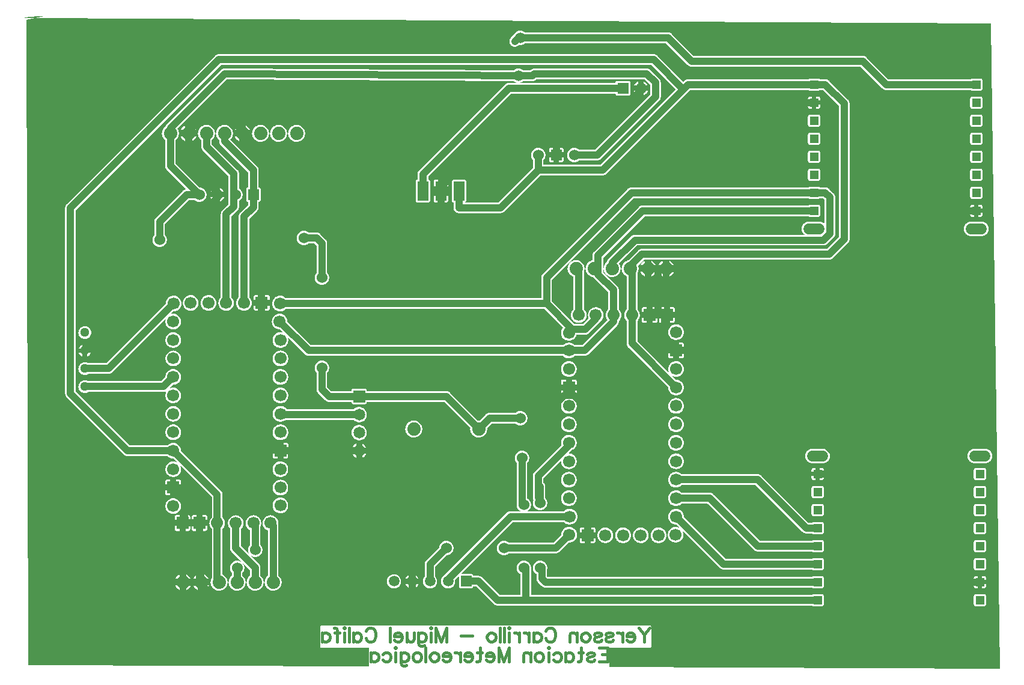
<source format=gbl>
G04 ---------------------------- Layer name :BOTTOM LAYER*
G04 EasyEDA v5.5.12, Wed, 13 Jun 2018 18:03:35 GMT*
G04 4f5264131ad04cbc883cc3dc534661a7*
G04 Gerber Generator version 0.2*
G04 Scale: 100 percent, Rotated: No, Reflected: No *
G04 Dimensions in millimeters *
G04 leading zeros omitted , absolute positions ,3 integer and 3 decimal *
%FSLAX33Y33*%
%MOMM*%
G90*
G71D02*

%ADD11C,0.999998*%
%ADD12C,1.524000*%
%ADD13C,1.699997*%
%ADD14R,1.699997X1.699997*%
%ADD15C,1.879600*%
%ADD16C,1.498600*%
%ADD17R,1.498600X1.498600*%
%ADD18R,1.524000X1.524000*%
%ADD19R,1.651000X1.651000*%
%ADD20C,1.651000*%
%ADD21C,1.880108*%
%ADD22C,1.295400*%
%ADD23R,1.198880X1.198880*%
%ADD24R,1.574800X1.574800*%
%ADD25C,1.574800*%
%ADD26R,1.516380X2.730500*%
%ADD27C,0.399999*%

%LPD*%
G36*
G01X137414Y0D02*
G01X82341Y204D01*
G01X82341Y205D01*
G01X82348Y213D01*
G01X82354Y221D01*
G01X82360Y230D01*
G01X82366Y239D01*
G01X82371Y248D01*
G01X82376Y257D01*
G01X82380Y267D01*
G01X82384Y277D01*
G01X82388Y286D01*
G01X82391Y297D01*
G01X82394Y307D01*
G01X82396Y317D01*
G01X82398Y327D01*
G01X82400Y338D01*
G01X82401Y348D01*
G01X82401Y358D01*
G01X82402Y369D01*
G01X82402Y2909D01*
G01X88073Y2909D01*
G01X88083Y2909D01*
G01X88094Y2910D01*
G01X88104Y2911D01*
G01X88115Y2912D01*
G01X88125Y2914D01*
G01X88135Y2917D01*
G01X88145Y2920D01*
G01X88155Y2923D01*
G01X88165Y2926D01*
G01X88175Y2930D01*
G01X88184Y2935D01*
G01X88194Y2940D01*
G01X88203Y2945D01*
G01X88212Y2950D01*
G01X88220Y2956D01*
G01X88229Y2963D01*
G01X88237Y2969D01*
G01X88245Y2976D01*
G01X88252Y2983D01*
G01X88260Y2991D01*
G01X88267Y2999D01*
G01X88273Y3007D01*
G01X88280Y3015D01*
G01X88286Y3024D01*
G01X88291Y3033D01*
G01X88296Y3042D01*
G01X88301Y3051D01*
G01X88305Y3061D01*
G01X88310Y3071D01*
G01X88313Y3080D01*
G01X88316Y3091D01*
G01X88319Y3101D01*
G01X88321Y3111D01*
G01X88323Y3121D01*
G01X88325Y3132D01*
G01X88326Y3142D01*
G01X88327Y3152D01*
G01X88327Y3163D01*
G01X88327Y5842D01*
G01X88327Y5852D01*
G01X88326Y5862D01*
G01X88325Y5873D01*
G01X88323Y5883D01*
G01X88321Y5894D01*
G01X88319Y5904D01*
G01X88316Y5914D01*
G01X88313Y5924D01*
G01X88310Y5934D01*
G01X88305Y5944D01*
G01X88301Y5953D01*
G01X88296Y5962D01*
G01X88291Y5972D01*
G01X88286Y5980D01*
G01X88280Y5989D01*
G01X88273Y5998D01*
G01X88267Y6006D01*
G01X88260Y6014D01*
G01X88252Y6021D01*
G01X88245Y6028D01*
G01X88237Y6035D01*
G01X88229Y6042D01*
G01X88220Y6048D01*
G01X88212Y6054D01*
G01X88203Y6060D01*
G01X88194Y6065D01*
G01X88184Y6070D01*
G01X88175Y6074D01*
G01X88165Y6078D01*
G01X88155Y6082D01*
G01X88145Y6085D01*
G01X88135Y6088D01*
G01X88125Y6090D01*
G01X88115Y6092D01*
G01X88104Y6094D01*
G01X88094Y6095D01*
G01X88083Y6095D01*
G01X88073Y6096D01*
G01X41910Y6096D01*
G01X41899Y6095D01*
G01X41889Y6095D01*
G01X41878Y6094D01*
G01X41868Y6092D01*
G01X41857Y6090D01*
G01X41847Y6088D01*
G01X41837Y6085D01*
G01X41827Y6082D01*
G01X41817Y6078D01*
G01X41807Y6074D01*
G01X41798Y6070D01*
G01X41789Y6065D01*
G01X41779Y6060D01*
G01X41771Y6054D01*
G01X41762Y6048D01*
G01X41753Y6042D01*
G01X41745Y6035D01*
G01X41737Y6028D01*
G01X41730Y6021D01*
G01X41723Y6014D01*
G01X41716Y6006D01*
G01X41709Y5998D01*
G01X41703Y5989D01*
G01X41697Y5980D01*
G01X41691Y5972D01*
G01X41686Y5962D01*
G01X41681Y5953D01*
G01X41677Y5944D01*
G01X41673Y5934D01*
G01X41669Y5924D01*
G01X41666Y5914D01*
G01X41663Y5904D01*
G01X41661Y5894D01*
G01X41659Y5883D01*
G01X41657Y5873D01*
G01X41656Y5862D01*
G01X41656Y5852D01*
G01X41656Y5842D01*
G01X41656Y3163D01*
G01X41656Y3152D01*
G01X41656Y3142D01*
G01X41657Y3132D01*
G01X41659Y3121D01*
G01X41661Y3111D01*
G01X41663Y3101D01*
G01X41666Y3091D01*
G01X41669Y3080D01*
G01X41673Y3071D01*
G01X41677Y3061D01*
G01X41681Y3051D01*
G01X41686Y3042D01*
G01X41691Y3033D01*
G01X41697Y3024D01*
G01X41703Y3015D01*
G01X41709Y3007D01*
G01X41716Y2999D01*
G01X41723Y2991D01*
G01X41730Y2983D01*
G01X41737Y2976D01*
G01X41745Y2969D01*
G01X41753Y2963D01*
G01X41762Y2956D01*
G01X41771Y2950D01*
G01X41779Y2945D01*
G01X41789Y2940D01*
G01X41798Y2935D01*
G01X41807Y2930D01*
G01X41817Y2926D01*
G01X41827Y2923D01*
G01X41837Y2920D01*
G01X41847Y2917D01*
G01X41857Y2914D01*
G01X41868Y2912D01*
G01X41878Y2911D01*
G01X41889Y2910D01*
G01X41899Y2909D01*
G01X41910Y2909D01*
G01X48514Y2909D01*
G01X48514Y369D01*
G01X48514Y358D01*
G01X48514Y348D01*
G01X48515Y338D01*
G01X48517Y329D01*
G01X508Y508D01*
G01X254Y91440D01*
G01X1475Y91684D01*
G01X0Y91692D01*
G01X0Y91725D01*
G01X1778Y91948D01*
G01X2794Y91948D01*
G01X1475Y91684D01*
G01X136144Y90932D01*
G01X137414Y0D01*
G37*

%LPC*%
G36*
G01X36040Y40016D02*
G01X36150Y40019D01*
G01X36259Y40032D01*
G01X36367Y40057D01*
G01X36471Y40092D01*
G01X36571Y40137D01*
G01X36666Y40192D01*
G01X36756Y40256D01*
G01X36838Y40329D01*
G01X36913Y40410D01*
G01X36980Y40498D01*
G01X37037Y40592D01*
G01X37085Y40691D01*
G01X37122Y40794D01*
G01X37150Y40901D01*
G01X37166Y41010D01*
G01X37172Y41120D01*
G01X37166Y41229D01*
G01X37150Y41338D01*
G01X37122Y41445D01*
G01X37085Y41548D01*
G01X37037Y41648D01*
G01X36980Y41741D01*
G01X36913Y41829D01*
G01X36838Y41910D01*
G01X36756Y41983D01*
G01X36666Y42047D01*
G01X36571Y42102D01*
G01X36471Y42147D01*
G01X36367Y42182D01*
G01X36259Y42207D01*
G01X36150Y42220D01*
G01X36040Y42223D01*
G01X35930Y42215D01*
G01X35822Y42196D01*
G01X35716Y42166D01*
G01X35613Y42126D01*
G01X35515Y42076D01*
G01X35423Y42016D01*
G01X35337Y41947D01*
G01X35258Y41870D01*
G01X35187Y41786D01*
G01X35125Y41695D01*
G01X35073Y41599D01*
G01X35030Y41497D01*
G01X34998Y41392D01*
G01X34976Y41284D01*
G01X34965Y41175D01*
G01X34965Y41065D01*
G01X34976Y40955D01*
G01X34998Y40847D01*
G01X35030Y40742D01*
G01X35073Y40641D01*
G01X35125Y40544D01*
G01X35187Y40453D01*
G01X35258Y40369D01*
G01X35337Y40292D01*
G01X35423Y40223D01*
G01X35516Y40163D01*
G01X35613Y40113D01*
G01X35716Y40073D01*
G01X35822Y40043D01*
G01X35930Y40024D01*
G01X36040Y40016D01*
G37*
G36*
G01X85905Y82181D02*
G01X86474Y82181D01*
G01X86474Y82750D01*
G01X86439Y82737D01*
G01X86347Y82689D01*
G01X86260Y82633D01*
G01X86178Y82568D01*
G01X86104Y82496D01*
G01X86037Y82416D01*
G01X85979Y82331D01*
G01X85929Y82239D01*
G01X85905Y82181D01*
G37*
G36*
G01X134020Y8798D02*
G01X135219Y8798D01*
G01X135229Y8798D01*
G01X135240Y8799D01*
G01X135250Y8800D01*
G01X135261Y8802D01*
G01X135271Y8803D01*
G01X135281Y8806D01*
G01X135291Y8809D01*
G01X135301Y8812D01*
G01X135311Y8815D01*
G01X135321Y8819D01*
G01X135330Y8824D01*
G01X135340Y8829D01*
G01X135349Y8834D01*
G01X135358Y8839D01*
G01X135367Y8845D01*
G01X135375Y8852D01*
G01X135383Y8858D01*
G01X135391Y8865D01*
G01X135399Y8872D01*
G01X135406Y8880D01*
G01X135413Y8888D01*
G01X135419Y8896D01*
G01X135426Y8904D01*
G01X135432Y8913D01*
G01X135437Y8922D01*
G01X135442Y8931D01*
G01X135447Y8941D01*
G01X135452Y8950D01*
G01X135456Y8960D01*
G01X135459Y8970D01*
G01X135462Y8980D01*
G01X135465Y8990D01*
G01X135468Y9000D01*
G01X135469Y9010D01*
G01X135471Y9021D01*
G01X135472Y9031D01*
G01X135473Y9042D01*
G01X135473Y9052D01*
G01X135473Y10251D01*
G01X135473Y10261D01*
G01X135472Y10272D01*
G01X135471Y10282D01*
G01X135469Y10293D01*
G01X135468Y10303D01*
G01X135465Y10313D01*
G01X135462Y10323D01*
G01X135459Y10333D01*
G01X135456Y10343D01*
G01X135452Y10353D01*
G01X135447Y10362D01*
G01X135442Y10372D01*
G01X135437Y10381D01*
G01X135432Y10390D01*
G01X135426Y10399D01*
G01X135419Y10407D01*
G01X135413Y10415D01*
G01X135406Y10423D01*
G01X135399Y10431D01*
G01X135391Y10438D01*
G01X135383Y10445D01*
G01X135375Y10451D01*
G01X135367Y10458D01*
G01X135358Y10464D01*
G01X135349Y10469D01*
G01X135340Y10474D01*
G01X135330Y10479D01*
G01X135321Y10484D01*
G01X135311Y10488D01*
G01X135301Y10491D01*
G01X135291Y10494D01*
G01X135281Y10497D01*
G01X135271Y10500D01*
G01X135261Y10501D01*
G01X135250Y10503D01*
G01X135240Y10504D01*
G01X135229Y10505D01*
G01X135219Y10505D01*
G01X134020Y10505D01*
G01X134010Y10505D01*
G01X133999Y10504D01*
G01X133989Y10503D01*
G01X133978Y10501D01*
G01X133968Y10500D01*
G01X133958Y10497D01*
G01X133948Y10494D01*
G01X133938Y10491D01*
G01X133928Y10488D01*
G01X133918Y10484D01*
G01X133909Y10479D01*
G01X133899Y10474D01*
G01X133890Y10469D01*
G01X133881Y10464D01*
G01X133872Y10458D01*
G01X133864Y10451D01*
G01X133856Y10445D01*
G01X133848Y10438D01*
G01X133840Y10431D01*
G01X133833Y10423D01*
G01X133826Y10415D01*
G01X133820Y10407D01*
G01X133813Y10399D01*
G01X133807Y10390D01*
G01X133802Y10381D01*
G01X133797Y10372D01*
G01X133792Y10362D01*
G01X133787Y10353D01*
G01X133783Y10343D01*
G01X133780Y10333D01*
G01X133777Y10323D01*
G01X133774Y10313D01*
G01X133771Y10303D01*
G01X133770Y10293D01*
G01X133768Y10282D01*
G01X133767Y10272D01*
G01X133766Y10261D01*
G01X133766Y10251D01*
G01X133766Y9052D01*
G01X133766Y9042D01*
G01X133767Y9031D01*
G01X133768Y9021D01*
G01X133770Y9010D01*
G01X133771Y9000D01*
G01X133774Y8990D01*
G01X133777Y8980D01*
G01X133780Y8970D01*
G01X133783Y8960D01*
G01X133787Y8950D01*
G01X133792Y8941D01*
G01X133797Y8931D01*
G01X133802Y8922D01*
G01X133807Y8913D01*
G01X133813Y8904D01*
G01X133820Y8896D01*
G01X133826Y8888D01*
G01X133833Y8880D01*
G01X133840Y8872D01*
G01X133848Y8865D01*
G01X133856Y8858D01*
G01X133864Y8852D01*
G01X133872Y8845D01*
G01X133881Y8839D01*
G01X133890Y8834D01*
G01X133899Y8829D01*
G01X133909Y8824D01*
G01X133918Y8819D01*
G01X133928Y8815D01*
G01X133938Y8812D01*
G01X133948Y8809D01*
G01X133958Y8806D01*
G01X133968Y8803D01*
G01X133978Y8802D01*
G01X133989Y8800D01*
G01X133999Y8799D01*
G01X134010Y8798D01*
G01X134020Y8798D01*
G37*
G36*
G01X111160Y8798D02*
G01X112359Y8798D01*
G01X112369Y8798D01*
G01X112380Y8799D01*
G01X112390Y8800D01*
G01X112401Y8802D01*
G01X112411Y8803D01*
G01X112421Y8806D01*
G01X112431Y8809D01*
G01X112441Y8812D01*
G01X112451Y8815D01*
G01X112461Y8819D01*
G01X112470Y8824D01*
G01X112480Y8829D01*
G01X112489Y8834D01*
G01X112498Y8839D01*
G01X112507Y8845D01*
G01X112515Y8852D01*
G01X112523Y8858D01*
G01X112531Y8865D01*
G01X112539Y8872D01*
G01X112546Y8880D01*
G01X112553Y8888D01*
G01X112559Y8896D01*
G01X112566Y8904D01*
G01X112572Y8913D01*
G01X112577Y8922D01*
G01X112582Y8931D01*
G01X112587Y8941D01*
G01X112592Y8950D01*
G01X112596Y8960D01*
G01X112599Y8970D01*
G01X112602Y8980D01*
G01X112605Y8990D01*
G01X112608Y9000D01*
G01X112609Y9010D01*
G01X112611Y9021D01*
G01X112612Y9031D01*
G01X112613Y9042D01*
G01X112613Y9052D01*
G01X112613Y10251D01*
G01X112613Y10261D01*
G01X112612Y10272D01*
G01X112611Y10282D01*
G01X112609Y10293D01*
G01X112608Y10303D01*
G01X112605Y10313D01*
G01X112602Y10323D01*
G01X112599Y10333D01*
G01X112596Y10343D01*
G01X112592Y10353D01*
G01X112587Y10362D01*
G01X112582Y10372D01*
G01X112577Y10381D01*
G01X112572Y10390D01*
G01X112566Y10399D01*
G01X112559Y10407D01*
G01X112553Y10415D01*
G01X112546Y10423D01*
G01X112539Y10431D01*
G01X112531Y10438D01*
G01X112523Y10445D01*
G01X112515Y10451D01*
G01X112507Y10458D01*
G01X112498Y10464D01*
G01X112489Y10469D01*
G01X112480Y10474D01*
G01X112470Y10479D01*
G01X112461Y10484D01*
G01X112451Y10488D01*
G01X112441Y10491D01*
G01X112431Y10494D01*
G01X112421Y10497D01*
G01X112411Y10500D01*
G01X112401Y10501D01*
G01X112390Y10503D01*
G01X112380Y10504D01*
G01X112369Y10505D01*
G01X112359Y10505D01*
G01X111160Y10505D01*
G01X111150Y10505D01*
G01X111139Y10504D01*
G01X111129Y10503D01*
G01X111118Y10501D01*
G01X111108Y10500D01*
G01X111098Y10497D01*
G01X111088Y10494D01*
G01X111078Y10491D01*
G01X111068Y10488D01*
G01X111058Y10484D01*
G01X111049Y10479D01*
G01X111039Y10474D01*
G01X111030Y10469D01*
G01X111021Y10464D01*
G01X111012Y10458D01*
G01X111004Y10451D01*
G01X110996Y10445D01*
G01X110988Y10438D01*
G01X110980Y10431D01*
G01X110973Y10423D01*
G01X110966Y10415D01*
G01X110960Y10407D01*
G01X110959Y10405D01*
G01X71432Y10405D01*
G01X71432Y13903D01*
G01X71432Y13921D01*
G01X71431Y13940D01*
G01X71430Y13958D01*
G01X71428Y13977D01*
G01X71426Y13995D01*
G01X71424Y14014D01*
G01X71421Y14032D01*
G01X71418Y14050D01*
G01X71414Y14068D01*
G01X71409Y14086D01*
G01X71405Y14104D01*
G01X71400Y14122D01*
G01X71394Y14139D01*
G01X71388Y14157D01*
G01X71382Y14174D01*
G01X71375Y14191D01*
G01X71372Y14197D01*
G01X71374Y14224D01*
G01X71368Y14325D01*
G01X71353Y14425D01*
G01X71328Y14523D01*
G01X71294Y14618D01*
G01X71250Y14709D01*
G01X71197Y14796D01*
G01X71136Y14877D01*
G01X71067Y14951D01*
G01X70991Y15018D01*
G01X70909Y15077D01*
G01X70821Y15128D01*
G01X70729Y15169D01*
G01X70633Y15202D01*
G01X70534Y15224D01*
G01X70433Y15237D01*
G01X70332Y15239D01*
G01X70231Y15232D01*
G01X70131Y15214D01*
G01X70034Y15187D01*
G01X69940Y15150D01*
G01X69850Y15103D01*
G01X69764Y15048D01*
G01X69685Y14985D01*
G01X69613Y14915D01*
G01X69548Y14837D01*
G01X69491Y14753D01*
G01X69442Y14664D01*
G01X69403Y14571D01*
G01X69373Y14474D01*
G01X69353Y14375D01*
G01X69343Y14274D01*
G01X69343Y14173D01*
G01X69353Y14072D01*
G01X69373Y13973D01*
G01X69403Y13876D01*
G01X69442Y13783D01*
G01X69491Y13694D01*
G01X69548Y13610D01*
G01X69613Y13532D01*
G01X69685Y13462D01*
G01X69764Y13399D01*
G01X69850Y13344D01*
G01X69924Y13305D01*
G01X69924Y10405D01*
G01X66959Y10405D01*
G01X64513Y12852D01*
G01X64503Y12860D01*
G01X64492Y12871D01*
G01X64489Y12874D01*
G01X64485Y12878D01*
G01X64475Y12887D01*
G01X64464Y12896D01*
G01X64461Y12899D01*
G01X64457Y12902D01*
G01X64446Y12910D01*
G01X64435Y12920D01*
G01X64431Y12922D01*
G01X64427Y12925D01*
G01X64416Y12933D01*
G01X64404Y12941D01*
G01X64400Y12944D01*
G01X64397Y12947D01*
G01X64385Y12954D01*
G01X64373Y12962D01*
G01X64369Y12964D01*
G01X64365Y12967D01*
G01X64352Y12974D01*
G01X64340Y12981D01*
G01X64336Y12983D01*
G01X64332Y12985D01*
G01X64319Y12992D01*
G01X64307Y12998D01*
G01X64303Y13000D01*
G01X64298Y13002D01*
G01X64285Y13008D01*
G01X64272Y13013D01*
G01X64268Y13015D01*
G01X64264Y13017D01*
G01X64251Y13022D01*
G01X64237Y13027D01*
G01X64233Y13029D01*
G01X64229Y13030D01*
G01X64216Y13034D01*
G01X64202Y13039D01*
G01X64197Y13040D01*
G01X64193Y13042D01*
G01X64179Y13045D01*
G01X64166Y13049D01*
G01X64161Y13050D01*
G01X64156Y13051D01*
G01X64143Y13054D01*
G01X64129Y13058D01*
G01X64124Y13058D01*
G01X64120Y13059D01*
G01X64106Y13062D01*
G01X64092Y13064D01*
G01X64087Y13065D01*
G01X64083Y13065D01*
G01X64068Y13067D01*
G01X64055Y13069D01*
G01X64050Y13069D01*
G01X64045Y13070D01*
G01X64031Y13071D01*
G01X64017Y13072D01*
G01X64012Y13072D01*
G01X64008Y13072D01*
G01X63994Y13072D01*
G01X63980Y13072D01*
G01X63233Y13072D01*
G01X63233Y13078D01*
G01X63232Y13089D01*
G01X63231Y13099D01*
G01X63229Y13110D01*
G01X63227Y13120D01*
G01X63225Y13130D01*
G01X63222Y13140D01*
G01X63219Y13150D01*
G01X63215Y13160D01*
G01X63211Y13170D01*
G01X63207Y13179D01*
G01X63202Y13189D01*
G01X63197Y13198D01*
G01X63191Y13207D01*
G01X63186Y13215D01*
G01X63179Y13224D01*
G01X63173Y13232D01*
G01X63166Y13240D01*
G01X63158Y13247D01*
G01X63151Y13255D01*
G01X63143Y13262D01*
G01X63135Y13268D01*
G01X63126Y13275D01*
G01X63118Y13280D01*
G01X63109Y13286D01*
G01X63100Y13291D01*
G01X63090Y13296D01*
G01X63081Y13300D01*
G01X63071Y13304D01*
G01X63061Y13308D01*
G01X63051Y13311D01*
G01X63041Y13314D01*
G01X63031Y13316D01*
G01X63021Y13318D01*
G01X63010Y13320D01*
G01X63000Y13321D01*
G01X62989Y13322D01*
G01X62979Y13322D01*
G01X61480Y13322D01*
G01X61470Y13322D01*
G01X61459Y13321D01*
G01X61449Y13320D01*
G01X61447Y13320D01*
G01X68811Y20683D01*
G01X76000Y20683D01*
G01X76076Y20609D01*
G01X76162Y20541D01*
G01X76255Y20481D01*
G01X76352Y20431D01*
G01X76455Y20391D01*
G01X76561Y20361D01*
G01X76669Y20342D01*
G01X76779Y20333D01*
G01X76889Y20336D01*
G01X76998Y20350D01*
G01X77106Y20374D01*
G01X77210Y20409D01*
G01X77310Y20455D01*
G01X77406Y20510D01*
G01X77495Y20574D01*
G01X77577Y20647D01*
G01X77652Y20727D01*
G01X77719Y20815D01*
G01X77776Y20909D01*
G01X77824Y21008D01*
G01X77862Y21112D01*
G01X77889Y21218D01*
G01X77905Y21327D01*
G01X77911Y21437D01*
G01X77905Y21547D01*
G01X77889Y21656D01*
G01X77862Y21763D01*
G01X77824Y21866D01*
G01X77776Y21965D01*
G01X77719Y22059D01*
G01X77652Y22147D01*
G01X77577Y22227D01*
G01X77495Y22300D01*
G01X77406Y22365D01*
G01X77310Y22420D01*
G01X77210Y22465D01*
G01X77106Y22500D01*
G01X76998Y22524D01*
G01X76889Y22538D01*
G01X76779Y22541D01*
G01X76669Y22533D01*
G01X76561Y22513D01*
G01X76455Y22484D01*
G01X76352Y22443D01*
G01X76255Y22393D01*
G01X76162Y22333D01*
G01X76076Y22265D01*
G01X76000Y22191D01*
G01X70780Y22191D01*
G01X70821Y22209D01*
G01X70909Y22260D01*
G01X70991Y22319D01*
G01X71067Y22386D01*
G01X71136Y22460D01*
G01X71197Y22541D01*
G01X71250Y22628D01*
G01X71294Y22719D01*
G01X71328Y22814D01*
G01X71353Y22912D01*
G01X71368Y23012D01*
G01X71374Y23114D01*
G01X71368Y23215D01*
G01X71353Y23315D01*
G01X71328Y23413D01*
G01X71294Y23508D01*
G01X71250Y23599D01*
G01X71197Y23686D01*
G01X71136Y23767D01*
G01X71067Y23841D01*
G01X70991Y23908D01*
G01X70909Y23967D01*
G01X70857Y23997D01*
G01X70857Y29038D01*
G01X70882Y29064D01*
G01X70943Y29145D01*
G01X70996Y29232D01*
G01X71040Y29323D01*
G01X71074Y29418D01*
G01X71099Y29516D01*
G01X71114Y29616D01*
G01X71120Y29718D01*
G01X71114Y29819D01*
G01X71099Y29919D01*
G01X71074Y30017D01*
G01X71040Y30112D01*
G01X70996Y30203D01*
G01X70943Y30290D01*
G01X70882Y30371D01*
G01X70813Y30445D01*
G01X70737Y30512D01*
G01X70655Y30571D01*
G01X70567Y30622D01*
G01X70475Y30663D01*
G01X70379Y30696D01*
G01X70280Y30718D01*
G01X70179Y30731D01*
G01X70078Y30733D01*
G01X69977Y30726D01*
G01X69877Y30708D01*
G01X69780Y30681D01*
G01X69686Y30644D01*
G01X69596Y30597D01*
G01X69510Y30542D01*
G01X69431Y30479D01*
G01X69359Y30409D01*
G01X69294Y30331D01*
G01X69237Y30247D01*
G01X69188Y30158D01*
G01X69149Y30065D01*
G01X69119Y29968D01*
G01X69099Y29869D01*
G01X69089Y29768D01*
G01X69089Y29667D01*
G01X69099Y29566D01*
G01X69119Y29467D01*
G01X69149Y29370D01*
G01X69188Y29277D01*
G01X69237Y29188D01*
G01X69294Y29104D01*
G01X69350Y29037D01*
G01X69350Y23368D01*
G01X69350Y23349D01*
G01X69350Y23330D01*
G01X69352Y23312D01*
G01X69353Y23294D01*
G01X69355Y23276D01*
G01X69353Y23265D01*
G01X69343Y23164D01*
G01X69343Y23063D01*
G01X69353Y22962D01*
G01X69373Y22863D01*
G01X69403Y22766D01*
G01X69442Y22673D01*
G01X69491Y22584D01*
G01X69548Y22500D01*
G01X69613Y22422D01*
G01X69685Y22352D01*
G01X69764Y22289D01*
G01X69850Y22234D01*
G01X69932Y22191D01*
G01X68498Y22191D01*
G01X68480Y22191D01*
G01X68461Y22190D01*
G01X68443Y22189D01*
G01X68424Y22187D01*
G01X68406Y22185D01*
G01X68388Y22183D01*
G01X68369Y22180D01*
G01X68351Y22177D01*
G01X68333Y22173D01*
G01X68315Y22168D01*
G01X68297Y22164D01*
G01X68279Y22159D01*
G01X68262Y22153D01*
G01X68244Y22147D01*
G01X68227Y22141D01*
G01X68210Y22134D01*
G01X68193Y22126D01*
G01X68176Y22119D01*
G01X68159Y22111D01*
G01X68143Y22102D01*
G01X68127Y22093D01*
G01X68111Y22084D01*
G01X68095Y22074D01*
G01X68079Y22064D01*
G01X68064Y22054D01*
G01X68049Y22043D01*
G01X68034Y22032D01*
G01X68020Y22020D01*
G01X68006Y22008D01*
G01X67992Y21996D01*
G01X67978Y21983D01*
G01X67965Y21970D01*
G01X59172Y13177D01*
G01X59104Y13133D01*
G01X59026Y13071D01*
G01X58954Y13001D01*
G01X58890Y12924D01*
G01X58833Y12842D01*
G01X58786Y12754D01*
G01X58747Y12662D01*
G01X58717Y12566D01*
G01X58697Y12468D01*
G01X58687Y12369D01*
G01X58687Y12268D01*
G01X58697Y12169D01*
G01X58717Y12071D01*
G01X58747Y11975D01*
G01X58786Y11883D01*
G01X58833Y11795D01*
G01X58890Y11713D01*
G01X58954Y11636D01*
G01X59026Y11566D01*
G01X59104Y11504D01*
G01X59188Y11450D01*
G01X59277Y11404D01*
G01X59370Y11367D01*
G01X59466Y11340D01*
G01X59565Y11323D01*
G01X59664Y11316D01*
G01X59764Y11318D01*
G01X59864Y11330D01*
G01X59961Y11353D01*
G01X60056Y11385D01*
G01X60147Y11426D01*
G01X60234Y11476D01*
G01X60315Y11534D01*
G01X60390Y11600D01*
G01X60458Y11674D01*
G01X60518Y11753D01*
G01X60571Y11839D01*
G01X60614Y11929D01*
G01X60648Y12023D01*
G01X60673Y12120D01*
G01X60688Y12219D01*
G01X60693Y12319D01*
G01X60688Y12418D01*
G01X60673Y12517D01*
G01X60667Y12540D01*
G01X61228Y13101D01*
G01X61228Y13099D01*
G01X61227Y13089D01*
G01X61226Y13078D01*
G01X61226Y13068D01*
G01X61226Y11569D01*
G01X61226Y11559D01*
G01X61227Y11548D01*
G01X61228Y11538D01*
G01X61230Y11527D01*
G01X61232Y11517D01*
G01X61234Y11507D01*
G01X61237Y11497D01*
G01X61240Y11487D01*
G01X61244Y11477D01*
G01X61248Y11467D01*
G01X61252Y11458D01*
G01X61257Y11448D01*
G01X61262Y11439D01*
G01X61268Y11430D01*
G01X61273Y11422D01*
G01X61280Y11413D01*
G01X61286Y11405D01*
G01X61293Y11397D01*
G01X61301Y11390D01*
G01X61308Y11382D01*
G01X61316Y11375D01*
G01X61324Y11369D01*
G01X61333Y11362D01*
G01X61341Y11357D01*
G01X61350Y11351D01*
G01X61359Y11346D01*
G01X61369Y11341D01*
G01X61378Y11337D01*
G01X61388Y11333D01*
G01X61398Y11329D01*
G01X61408Y11326D01*
G01X61418Y11323D01*
G01X61428Y11321D01*
G01X61438Y11319D01*
G01X61449Y11317D01*
G01X61459Y11316D01*
G01X61470Y11315D01*
G01X61480Y11315D01*
G01X62979Y11315D01*
G01X62989Y11315D01*
G01X63000Y11316D01*
G01X63010Y11317D01*
G01X63021Y11319D01*
G01X63031Y11321D01*
G01X63041Y11323D01*
G01X63051Y11326D01*
G01X63061Y11329D01*
G01X63071Y11333D01*
G01X63081Y11337D01*
G01X63090Y11341D01*
G01X63100Y11346D01*
G01X63109Y11351D01*
G01X63118Y11357D01*
G01X63126Y11362D01*
G01X63135Y11369D01*
G01X63143Y11375D01*
G01X63151Y11382D01*
G01X63158Y11390D01*
G01X63166Y11397D01*
G01X63173Y11405D01*
G01X63179Y11413D01*
G01X63186Y11422D01*
G01X63191Y11430D01*
G01X63197Y11439D01*
G01X63202Y11448D01*
G01X63207Y11458D01*
G01X63211Y11467D01*
G01X63215Y11477D01*
G01X63219Y11487D01*
G01X63222Y11497D01*
G01X63225Y11507D01*
G01X63227Y11517D01*
G01X63229Y11527D01*
G01X63231Y11538D01*
G01X63232Y11548D01*
G01X63233Y11559D01*
G01X63233Y11565D01*
G01X63667Y11565D01*
G01X66113Y9118D01*
G01X66127Y9105D01*
G01X66140Y9093D01*
G01X66154Y9081D01*
G01X66168Y9069D01*
G01X66183Y9057D01*
G01X66197Y9046D01*
G01X66212Y9035D01*
G01X66228Y9025D01*
G01X66243Y9014D01*
G01X66259Y9005D01*
G01X66275Y8995D01*
G01X66291Y8987D01*
G01X66308Y8978D01*
G01X66324Y8970D01*
G01X66341Y8962D01*
G01X66358Y8955D01*
G01X66375Y8948D01*
G01X66393Y8942D01*
G01X66410Y8936D01*
G01X66428Y8930D01*
G01X66445Y8925D01*
G01X66463Y8920D01*
G01X66481Y8916D01*
G01X66499Y8912D01*
G01X66518Y8909D01*
G01X66536Y8906D01*
G01X66554Y8903D01*
G01X66573Y8901D01*
G01X66591Y8900D01*
G01X66610Y8898D01*
G01X66628Y8898D01*
G01X66647Y8898D01*
G01X110959Y8898D01*
G01X110960Y8896D01*
G01X110966Y8888D01*
G01X110973Y8880D01*
G01X110980Y8872D01*
G01X110988Y8865D01*
G01X110996Y8858D01*
G01X111004Y8852D01*
G01X111012Y8845D01*
G01X111021Y8839D01*
G01X111030Y8834D01*
G01X111039Y8829D01*
G01X111049Y8824D01*
G01X111058Y8819D01*
G01X111068Y8815D01*
G01X111078Y8812D01*
G01X111088Y8809D01*
G01X111098Y8806D01*
G01X111108Y8803D01*
G01X111118Y8802D01*
G01X111129Y8800D01*
G01X111139Y8799D01*
G01X111150Y8798D01*
G01X111160Y8798D01*
G37*
G36*
G01X87261Y82181D02*
G01X87831Y82181D01*
G01X87827Y82192D01*
G01X87782Y82286D01*
G01X87728Y82374D01*
G01X87665Y82457D01*
G01X87595Y82533D01*
G01X87517Y82602D01*
G01X87432Y82662D01*
G01X87343Y82714D01*
G01X87261Y82751D01*
G01X87261Y82181D01*
G37*
G36*
G01X133512Y81442D02*
G01X134711Y81442D01*
G01X134721Y81442D01*
G01X134732Y81443D01*
G01X134742Y81444D01*
G01X134753Y81446D01*
G01X134763Y81447D01*
G01X134773Y81450D01*
G01X134783Y81453D01*
G01X134793Y81456D01*
G01X134803Y81459D01*
G01X134813Y81463D01*
G01X134822Y81468D01*
G01X134832Y81473D01*
G01X134841Y81478D01*
G01X134850Y81483D01*
G01X134859Y81489D01*
G01X134867Y81496D01*
G01X134875Y81502D01*
G01X134883Y81509D01*
G01X134891Y81516D01*
G01X134898Y81524D01*
G01X134905Y81532D01*
G01X134911Y81540D01*
G01X134918Y81548D01*
G01X134924Y81557D01*
G01X134929Y81566D01*
G01X134934Y81575D01*
G01X134939Y81585D01*
G01X134944Y81594D01*
G01X134948Y81604D01*
G01X134951Y81614D01*
G01X134954Y81624D01*
G01X134957Y81634D01*
G01X134960Y81644D01*
G01X134961Y81654D01*
G01X134963Y81665D01*
G01X134964Y81675D01*
G01X134965Y81686D01*
G01X134965Y81696D01*
G01X134965Y82895D01*
G01X134965Y82905D01*
G01X134964Y82916D01*
G01X134963Y82926D01*
G01X134961Y82937D01*
G01X134960Y82947D01*
G01X134957Y82957D01*
G01X134954Y82967D01*
G01X134951Y82977D01*
G01X134948Y82987D01*
G01X134944Y82997D01*
G01X134939Y83006D01*
G01X134934Y83016D01*
G01X134929Y83025D01*
G01X134924Y83034D01*
G01X134918Y83043D01*
G01X134911Y83051D01*
G01X134905Y83059D01*
G01X134898Y83067D01*
G01X134891Y83075D01*
G01X134883Y83082D01*
G01X134875Y83089D01*
G01X134867Y83095D01*
G01X134859Y83102D01*
G01X134850Y83108D01*
G01X134841Y83113D01*
G01X134832Y83118D01*
G01X134822Y83123D01*
G01X134813Y83128D01*
G01X134803Y83132D01*
G01X134793Y83135D01*
G01X134783Y83138D01*
G01X134773Y83141D01*
G01X134763Y83144D01*
G01X134753Y83145D01*
G01X134742Y83147D01*
G01X134732Y83148D01*
G01X134721Y83149D01*
G01X134711Y83149D01*
G01X133512Y83149D01*
G01X133502Y83149D01*
G01X133491Y83148D01*
G01X133481Y83147D01*
G01X133470Y83145D01*
G01X133460Y83144D01*
G01X133450Y83141D01*
G01X133440Y83138D01*
G01X133430Y83135D01*
G01X133420Y83132D01*
G01X133410Y83128D01*
G01X133401Y83123D01*
G01X133391Y83118D01*
G01X133382Y83113D01*
G01X133373Y83108D01*
G01X133364Y83102D01*
G01X133356Y83095D01*
G01X133348Y83089D01*
G01X133340Y83082D01*
G01X133332Y83075D01*
G01X133325Y83067D01*
G01X133318Y83059D01*
G01X133312Y83051D01*
G01X133311Y83049D01*
G01X121724Y83049D01*
G01X118643Y86131D01*
G01X118629Y86144D01*
G01X118616Y86156D01*
G01X118602Y86168D01*
G01X118588Y86180D01*
G01X118573Y86192D01*
G01X118559Y86203D01*
G01X118544Y86214D01*
G01X118528Y86224D01*
G01X118513Y86235D01*
G01X118497Y86244D01*
G01X118481Y86254D01*
G01X118465Y86262D01*
G01X118449Y86271D01*
G01X118432Y86279D01*
G01X118415Y86287D01*
G01X118398Y86294D01*
G01X118381Y86301D01*
G01X118364Y86307D01*
G01X118346Y86313D01*
G01X118328Y86319D01*
G01X118311Y86324D01*
G01X118293Y86329D01*
G01X118275Y86333D01*
G01X118257Y86337D01*
G01X118238Y86340D01*
G01X118220Y86343D01*
G01X118202Y86346D01*
G01X118183Y86348D01*
G01X118165Y86349D01*
G01X118147Y86351D01*
G01X118128Y86351D01*
G01X118110Y86351D01*
G01X94292Y86351D01*
G01X91211Y89433D01*
G01X91197Y89446D01*
G01X91184Y89458D01*
G01X91170Y89470D01*
G01X91156Y89482D01*
G01X91141Y89494D01*
G01X91127Y89505D01*
G01X91112Y89516D01*
G01X91096Y89526D01*
G01X91081Y89537D01*
G01X91065Y89546D01*
G01X91049Y89556D01*
G01X91033Y89564D01*
G01X91017Y89573D01*
G01X91000Y89581D01*
G01X90983Y89589D01*
G01X90966Y89596D01*
G01X90949Y89603D01*
G01X90932Y89609D01*
G01X90914Y89615D01*
G01X90896Y89621D01*
G01X90879Y89626D01*
G01X90861Y89631D01*
G01X90843Y89635D01*
G01X90825Y89639D01*
G01X90806Y89642D01*
G01X90788Y89645D01*
G01X90770Y89648D01*
G01X90751Y89650D01*
G01X90733Y89651D01*
G01X90715Y89653D01*
G01X90696Y89653D01*
G01X90678Y89653D01*
G01X70529Y89653D01*
G01X70483Y89694D01*
G01X70401Y89753D01*
G01X70313Y89804D01*
G01X70221Y89845D01*
G01X70125Y89878D01*
G01X70026Y89900D01*
G01X69925Y89913D01*
G01X69824Y89915D01*
G01X69723Y89908D01*
G01X69623Y89890D01*
G01X69526Y89863D01*
G01X69432Y89826D01*
G01X69342Y89779D01*
G01X69256Y89724D01*
G01X69177Y89661D01*
G01X69105Y89591D01*
G01X69040Y89513D01*
G01X68983Y89429D01*
G01X68934Y89340D01*
G01X68908Y89278D01*
G01X68554Y88925D01*
G01X68528Y88897D01*
G01X68504Y88869D01*
G01X68481Y88839D01*
G01X68459Y88808D01*
G01X68439Y88777D01*
G01X68421Y88744D01*
G01X68404Y88710D01*
G01X68389Y88676D01*
G01X68376Y88641D01*
G01X68364Y88605D01*
G01X68355Y88568D01*
G01X68347Y88532D01*
G01X68341Y88495D01*
G01X68336Y88457D01*
G01X68334Y88420D01*
G01X68334Y88382D01*
G01X68335Y88345D01*
G01X68338Y88307D01*
G01X68343Y88270D01*
G01X68350Y88233D01*
G01X68359Y88196D01*
G01X68370Y88160D01*
G01X68382Y88125D01*
G01X68396Y88090D01*
G01X68412Y88056D01*
G01X68430Y88023D01*
G01X68449Y87990D01*
G01X68470Y87959D01*
G01X68492Y87929D01*
G01X68516Y87900D01*
G01X68541Y87872D01*
G01X68568Y87845D01*
G01X68596Y87820D01*
G01X68625Y87796D01*
G01X68655Y87774D01*
G01X68686Y87753D01*
G01X68719Y87734D01*
G01X68752Y87716D01*
G01X68786Y87700D01*
G01X68821Y87686D01*
G01X68856Y87674D01*
G01X68892Y87663D01*
G01X68929Y87654D01*
G01X68966Y87647D01*
G01X69003Y87642D01*
G01X69041Y87639D01*
G01X69078Y87638D01*
G01X69116Y87638D01*
G01X69153Y87640D01*
G01X69191Y87645D01*
G01X69228Y87651D01*
G01X69264Y87659D01*
G01X69301Y87668D01*
G01X69337Y87680D01*
G01X69372Y87693D01*
G01X69406Y87708D01*
G01X69440Y87725D01*
G01X69473Y87743D01*
G01X69504Y87763D01*
G01X69535Y87785D01*
G01X69565Y87808D01*
G01X69593Y87832D01*
G01X69621Y87858D01*
G01X69664Y87902D01*
G01X69723Y87891D01*
G01X69824Y87884D01*
G01X69925Y87886D01*
G01X70026Y87899D01*
G01X70125Y87921D01*
G01X70221Y87954D01*
G01X70313Y87995D01*
G01X70401Y88046D01*
G01X70483Y88105D01*
G01X70529Y88146D01*
G01X90365Y88146D01*
G01X93446Y85064D01*
G01X93460Y85051D01*
G01X93473Y85039D01*
G01X93487Y85027D01*
G01X93501Y85015D01*
G01X93516Y85003D01*
G01X93530Y84992D01*
G01X93545Y84981D01*
G01X93561Y84971D01*
G01X93576Y84960D01*
G01X93592Y84951D01*
G01X93608Y84941D01*
G01X93624Y84933D01*
G01X93640Y84924D01*
G01X93657Y84916D01*
G01X93674Y84908D01*
G01X93691Y84901D01*
G01X93708Y84894D01*
G01X93725Y84888D01*
G01X93743Y84882D01*
G01X93761Y84876D01*
G01X93778Y84871D01*
G01X93796Y84866D01*
G01X93814Y84862D01*
G01X93832Y84858D01*
G01X93851Y84855D01*
G01X93869Y84852D01*
G01X93887Y84849D01*
G01X93906Y84847D01*
G01X93924Y84846D01*
G01X93942Y84844D01*
G01X93961Y84844D01*
G01X93980Y84844D01*
G01X117797Y84844D01*
G01X120878Y81762D01*
G01X120892Y81749D01*
G01X120905Y81737D01*
G01X120919Y81725D01*
G01X120933Y81713D01*
G01X120948Y81701D01*
G01X120962Y81690D01*
G01X120977Y81679D01*
G01X120993Y81669D01*
G01X121008Y81658D01*
G01X121024Y81649D01*
G01X121040Y81639D01*
G01X121056Y81631D01*
G01X121072Y81622D01*
G01X121089Y81614D01*
G01X121106Y81606D01*
G01X121123Y81599D01*
G01X121140Y81592D01*
G01X121157Y81586D01*
G01X121175Y81580D01*
G01X121193Y81574D01*
G01X121210Y81569D01*
G01X121228Y81564D01*
G01X121246Y81560D01*
G01X121264Y81556D01*
G01X121283Y81553D01*
G01X121301Y81550D01*
G01X121319Y81547D01*
G01X121338Y81545D01*
G01X121356Y81544D01*
G01X121374Y81542D01*
G01X121393Y81542D01*
G01X121412Y81542D01*
G01X133311Y81542D01*
G01X133312Y81540D01*
G01X133318Y81532D01*
G01X133325Y81524D01*
G01X133332Y81516D01*
G01X133340Y81509D01*
G01X133348Y81502D01*
G01X133356Y81496D01*
G01X133364Y81489D01*
G01X133373Y81483D01*
G01X133382Y81478D01*
G01X133391Y81473D01*
G01X133401Y81468D01*
G01X133410Y81463D01*
G01X133420Y81459D01*
G01X133430Y81456D01*
G01X133440Y81453D01*
G01X133450Y81450D01*
G01X133460Y81447D01*
G01X133470Y81446D01*
G01X133481Y81444D01*
G01X133491Y81443D01*
G01X133502Y81442D01*
G01X133512Y81442D01*
G37*
G36*
G01X86474Y80825D02*
G01X86474Y81394D01*
G01X85905Y81394D01*
G01X85929Y81336D01*
G01X85979Y81244D01*
G01X86037Y81159D01*
G01X86104Y81079D01*
G01X86178Y81007D01*
G01X86260Y80942D01*
G01X86347Y80886D01*
G01X86439Y80838D01*
G01X86474Y80825D01*
G37*
G36*
G01X27402Y10998D02*
G01X27521Y11001D01*
G01X27639Y11016D01*
G01X27755Y11042D01*
G01X27868Y11080D01*
G01X27976Y11129D01*
G01X28079Y11189D01*
G01X28176Y11258D01*
G01X28265Y11337D01*
G01X28346Y11424D01*
G01X28418Y11519D01*
G01X28480Y11621D01*
G01X28532Y11728D01*
G01X28572Y11840D01*
G01X28602Y11955D01*
G01X28619Y12073D01*
G01X28625Y12192D01*
G01X28619Y12310D01*
G01X28602Y12428D01*
G01X28572Y12543D01*
G01X28532Y12655D01*
G01X28480Y12762D01*
G01X28418Y12864D01*
G01X28346Y12959D01*
G01X28265Y13046D01*
G01X28176Y13125D01*
G01X28079Y13194D01*
G01X27976Y13254D01*
G01X27921Y13279D01*
G01X27921Y19715D01*
G01X27938Y19730D01*
G01X28013Y19811D01*
G01X28080Y19898D01*
G01X28137Y19992D01*
G01X28185Y20091D01*
G01X28222Y20195D01*
G01X28249Y20301D01*
G01X28266Y20410D01*
G01X28271Y20520D01*
G01X28266Y20630D01*
G01X28249Y20739D01*
G01X28222Y20846D01*
G01X28185Y20949D01*
G01X28137Y21048D01*
G01X28080Y21142D01*
G01X28013Y21230D01*
G01X27938Y21310D01*
G01X27921Y21325D01*
G01X27921Y24521D01*
G01X27921Y24539D01*
G01X27920Y24558D01*
G01X27919Y24576D01*
G01X27918Y24595D01*
G01X27916Y24613D01*
G01X27913Y24631D01*
G01X27910Y24650D01*
G01X27907Y24668D01*
G01X27903Y24686D01*
G01X27899Y24704D01*
G01X27894Y24722D01*
G01X27889Y24740D01*
G01X27883Y24757D01*
G01X27877Y24775D01*
G01X27871Y24792D01*
G01X27864Y24809D01*
G01X27857Y24826D01*
G01X27849Y24843D01*
G01X27841Y24860D01*
G01X27832Y24876D01*
G01X27823Y24892D01*
G01X27814Y24908D01*
G01X27804Y24924D01*
G01X27794Y24940D01*
G01X27784Y24955D01*
G01X27773Y24970D01*
G01X27762Y24985D01*
G01X27750Y24999D01*
G01X27738Y25013D01*
G01X27726Y25027D01*
G01X27713Y25041D01*
G01X27700Y25054D01*
G01X22069Y30685D01*
G01X22071Y30721D01*
G01X22066Y30831D01*
G01X22049Y30940D01*
G01X22022Y31046D01*
G01X21985Y31150D01*
G01X21937Y31249D01*
G01X21879Y31343D01*
G01X21813Y31430D01*
G01X21738Y31511D01*
G01X21656Y31584D01*
G01X21566Y31648D01*
G01X21471Y31703D01*
G01X21371Y31748D01*
G01X21266Y31784D01*
G01X21159Y31808D01*
G01X21050Y31822D01*
G01X20940Y31824D01*
G01X20830Y31816D01*
G01X20722Y31797D01*
G01X20616Y31767D01*
G01X20513Y31727D01*
G01X20415Y31677D01*
G01X20323Y31617D01*
G01X20237Y31549D01*
G01X20161Y31475D01*
G01X14843Y31475D01*
G01X7256Y39062D01*
G01X7256Y64620D01*
G01X27713Y85077D01*
G01X88336Y85077D01*
G01X91778Y81637D01*
G01X81170Y71030D01*
G01X73143Y71030D01*
G01X73143Y71710D01*
G01X73168Y71736D01*
G01X73229Y71817D01*
G01X73282Y71904D01*
G01X73326Y71995D01*
G01X73360Y72090D01*
G01X73385Y72188D01*
G01X73400Y72288D01*
G01X73406Y72390D01*
G01X73400Y72491D01*
G01X73385Y72591D01*
G01X73360Y72689D01*
G01X73326Y72784D01*
G01X73282Y72875D01*
G01X73229Y72962D01*
G01X73168Y73043D01*
G01X73099Y73117D01*
G01X73023Y73184D01*
G01X72941Y73243D01*
G01X72853Y73294D01*
G01X72761Y73335D01*
G01X72665Y73368D01*
G01X72566Y73390D01*
G01X72465Y73403D01*
G01X72364Y73405D01*
G01X72263Y73398D01*
G01X72163Y73380D01*
G01X72066Y73353D01*
G01X71972Y73316D01*
G01X71882Y73269D01*
G01X71796Y73214D01*
G01X71717Y73151D01*
G01X71645Y73081D01*
G01X71580Y73003D01*
G01X71523Y72919D01*
G01X71474Y72830D01*
G01X71435Y72737D01*
G01X71405Y72640D01*
G01X71385Y72541D01*
G01X71375Y72440D01*
G01X71375Y72339D01*
G01X71385Y72238D01*
G01X71405Y72139D01*
G01X71435Y72042D01*
G01X71474Y71949D01*
G01X71523Y71860D01*
G01X71580Y71776D01*
G01X71636Y71709D01*
G01X71636Y70589D01*
G01X66741Y65696D01*
G01X62033Y65696D01*
G01X62035Y65697D01*
G01X62045Y65700D01*
G01X62055Y65703D01*
G01X62065Y65706D01*
G01X62075Y65710D01*
G01X62085Y65715D01*
G01X62094Y65720D01*
G01X62103Y65725D01*
G01X62112Y65730D01*
G01X62121Y65736D01*
G01X62129Y65743D01*
G01X62137Y65749D01*
G01X62145Y65756D01*
G01X62153Y65763D01*
G01X62160Y65771D01*
G01X62167Y65779D01*
G01X62173Y65787D01*
G01X62180Y65795D01*
G01X62186Y65804D01*
G01X62191Y65813D01*
G01X62196Y65822D01*
G01X62201Y65831D01*
G01X62206Y65841D01*
G01X62210Y65851D01*
G01X62213Y65861D01*
G01X62216Y65871D01*
G01X62219Y65881D01*
G01X62222Y65891D01*
G01X62224Y65901D01*
G01X62225Y65912D01*
G01X62226Y65922D01*
G01X62227Y65932D01*
G01X62227Y65943D01*
G01X62227Y68673D01*
G01X62227Y68684D01*
G01X62226Y68694D01*
G01X62225Y68705D01*
G01X62224Y68715D01*
G01X62222Y68726D01*
G01X62219Y68736D01*
G01X62216Y68746D01*
G01X62213Y68756D01*
G01X62210Y68766D01*
G01X62206Y68776D01*
G01X62201Y68785D01*
G01X62196Y68794D01*
G01X62191Y68804D01*
G01X62186Y68812D01*
G01X62180Y68821D01*
G01X62173Y68829D01*
G01X62167Y68838D01*
G01X62160Y68846D01*
G01X62153Y68853D01*
G01X62145Y68860D01*
G01X62137Y68867D01*
G01X62129Y68874D01*
G01X62121Y68880D01*
G01X62112Y68886D01*
G01X62103Y68892D01*
G01X62094Y68897D01*
G01X62085Y68902D01*
G01X62075Y68906D01*
G01X62065Y68910D01*
G01X62055Y68914D01*
G01X62045Y68917D01*
G01X62035Y68920D01*
G01X62025Y68922D01*
G01X62015Y68924D01*
G01X62004Y68926D01*
G01X61994Y68927D01*
G01X61983Y68927D01*
G01X61973Y68927D01*
G01X60457Y68927D01*
G01X60446Y68927D01*
G01X60436Y68927D01*
G01X60425Y68926D01*
G01X60415Y68924D01*
G01X60404Y68922D01*
G01X60394Y68920D01*
G01X60384Y68917D01*
G01X60374Y68914D01*
G01X60364Y68910D01*
G01X60355Y68906D01*
G01X60345Y68902D01*
G01X60336Y68897D01*
G01X60327Y68892D01*
G01X60318Y68886D01*
G01X60309Y68880D01*
G01X60301Y68874D01*
G01X60292Y68867D01*
G01X60285Y68860D01*
G01X60277Y68853D01*
G01X60270Y68846D01*
G01X60263Y68838D01*
G01X60256Y68829D01*
G01X60250Y68821D01*
G01X60244Y68812D01*
G01X60238Y68804D01*
G01X60233Y68794D01*
G01X60228Y68785D01*
G01X60224Y68776D01*
G01X60220Y68766D01*
G01X60216Y68756D01*
G01X60213Y68746D01*
G01X60210Y68736D01*
G01X60208Y68726D01*
G01X60206Y68715D01*
G01X60205Y68705D01*
G01X60203Y68694D01*
G01X60203Y68684D01*
G01X60203Y68673D01*
G01X60203Y65943D01*
G01X60203Y65932D01*
G01X60203Y65922D01*
G01X60205Y65912D01*
G01X60206Y65901D01*
G01X60208Y65891D01*
G01X60210Y65881D01*
G01X60213Y65871D01*
G01X60216Y65861D01*
G01X60220Y65851D01*
G01X60224Y65841D01*
G01X60228Y65831D01*
G01X60233Y65822D01*
G01X60238Y65813D01*
G01X60244Y65804D01*
G01X60250Y65795D01*
G01X60256Y65787D01*
G01X60263Y65779D01*
G01X60270Y65771D01*
G01X60277Y65763D01*
G01X60285Y65756D01*
G01X60292Y65749D01*
G01X60301Y65743D01*
G01X60309Y65736D01*
G01X60318Y65730D01*
G01X60327Y65725D01*
G01X60336Y65720D01*
G01X60345Y65715D01*
G01X60355Y65710D01*
G01X60364Y65706D01*
G01X60374Y65703D01*
G01X60384Y65700D01*
G01X60394Y65697D01*
G01X60404Y65694D01*
G01X60415Y65692D01*
G01X60425Y65691D01*
G01X60436Y65690D01*
G01X60446Y65689D01*
G01X60457Y65689D01*
G01X60462Y65689D01*
G01X60462Y64942D01*
G01X60462Y64933D01*
G01X60462Y64923D01*
G01X60463Y64914D01*
G01X60463Y64905D01*
G01X60464Y64895D01*
G01X60464Y64886D01*
G01X60465Y64876D01*
G01X60466Y64867D01*
G01X60467Y64859D01*
G01X60468Y64848D01*
G01X60469Y64838D01*
G01X60470Y64830D01*
G01X60472Y64821D01*
G01X60473Y64811D01*
G01X60475Y64802D01*
G01X60477Y64793D01*
G01X60479Y64784D01*
G01X60481Y64774D01*
G01X60483Y64765D01*
G01X60485Y64756D01*
G01X60488Y64748D01*
G01X60490Y64738D01*
G01X60493Y64729D01*
G01X60496Y64720D01*
G01X60498Y64712D01*
G01X60501Y64702D01*
G01X60504Y64694D01*
G01X60508Y64684D01*
G01X60511Y64675D01*
G01X60514Y64667D01*
G01X60518Y64658D01*
G01X60521Y64649D01*
G01X60525Y64641D01*
G01X60529Y64632D01*
G01X60533Y64624D01*
G01X60537Y64615D01*
G01X60541Y64607D01*
G01X60545Y64598D01*
G01X60550Y64590D01*
G01X60554Y64582D01*
G01X60559Y64573D01*
G01X60563Y64565D01*
G01X60568Y64558D01*
G01X60573Y64549D01*
G01X60578Y64541D01*
G01X60583Y64533D01*
G01X60588Y64526D01*
G01X60593Y64517D01*
G01X60599Y64509D01*
G01X60604Y64502D01*
G01X60609Y64495D01*
G01X60615Y64487D01*
G01X60621Y64480D01*
G01X60627Y64472D01*
G01X60633Y64465D01*
G01X60638Y64458D01*
G01X60645Y64450D01*
G01X60651Y64443D01*
G01X60657Y64437D01*
G01X60663Y64429D01*
G01X60670Y64423D01*
G01X60676Y64416D01*
G01X60683Y64409D01*
G01X60690Y64402D01*
G01X60696Y64396D01*
G01X60703Y64389D01*
G01X60711Y64383D01*
G01X60717Y64377D01*
G01X60724Y64371D01*
G01X60731Y64365D01*
G01X60739Y64359D01*
G01X60746Y64353D01*
G01X60753Y64347D01*
G01X60761Y64341D01*
G01X60769Y64335D01*
G01X60776Y64330D01*
G01X60783Y64325D01*
G01X60791Y64319D01*
G01X60800Y64314D01*
G01X60807Y64309D01*
G01X60815Y64304D01*
G01X60823Y64299D01*
G01X60831Y64294D01*
G01X60839Y64289D01*
G01X60847Y64285D01*
G01X60855Y64280D01*
G01X60864Y64276D01*
G01X60872Y64271D01*
G01X60881Y64267D01*
G01X60889Y64263D01*
G01X60897Y64259D01*
G01X60906Y64255D01*
G01X60914Y64251D01*
G01X60923Y64247D01*
G01X60932Y64244D01*
G01X60941Y64240D01*
G01X60949Y64237D01*
G01X60958Y64234D01*
G01X60967Y64231D01*
G01X60976Y64227D01*
G01X60985Y64225D01*
G01X60994Y64222D01*
G01X61002Y64219D01*
G01X61012Y64216D01*
G01X61021Y64214D01*
G01X61030Y64212D01*
G01X61039Y64210D01*
G01X61048Y64207D01*
G01X61058Y64205D01*
G01X61067Y64203D01*
G01X61075Y64202D01*
G01X61085Y64200D01*
G01X61095Y64198D01*
G01X61104Y64197D01*
G01X61112Y64196D01*
G01X61122Y64194D01*
G01X61132Y64193D01*
G01X61141Y64192D01*
G01X61150Y64191D01*
G01X61160Y64190D01*
G01X61169Y64190D01*
G01X61178Y64189D01*
G01X61188Y64189D01*
G01X61197Y64188D01*
G01X61207Y64188D01*
G01X61216Y64188D01*
G01X67053Y64188D01*
G01X67071Y64188D01*
G01X67090Y64189D01*
G01X67108Y64190D01*
G01X67127Y64192D01*
G01X67145Y64194D01*
G01X67164Y64196D01*
G01X67182Y64199D01*
G01X67200Y64203D01*
G01X67218Y64207D01*
G01X67236Y64211D01*
G01X67254Y64216D01*
G01X67272Y64221D01*
G01X67289Y64226D01*
G01X67307Y64232D01*
G01X67324Y64239D01*
G01X67341Y64246D01*
G01X67358Y64253D01*
G01X67375Y64261D01*
G01X67392Y64269D01*
G01X67408Y64277D01*
G01X67425Y64286D01*
G01X67440Y64295D01*
G01X67456Y64305D01*
G01X67472Y64315D01*
G01X67487Y64326D01*
G01X67502Y64337D01*
G01X67517Y64348D01*
G01X67531Y64359D01*
G01X67545Y64371D01*
G01X67559Y64383D01*
G01X67573Y64396D01*
G01X67586Y64409D01*
G01X72702Y69522D01*
G01X81483Y69522D01*
G01X81501Y69522D01*
G01X81520Y69523D01*
G01X81538Y69524D01*
G01X81557Y69526D01*
G01X81575Y69528D01*
G01X81593Y69530D01*
G01X81612Y69533D01*
G01X81630Y69537D01*
G01X81648Y69541D01*
G01X81666Y69545D01*
G01X81684Y69550D01*
G01X81702Y69555D01*
G01X81719Y69560D01*
G01X81737Y69566D01*
G01X81754Y69573D01*
G01X81771Y69580D01*
G01X81788Y69587D01*
G01X81805Y69595D01*
G01X81822Y69603D01*
G01X81838Y69611D01*
G01X81854Y69620D01*
G01X81870Y69629D01*
G01X81886Y69639D01*
G01X81902Y69649D01*
G01X81917Y69660D01*
G01X81932Y69671D01*
G01X81947Y69682D01*
G01X81961Y69693D01*
G01X81975Y69705D01*
G01X81989Y69718D01*
G01X82003Y69730D01*
G01X82016Y69743D01*
G01X93377Y81105D01*
G01X93378Y81106D01*
G01X93813Y81542D01*
G01X110451Y81542D01*
G01X110452Y81540D01*
G01X110458Y81532D01*
G01X110465Y81524D01*
G01X110472Y81516D01*
G01X110480Y81509D01*
G01X110488Y81502D01*
G01X110496Y81496D01*
G01X110504Y81489D01*
G01X110513Y81483D01*
G01X110522Y81478D01*
G01X110531Y81473D01*
G01X110541Y81468D01*
G01X110550Y81463D01*
G01X110560Y81459D01*
G01X110570Y81456D01*
G01X110580Y81453D01*
G01X110590Y81450D01*
G01X110600Y81447D01*
G01X110610Y81446D01*
G01X110621Y81444D01*
G01X110631Y81443D01*
G01X110642Y81442D01*
G01X110652Y81442D01*
G01X111851Y81442D01*
G01X111861Y81442D01*
G01X111872Y81443D01*
G01X111882Y81444D01*
G01X111893Y81446D01*
G01X111903Y81447D01*
G01X111913Y81450D01*
G01X111923Y81453D01*
G01X111933Y81456D01*
G01X111943Y81459D01*
G01X111953Y81463D01*
G01X111962Y81468D01*
G01X111972Y81473D01*
G01X111981Y81478D01*
G01X111990Y81483D01*
G01X111999Y81489D01*
G01X112007Y81496D01*
G01X112015Y81502D01*
G01X112023Y81509D01*
G01X112031Y81516D01*
G01X112038Y81524D01*
G01X112045Y81532D01*
G01X112051Y81540D01*
G01X112052Y81542D01*
G01X112539Y81542D01*
G01X114744Y79337D01*
G01X114744Y60794D01*
G01X113096Y59146D01*
G01X86992Y59146D01*
G01X86973Y59145D01*
G01X86955Y59145D01*
G01X86936Y59144D01*
G01X86918Y59142D01*
G01X86900Y59140D01*
G01X86881Y59137D01*
G01X86863Y59134D01*
G01X86845Y59131D01*
G01X86827Y59127D01*
G01X86809Y59123D01*
G01X86791Y59118D01*
G01X86773Y59113D01*
G01X86755Y59108D01*
G01X86738Y59101D01*
G01X86721Y59095D01*
G01X86703Y59088D01*
G01X86686Y59081D01*
G01X86670Y59073D01*
G01X86653Y59065D01*
G01X86637Y59057D01*
G01X86620Y59048D01*
G01X86604Y59038D01*
G01X86589Y59029D01*
G01X86573Y59018D01*
G01X86558Y59008D01*
G01X86543Y58997D01*
G01X86528Y58986D01*
G01X86514Y58974D01*
G01X86499Y58963D01*
G01X86486Y58950D01*
G01X86472Y58938D01*
G01X86459Y58925D01*
G01X85087Y57553D01*
G01X85078Y57551D01*
G01X84963Y57519D01*
G01X84853Y57476D01*
G01X84747Y57421D01*
G01X84647Y57357D01*
G01X84554Y57283D01*
G01X84468Y57199D01*
G01X84392Y57108D01*
G01X84325Y57010D01*
G01X84268Y56905D01*
G01X84222Y56796D01*
G01X84187Y56682D01*
G01X84163Y56565D01*
G01X84151Y56447D01*
G01X84151Y56328D01*
G01X84163Y56210D01*
G01X84187Y56093D01*
G01X84222Y55979D01*
G01X84268Y55870D01*
G01X84325Y55765D01*
G01X84392Y55667D01*
G01X84468Y55576D01*
G01X84554Y55492D01*
G01X84647Y55418D01*
G01X84747Y55354D01*
G01X84853Y55299D01*
G01X84854Y55299D01*
G01X84854Y50642D01*
G01X84798Y50588D01*
G01X84728Y50503D01*
G01X84666Y50413D01*
G01X84613Y50316D01*
G01X84570Y50214D01*
G01X84538Y50109D01*
G01X84516Y50001D01*
G01X84505Y49892D01*
G01X84505Y49782D01*
G01X84516Y49672D01*
G01X84538Y49564D01*
G01X84570Y49459D01*
G01X84613Y49358D01*
G01X84666Y49261D01*
G01X84728Y49170D01*
G01X84798Y49086D01*
G01X84854Y49032D01*
G01X84854Y45836D01*
G01X84854Y45818D01*
G01X84855Y45799D01*
G01X84856Y45781D01*
G01X84857Y45762D01*
G01X84859Y45744D01*
G01X84862Y45726D01*
G01X84865Y45707D01*
G01X84868Y45689D01*
G01X84872Y45671D01*
G01X84876Y45653D01*
G01X84881Y45635D01*
G01X84886Y45617D01*
G01X84892Y45600D01*
G01X84898Y45582D01*
G01X84904Y45565D01*
G01X84911Y45548D01*
G01X84918Y45531D01*
G01X84926Y45514D01*
G01X84934Y45497D01*
G01X84943Y45481D01*
G01X84952Y45465D01*
G01X84961Y45449D01*
G01X84971Y45433D01*
G01X84981Y45417D01*
G01X84991Y45402D01*
G01X85002Y45387D01*
G01X85013Y45372D01*
G01X85025Y45358D01*
G01X85037Y45344D01*
G01X85049Y45330D01*
G01X85062Y45316D01*
G01X85075Y45303D01*
G01X90705Y39673D01*
G01X90705Y39581D01*
G01X90716Y39472D01*
G01X90738Y39364D01*
G01X90770Y39259D01*
G01X90813Y39157D01*
G01X90866Y39061D01*
G01X90928Y38970D01*
G01X90999Y38885D01*
G01X91077Y38808D01*
G01X91163Y38740D01*
G01X91256Y38680D01*
G01X91354Y38630D01*
G01X91456Y38590D01*
G01X91562Y38560D01*
G01X91671Y38541D01*
G01X91780Y38533D01*
G01X91890Y38535D01*
G01X92000Y38549D01*
G01X92107Y38573D01*
G01X92211Y38609D01*
G01X92311Y38654D01*
G01X92407Y38709D01*
G01X92496Y38773D01*
G01X92579Y38846D01*
G01X92654Y38927D01*
G01X92720Y39014D01*
G01X92777Y39108D01*
G01X92825Y39207D01*
G01X92863Y39311D01*
G01X92890Y39417D01*
G01X92906Y39526D01*
G01X92912Y39636D01*
G01X92906Y39746D01*
G01X92890Y39855D01*
G01X92863Y39962D01*
G01X92825Y40065D01*
G01X92777Y40164D01*
G01X92720Y40258D01*
G01X92654Y40346D01*
G01X92579Y40427D01*
G01X92496Y40499D01*
G01X92407Y40564D01*
G01X92311Y40619D01*
G01X92211Y40664D01*
G01X92107Y40699D01*
G01X92000Y40723D01*
G01X91890Y40737D01*
G01X91780Y40740D01*
G01X91771Y40739D01*
G01X91181Y41330D01*
G01X91256Y41281D01*
G01X91354Y41231D01*
G01X91456Y41191D01*
G01X91562Y41161D01*
G01X91671Y41142D01*
G01X91780Y41134D01*
G01X91890Y41136D01*
G01X92000Y41150D01*
G01X92107Y41174D01*
G01X92211Y41209D01*
G01X92311Y41255D01*
G01X92407Y41310D01*
G01X92496Y41374D01*
G01X92579Y41447D01*
G01X92654Y41528D01*
G01X92720Y41615D01*
G01X92777Y41709D01*
G01X92825Y41808D01*
G01X92863Y41912D01*
G01X92890Y42018D01*
G01X92906Y42127D01*
G01X92912Y42237D01*
G01X92906Y42347D01*
G01X92890Y42456D01*
G01X92863Y42563D01*
G01X92825Y42666D01*
G01X92777Y42765D01*
G01X92720Y42859D01*
G01X92654Y42947D01*
G01X92579Y43027D01*
G01X92496Y43100D01*
G01X92407Y43165D01*
G01X92311Y43220D01*
G01X92211Y43265D01*
G01X92107Y43300D01*
G01X92000Y43324D01*
G01X91890Y43338D01*
G01X91780Y43341D01*
G01X91671Y43333D01*
G01X91562Y43313D01*
G01X91456Y43284D01*
G01X91354Y43243D01*
G01X91256Y43193D01*
G01X91163Y43134D01*
G01X91077Y43065D01*
G01X90999Y42988D01*
G01X90928Y42904D01*
G01X90866Y42813D01*
G01X90813Y42716D01*
G01X90770Y42615D01*
G01X90738Y42510D01*
G01X90716Y42402D01*
G01X90705Y42292D01*
G01X90705Y42182D01*
G01X90716Y42073D01*
G01X90738Y41965D01*
G01X90770Y41860D01*
G01X90813Y41758D01*
G01X90866Y41661D01*
G01X90902Y41608D01*
G01X86362Y46149D01*
G01X86362Y49032D01*
G01X86379Y49047D01*
G01X86453Y49127D01*
G01X86520Y49215D01*
G01X86577Y49309D01*
G01X86625Y49408D01*
G01X86663Y49511D01*
G01X86690Y49618D01*
G01X86706Y49727D01*
G01X86712Y49837D01*
G01X86706Y49947D01*
G01X86690Y50056D01*
G01X86663Y50162D01*
G01X86625Y50266D01*
G01X86577Y50365D01*
G01X86520Y50459D01*
G01X86453Y50546D01*
G01X86379Y50627D01*
G01X86362Y50642D01*
G01X86362Y55767D01*
G01X86392Y55817D01*
G01X86444Y55924D01*
G01X86484Y56036D01*
G01X86514Y56151D01*
G01X86531Y56269D01*
G01X86537Y56388D01*
G01X86531Y56506D01*
G01X86514Y56624D01*
G01X86484Y56739D01*
G01X86463Y56797D01*
G01X87304Y57638D01*
G01X113408Y57638D01*
G01X113426Y57638D01*
G01X113445Y57638D01*
G01X113463Y57640D01*
G01X113482Y57641D01*
G01X113500Y57643D01*
G01X113519Y57646D01*
G01X113537Y57649D01*
G01X113555Y57652D01*
G01X113573Y57656D01*
G01X113591Y57660D01*
G01X113609Y57665D01*
G01X113627Y57670D01*
G01X113644Y57676D01*
G01X113662Y57682D01*
G01X113679Y57688D01*
G01X113697Y57695D01*
G01X113714Y57702D01*
G01X113730Y57710D01*
G01X113747Y57718D01*
G01X113763Y57727D01*
G01X113780Y57736D01*
G01X113796Y57745D01*
G01X113811Y57755D01*
G01X113827Y57765D01*
G01X113842Y57775D01*
G01X113857Y57786D01*
G01X113872Y57797D01*
G01X113886Y57809D01*
G01X113900Y57821D01*
G01X113914Y57833D01*
G01X113928Y57845D01*
G01X113941Y57858D01*
G01X116032Y59949D01*
G01X116044Y59962D01*
G01X116057Y59976D01*
G01X116069Y59989D01*
G01X116081Y60004D01*
G01X116093Y60018D01*
G01X116104Y60033D01*
G01X116115Y60048D01*
G01X116125Y60063D01*
G01X116135Y60079D01*
G01X116145Y60094D01*
G01X116154Y60110D01*
G01X116163Y60127D01*
G01X116172Y60143D01*
G01X116180Y60160D01*
G01X116188Y60176D01*
G01X116195Y60193D01*
G01X116202Y60211D01*
G01X116208Y60228D01*
G01X116214Y60245D01*
G01X116220Y60263D01*
G01X116225Y60281D01*
G01X116230Y60299D01*
G01X116234Y60317D01*
G01X116238Y60335D01*
G01X116241Y60353D01*
G01X116244Y60371D01*
G01X116247Y60390D01*
G01X116249Y60408D01*
G01X116250Y60427D01*
G01X116251Y60445D01*
G01X116252Y60463D01*
G01X116252Y60482D01*
G01X116252Y79649D01*
G01X116252Y79667D01*
G01X116251Y79686D01*
G01X116250Y79704D01*
G01X116249Y79723D01*
G01X116247Y79741D01*
G01X116244Y79759D01*
G01X116241Y79778D01*
G01X116238Y79796D01*
G01X116234Y79814D01*
G01X116230Y79832D01*
G01X116225Y79850D01*
G01X116220Y79868D01*
G01X116214Y79885D01*
G01X116208Y79903D01*
G01X116202Y79920D01*
G01X116195Y79937D01*
G01X116188Y79954D01*
G01X116180Y79971D01*
G01X116172Y79988D01*
G01X116163Y80004D01*
G01X116154Y80020D01*
G01X116145Y80036D01*
G01X116135Y80052D01*
G01X116125Y80068D01*
G01X116115Y80083D01*
G01X116104Y80098D01*
G01X116093Y80113D01*
G01X116081Y80127D01*
G01X116069Y80141D01*
G01X116057Y80155D01*
G01X116044Y80169D01*
G01X116032Y80182D01*
G01X113385Y82829D01*
G01X113376Y82837D01*
G01X113365Y82848D01*
G01X113361Y82851D01*
G01X113358Y82855D01*
G01X113347Y82864D01*
G01X113336Y82873D01*
G01X113333Y82876D01*
G01X113329Y82879D01*
G01X113318Y82887D01*
G01X113307Y82897D01*
G01X113303Y82899D01*
G01X113299Y82902D01*
G01X113288Y82910D01*
G01X113276Y82918D01*
G01X113272Y82921D01*
G01X113269Y82924D01*
G01X113257Y82931D01*
G01X113245Y82939D01*
G01X113241Y82941D01*
G01X113237Y82944D01*
G01X113224Y82951D01*
G01X113212Y82958D01*
G01X113208Y82960D01*
G01X113204Y82962D01*
G01X113191Y82969D01*
G01X113179Y82975D01*
G01X113175Y82977D01*
G01X113170Y82979D01*
G01X113157Y82985D01*
G01X113145Y82990D01*
G01X113140Y82992D01*
G01X113136Y82994D01*
G01X113123Y82999D01*
G01X113110Y83004D01*
G01X113105Y83006D01*
G01X113101Y83007D01*
G01X113088Y83011D01*
G01X113074Y83016D01*
G01X113070Y83017D01*
G01X113065Y83019D01*
G01X113051Y83022D01*
G01X113038Y83026D01*
G01X113033Y83027D01*
G01X113029Y83028D01*
G01X113015Y83031D01*
G01X113001Y83035D01*
G01X112996Y83035D01*
G01X112992Y83036D01*
G01X112978Y83039D01*
G01X112964Y83041D01*
G01X112959Y83042D01*
G01X112955Y83042D01*
G01X112940Y83044D01*
G01X112927Y83046D01*
G01X112922Y83046D01*
G01X112917Y83047D01*
G01X112903Y83048D01*
G01X112889Y83049D01*
G01X112884Y83049D01*
G01X112880Y83049D01*
G01X112866Y83049D01*
G01X112852Y83049D01*
G01X112052Y83049D01*
G01X112051Y83051D01*
G01X112045Y83059D01*
G01X112038Y83067D01*
G01X112031Y83075D01*
G01X112023Y83082D01*
G01X112015Y83089D01*
G01X112007Y83095D01*
G01X111999Y83102D01*
G01X111990Y83108D01*
G01X111981Y83113D01*
G01X111972Y83118D01*
G01X111962Y83123D01*
G01X111953Y83128D01*
G01X111943Y83132D01*
G01X111933Y83135D01*
G01X111923Y83138D01*
G01X111913Y83141D01*
G01X111903Y83144D01*
G01X111893Y83145D01*
G01X111882Y83147D01*
G01X111872Y83148D01*
G01X111861Y83149D01*
G01X111851Y83149D01*
G01X110652Y83149D01*
G01X110642Y83149D01*
G01X110631Y83148D01*
G01X110621Y83147D01*
G01X110610Y83145D01*
G01X110600Y83144D01*
G01X110590Y83141D01*
G01X110580Y83138D01*
G01X110570Y83135D01*
G01X110560Y83132D01*
G01X110550Y83128D01*
G01X110541Y83123D01*
G01X110531Y83118D01*
G01X110522Y83113D01*
G01X110513Y83108D01*
G01X110504Y83102D01*
G01X110496Y83095D01*
G01X110488Y83089D01*
G01X110480Y83082D01*
G01X110472Y83075D01*
G01X110465Y83067D01*
G01X110458Y83059D01*
G01X110452Y83051D01*
G01X110451Y83049D01*
G01X93499Y83049D01*
G01X93481Y83049D01*
G01X93462Y83049D01*
G01X93444Y83047D01*
G01X93425Y83046D01*
G01X93407Y83044D01*
G01X93389Y83041D01*
G01X93370Y83038D01*
G01X93352Y83035D01*
G01X93334Y83031D01*
G01X93316Y83027D01*
G01X93298Y83022D01*
G01X93280Y83017D01*
G01X93262Y83011D01*
G01X93245Y83005D01*
G01X93227Y82999D01*
G01X93210Y82992D01*
G01X93193Y82985D01*
G01X93176Y82977D01*
G01X93160Y82969D01*
G01X93143Y82960D01*
G01X93127Y82951D01*
G01X93111Y82942D01*
G01X93095Y82932D01*
G01X93080Y82922D01*
G01X93064Y82911D01*
G01X93049Y82900D01*
G01X93035Y82889D01*
G01X93020Y82878D01*
G01X93006Y82866D01*
G01X92992Y82853D01*
G01X92979Y82841D01*
G01X92965Y82828D01*
G01X92843Y82705D01*
G01X89181Y86365D01*
G01X89168Y86377D01*
G01X89154Y86390D01*
G01X89140Y86402D01*
G01X89126Y86414D01*
G01X89112Y86426D01*
G01X89097Y86437D01*
G01X89082Y86448D01*
G01X89067Y86458D01*
G01X89051Y86468D01*
G01X89036Y86478D01*
G01X89020Y86487D01*
G01X89003Y86496D01*
G01X88987Y86505D01*
G01X88970Y86513D01*
G01X88953Y86521D01*
G01X88936Y86528D01*
G01X88919Y86535D01*
G01X88902Y86541D01*
G01X88884Y86547D01*
G01X88867Y86553D01*
G01X88849Y86558D01*
G01X88831Y86563D01*
G01X88813Y86567D01*
G01X88795Y86571D01*
G01X88777Y86574D01*
G01X88759Y86577D01*
G01X88740Y86580D01*
G01X88722Y86582D01*
G01X88703Y86583D01*
G01X88685Y86584D01*
G01X88667Y86585D01*
G01X88648Y86585D01*
G01X27401Y86585D01*
G01X27383Y86585D01*
G01X27364Y86584D01*
G01X27346Y86583D01*
G01X27327Y86582D01*
G01X27309Y86580D01*
G01X27290Y86577D01*
G01X27272Y86574D01*
G01X27254Y86571D01*
G01X27236Y86567D01*
G01X27218Y86563D01*
G01X27200Y86558D01*
G01X27182Y86553D01*
G01X27164Y86547D01*
G01X27147Y86541D01*
G01X27130Y86535D01*
G01X27112Y86528D01*
G01X27095Y86520D01*
G01X27079Y86513D01*
G01X27062Y86505D01*
G01X27046Y86496D01*
G01X27029Y86487D01*
G01X27013Y86478D01*
G01X26998Y86468D01*
G01X26982Y86458D01*
G01X26967Y86448D01*
G01X26952Y86437D01*
G01X26937Y86426D01*
G01X26923Y86414D01*
G01X26909Y86402D01*
G01X26895Y86390D01*
G01X26881Y86377D01*
G01X26868Y86364D01*
G01X5969Y65465D01*
G01X5956Y65452D01*
G01X5943Y65438D01*
G01X5931Y65425D01*
G01X5919Y65410D01*
G01X5907Y65396D01*
G01X5896Y65381D01*
G01X5885Y65366D01*
G01X5875Y65351D01*
G01X5865Y65335D01*
G01X5855Y65320D01*
G01X5846Y65304D01*
G01X5837Y65287D01*
G01X5828Y65271D01*
G01X5820Y65254D01*
G01X5813Y65238D01*
G01X5805Y65221D01*
G01X5798Y65203D01*
G01X5792Y65186D01*
G01X5786Y65169D01*
G01X5780Y65151D01*
G01X5775Y65133D01*
G01X5771Y65115D01*
G01X5766Y65097D01*
G01X5762Y65079D01*
G01X5759Y65061D01*
G01X5756Y65043D01*
G01X5754Y65024D01*
G01X5752Y65006D01*
G01X5750Y64988D01*
G01X5749Y64969D01*
G01X5748Y64951D01*
G01X5748Y64932D01*
G01X5748Y38750D01*
G01X5748Y38731D01*
G01X5749Y38713D01*
G01X5750Y38694D01*
G01X5752Y38676D01*
G01X5754Y38657D01*
G01X5756Y38639D01*
G01X5759Y38621D01*
G01X5762Y38603D01*
G01X5766Y38585D01*
G01X5771Y38567D01*
G01X5775Y38549D01*
G01X5780Y38531D01*
G01X5786Y38513D01*
G01X5792Y38496D01*
G01X5798Y38478D01*
G01X5805Y38461D01*
G01X5813Y38444D01*
G01X5820Y38427D01*
G01X5828Y38411D01*
G01X5837Y38394D01*
G01X5846Y38378D01*
G01X5855Y38362D01*
G01X5865Y38346D01*
G01X5875Y38331D01*
G01X5885Y38316D01*
G01X5896Y38301D01*
G01X5907Y38286D01*
G01X5919Y38271D01*
G01X5931Y38257D01*
G01X5943Y38243D01*
G01X5956Y38230D01*
G01X5969Y38217D01*
G01X13998Y30188D01*
G01X14011Y30175D01*
G01X14024Y30162D01*
G01X14038Y30150D01*
G01X14053Y30138D01*
G01X14067Y30126D01*
G01X14082Y30115D01*
G01X14097Y30104D01*
G01X14112Y30094D01*
G01X14127Y30084D01*
G01X14143Y30074D01*
G01X14159Y30065D01*
G01X14175Y30056D01*
G01X14192Y30047D01*
G01X14208Y30039D01*
G01X14225Y30031D01*
G01X14242Y30024D01*
G01X14259Y30017D01*
G01X14277Y30011D01*
G01X14294Y30005D01*
G01X14312Y29999D01*
G01X14330Y29994D01*
G01X14348Y29989D01*
G01X14366Y29985D01*
G01X14384Y29981D01*
G01X14402Y29978D01*
G01X14420Y29975D01*
G01X14439Y29972D01*
G01X14457Y29970D01*
G01X14475Y29969D01*
G01X14494Y29968D01*
G01X14512Y29967D01*
G01X14531Y29967D01*
G01X20161Y29967D01*
G01X20237Y29893D01*
G01X20323Y29824D01*
G01X20415Y29765D01*
G01X20513Y29714D01*
G01X20616Y29674D01*
G01X20722Y29644D01*
G01X20830Y29625D01*
G01X20940Y29617D01*
G01X21003Y29619D01*
G01X21596Y29026D01*
G01X21566Y29047D01*
G01X21471Y29102D01*
G01X21371Y29148D01*
G01X21266Y29183D01*
G01X21159Y29207D01*
G01X21050Y29221D01*
G01X20940Y29223D01*
G01X20830Y29215D01*
G01X20722Y29196D01*
G01X20616Y29166D01*
G01X20513Y29126D01*
G01X20415Y29076D01*
G01X20323Y29016D01*
G01X20237Y28948D01*
G01X20158Y28871D01*
G01X20087Y28786D01*
G01X20025Y28696D01*
G01X19973Y28599D01*
G01X19930Y28497D01*
G01X19897Y28392D01*
G01X19876Y28284D01*
G01X19865Y28175D01*
G01X19865Y28065D01*
G01X19876Y27955D01*
G01X19897Y27847D01*
G01X19930Y27742D01*
G01X19973Y27641D01*
G01X20025Y27544D01*
G01X20087Y27453D01*
G01X20158Y27369D01*
G01X20237Y27292D01*
G01X20323Y27223D01*
G01X20415Y27164D01*
G01X20513Y27114D01*
G01X20616Y27073D01*
G01X20722Y27044D01*
G01X20830Y27024D01*
G01X20940Y27016D01*
G01X21050Y27019D01*
G01X21159Y27033D01*
G01X21266Y27057D01*
G01X21371Y27092D01*
G01X21471Y27137D01*
G01X21566Y27192D01*
G01X21656Y27257D01*
G01X21738Y27330D01*
G01X21813Y27410D01*
G01X21879Y27498D01*
G01X21937Y27592D01*
G01X21985Y27691D01*
G01X22022Y27794D01*
G01X22049Y27901D01*
G01X22066Y28010D01*
G01X22071Y28120D01*
G01X22066Y28230D01*
G01X22049Y28339D01*
G01X22022Y28445D01*
G01X21985Y28549D01*
G01X21937Y28648D01*
G01X21879Y28742D01*
G01X21878Y28744D01*
G01X26413Y24208D01*
G01X26413Y21325D01*
G01X26358Y21271D01*
G01X26287Y21187D01*
G01X26225Y21096D01*
G01X26173Y20999D01*
G01X26130Y20898D01*
G01X26097Y20793D01*
G01X26076Y20685D01*
G01X26065Y20575D01*
G01X26065Y20465D01*
G01X26076Y20356D01*
G01X26097Y20248D01*
G01X26130Y20143D01*
G01X26173Y20041D01*
G01X26225Y19944D01*
G01X26287Y19854D01*
G01X26358Y19769D01*
G01X26413Y19715D01*
G01X26413Y12815D01*
G01X26413Y12814D01*
G01X26356Y12709D01*
G01X26310Y12600D01*
G01X26275Y12486D01*
G01X26251Y12369D01*
G01X26239Y12251D01*
G01X26239Y12132D01*
G01X26251Y12014D01*
G01X26275Y11897D01*
G01X26310Y11783D01*
G01X26356Y11674D01*
G01X26413Y11569D01*
G01X26480Y11471D01*
G01X26556Y11380D01*
G01X26642Y11296D01*
G01X26735Y11222D01*
G01X26835Y11158D01*
G01X26941Y11103D01*
G01X27051Y11060D01*
G01X27166Y11028D01*
G01X27283Y11007D01*
G01X27402Y10998D01*
G37*
G36*
G01X29942Y10998D02*
G01X30061Y11001D01*
G01X30179Y11016D01*
G01X30295Y11042D01*
G01X30408Y11080D01*
G01X30516Y11129D01*
G01X30619Y11189D01*
G01X30716Y11258D01*
G01X30805Y11337D01*
G01X30886Y11424D01*
G01X30958Y11519D01*
G01X31020Y11621D01*
G01X31072Y11728D01*
G01X31112Y11840D01*
G01X31142Y11955D01*
G01X31159Y12073D01*
G01X31165Y12192D01*
G01X31159Y12310D01*
G01X31142Y12428D01*
G01X31112Y12543D01*
G01X31072Y12655D01*
G01X31020Y12762D01*
G01X30958Y12864D01*
G01X30886Y12959D01*
G01X30805Y13046D01*
G01X30725Y13116D01*
G01X30725Y13544D01*
G01X30750Y13570D01*
G01X30811Y13651D01*
G01X30864Y13738D01*
G01X30908Y13829D01*
G01X30942Y13924D01*
G01X30967Y14022D01*
G01X30982Y14122D01*
G01X30988Y14224D01*
G01X30982Y14325D01*
G01X30967Y14425D01*
G01X30942Y14523D01*
G01X30908Y14618D01*
G01X30864Y14709D01*
G01X30811Y14796D01*
G01X30750Y14877D01*
G01X30681Y14951D01*
G01X30605Y15018D01*
G01X30523Y15077D01*
G01X30435Y15128D01*
G01X30343Y15169D01*
G01X30247Y15202D01*
G01X30148Y15224D01*
G01X30047Y15237D01*
G01X29946Y15239D01*
G01X29845Y15232D01*
G01X29745Y15214D01*
G01X29648Y15187D01*
G01X29554Y15150D01*
G01X29464Y15103D01*
G01X29378Y15048D01*
G01X29299Y14985D01*
G01X29227Y14915D01*
G01X29162Y14837D01*
G01X29105Y14753D01*
G01X29056Y14664D01*
G01X29017Y14571D01*
G01X28987Y14474D01*
G01X28967Y14375D01*
G01X28957Y14274D01*
G01X28957Y14173D01*
G01X28967Y14072D01*
G01X28987Y13973D01*
G01X29017Y13876D01*
G01X29056Y13783D01*
G01X29105Y13694D01*
G01X29162Y13610D01*
G01X29218Y13543D01*
G01X29218Y13115D01*
G01X29182Y13087D01*
G01X29096Y13003D01*
G01X29020Y12912D01*
G01X28953Y12814D01*
G01X28896Y12709D01*
G01X28850Y12600D01*
G01X28815Y12486D01*
G01X28791Y12369D01*
G01X28779Y12251D01*
G01X28779Y12132D01*
G01X28791Y12014D01*
G01X28815Y11897D01*
G01X28850Y11783D01*
G01X28896Y11674D01*
G01X28953Y11569D01*
G01X29020Y11471D01*
G01X29096Y11380D01*
G01X29182Y11296D01*
G01X29275Y11222D01*
G01X29375Y11158D01*
G01X29481Y11103D01*
G01X29591Y11060D01*
G01X29706Y11028D01*
G01X29823Y11007D01*
G01X29942Y10998D01*
G37*
G36*
G01X32482Y10998D02*
G01X32601Y11001D01*
G01X32719Y11016D01*
G01X32835Y11042D01*
G01X32948Y11080D01*
G01X33056Y11129D01*
G01X33159Y11189D01*
G01X33256Y11258D01*
G01X33345Y11337D01*
G01X33426Y11424D01*
G01X33498Y11519D01*
G01X33560Y11621D01*
G01X33612Y11728D01*
G01X33652Y11840D01*
G01X33682Y11955D01*
G01X33699Y12073D01*
G01X33705Y12192D01*
G01X33699Y12310D01*
G01X33682Y12428D01*
G01X33652Y12543D01*
G01X33612Y12655D01*
G01X33560Y12762D01*
G01X33498Y12864D01*
G01X33426Y12959D01*
G01X33345Y13046D01*
G01X33265Y13116D01*
G01X33265Y14224D01*
G01X33265Y14242D01*
G01X33265Y14261D01*
G01X33263Y14279D01*
G01X33262Y14297D01*
G01X33260Y14316D01*
G01X33257Y14334D01*
G01X33254Y14352D01*
G01X33251Y14371D01*
G01X33247Y14389D01*
G01X33243Y14407D01*
G01X33238Y14425D01*
G01X33233Y14442D01*
G01X33227Y14460D01*
G01X33221Y14478D01*
G01X33215Y14495D01*
G01X33208Y14512D01*
G01X33201Y14529D01*
G01X33193Y14546D01*
G01X33185Y14563D01*
G01X33176Y14579D01*
G01X33168Y14595D01*
G01X33158Y14611D01*
G01X33149Y14627D01*
G01X33138Y14642D01*
G01X33128Y14658D01*
G01X33117Y14673D01*
G01X33106Y14687D01*
G01X33094Y14702D01*
G01X33082Y14716D01*
G01X33070Y14730D01*
G01X33058Y14743D01*
G01X33045Y14757D01*
G01X30476Y17325D01*
G01X30511Y19705D01*
G01X30539Y19730D01*
G01X30614Y19811D01*
G01X30680Y19898D01*
G01X30738Y19992D01*
G01X30786Y20091D01*
G01X30823Y20195D01*
G01X30850Y20301D01*
G01X30867Y20410D01*
G01X30872Y20520D01*
G01X30867Y20630D01*
G01X30850Y20739D01*
G01X30823Y20846D01*
G01X30786Y20949D01*
G01X30738Y21048D01*
G01X30680Y21142D01*
G01X30614Y21230D01*
G01X30539Y21310D01*
G01X30457Y21383D01*
G01X30367Y21448D01*
G01X30272Y21503D01*
G01X30172Y21548D01*
G01X30067Y21583D01*
G01X29960Y21607D01*
G01X29851Y21621D01*
G01X29741Y21624D01*
G01X29631Y21616D01*
G01X29523Y21596D01*
G01X29417Y21567D01*
G01X29314Y21526D01*
G01X29216Y21476D01*
G01X29124Y21417D01*
G01X29038Y21348D01*
G01X28959Y21271D01*
G01X28888Y21187D01*
G01X28826Y21096D01*
G01X28774Y20999D01*
G01X28731Y20898D01*
G01X28698Y20793D01*
G01X28677Y20685D01*
G01X28666Y20575D01*
G01X28666Y20465D01*
G01X28677Y20356D01*
G01X28698Y20248D01*
G01X28731Y20143D01*
G01X28774Y20041D01*
G01X28826Y19944D01*
G01X28888Y19854D01*
G01X28959Y19769D01*
G01X29003Y19727D01*
G01X28964Y17028D01*
G01X28964Y17010D01*
G01X28964Y16992D01*
G01X28965Y16974D01*
G01X28966Y16955D01*
G01X28968Y16937D01*
G01X28970Y16919D01*
G01X28973Y16901D01*
G01X28976Y16883D01*
G01X28979Y16865D01*
G01X28983Y16847D01*
G01X28987Y16829D01*
G01X28992Y16812D01*
G01X28997Y16794D01*
G01X29003Y16777D01*
G01X29009Y16760D01*
G01X29015Y16742D01*
G01X29022Y16726D01*
G01X29030Y16709D01*
G01X29037Y16692D01*
G01X29045Y16676D01*
G01X29054Y16660D01*
G01X29063Y16644D01*
G01X29072Y16628D01*
G01X29082Y16612D01*
G01X29092Y16597D01*
G01X29102Y16582D01*
G01X29113Y16567D01*
G01X29124Y16553D01*
G01X29135Y16538D01*
G01X29147Y16524D01*
G01X29159Y16511D01*
G01X29172Y16497D01*
G01X29184Y16484D01*
G01X31758Y13911D01*
G01X31758Y13115D01*
G01X31722Y13087D01*
G01X31636Y13003D01*
G01X31560Y12912D01*
G01X31493Y12814D01*
G01X31436Y12709D01*
G01X31390Y12600D01*
G01X31355Y12486D01*
G01X31331Y12369D01*
G01X31319Y12251D01*
G01X31319Y12132D01*
G01X31331Y12014D01*
G01X31355Y11897D01*
G01X31390Y11783D01*
G01X31436Y11674D01*
G01X31493Y11569D01*
G01X31560Y11471D01*
G01X31636Y11380D01*
G01X31722Y11296D01*
G01X31815Y11222D01*
G01X31915Y11158D01*
G01X32021Y11103D01*
G01X32131Y11060D01*
G01X32246Y11028D01*
G01X32363Y11007D01*
G01X32482Y10998D01*
G37*
G36*
G01X35022Y10998D02*
G01X35141Y11001D01*
G01X35259Y11016D01*
G01X35375Y11042D01*
G01X35488Y11080D01*
G01X35596Y11129D01*
G01X35699Y11189D01*
G01X35796Y11258D01*
G01X35885Y11337D01*
G01X35966Y11424D01*
G01X36038Y11519D01*
G01X36100Y11621D01*
G01X36152Y11728D01*
G01X36192Y11840D01*
G01X36222Y11955D01*
G01X36239Y12073D01*
G01X36245Y12192D01*
G01X36239Y12310D01*
G01X36222Y12428D01*
G01X36192Y12543D01*
G01X36152Y12655D01*
G01X36100Y12762D01*
G01X36038Y12864D01*
G01X35966Y12959D01*
G01X35885Y13046D01*
G01X35805Y13116D01*
G01X35805Y20137D01*
G01X35805Y20155D01*
G01X35805Y20174D01*
G01X35803Y20192D01*
G01X35802Y20211D01*
G01X35800Y20229D01*
G01X35797Y20247D01*
G01X35794Y20266D01*
G01X35791Y20284D01*
G01X35787Y20302D01*
G01X35783Y20320D01*
G01X35778Y20338D01*
G01X35773Y20355D01*
G01X35767Y20373D01*
G01X35763Y20386D01*
G01X35766Y20410D01*
G01X35772Y20520D01*
G01X35766Y20630D01*
G01X35750Y20739D01*
G01X35723Y20846D01*
G01X35685Y20949D01*
G01X35638Y21048D01*
G01X35580Y21142D01*
G01X35514Y21230D01*
G01X35439Y21310D01*
G01X35356Y21383D01*
G01X35267Y21448D01*
G01X35172Y21503D01*
G01X35071Y21548D01*
G01X34967Y21583D01*
G01X34860Y21607D01*
G01X34750Y21621D01*
G01X34640Y21624D01*
G01X34531Y21616D01*
G01X34422Y21596D01*
G01X34316Y21567D01*
G01X34214Y21526D01*
G01X34116Y21476D01*
G01X34024Y21417D01*
G01X33937Y21348D01*
G01X33859Y21271D01*
G01X33788Y21187D01*
G01X33726Y21096D01*
G01X33673Y20999D01*
G01X33631Y20898D01*
G01X33598Y20793D01*
G01X33576Y20685D01*
G01X33565Y20575D01*
G01X33565Y20465D01*
G01X33576Y20356D01*
G01X33598Y20248D01*
G01X33631Y20143D01*
G01X33673Y20041D01*
G01X33726Y19944D01*
G01X33788Y19854D01*
G01X33859Y19769D01*
G01X33937Y19692D01*
G01X34024Y19624D01*
G01X34116Y19564D01*
G01X34214Y19514D01*
G01X34298Y19481D01*
G01X34298Y13115D01*
G01X34262Y13087D01*
G01X34176Y13003D01*
G01X34100Y12912D01*
G01X34033Y12814D01*
G01X33976Y12709D01*
G01X33930Y12600D01*
G01X33895Y12486D01*
G01X33871Y12369D01*
G01X33859Y12251D01*
G01X33859Y12132D01*
G01X33871Y12014D01*
G01X33895Y11897D01*
G01X33930Y11783D01*
G01X33976Y11674D01*
G01X34033Y11569D01*
G01X34100Y11471D01*
G01X34176Y11380D01*
G01X34262Y11296D01*
G01X34355Y11222D01*
G01X34455Y11158D01*
G01X34561Y11103D01*
G01X34671Y11060D01*
G01X34786Y11028D01*
G01X34903Y11007D01*
G01X35022Y10998D01*
G37*
G36*
G01X21882Y11095D02*
G01X21882Y11722D01*
G01X21256Y11722D01*
G01X21276Y11674D01*
G01X21333Y11569D01*
G01X21400Y11471D01*
G01X21476Y11380D01*
G01X21562Y11296D01*
G01X21655Y11222D01*
G01X21755Y11158D01*
G01X21861Y11103D01*
G01X21882Y11095D01*
G37*
G36*
G01X24422Y11095D02*
G01X24422Y11722D01*
G01X23796Y11722D01*
G01X23816Y11674D01*
G01X23873Y11569D01*
G01X23940Y11471D01*
G01X24016Y11380D01*
G01X24102Y11296D01*
G01X24195Y11222D01*
G01X24295Y11158D01*
G01X24401Y11103D01*
G01X24422Y11095D01*
G37*
G36*
G01X22821Y11095D02*
G01X22896Y11129D01*
G01X22999Y11189D01*
G01X23096Y11258D01*
G01X23185Y11337D01*
G01X23266Y11424D01*
G01X23338Y11519D01*
G01X23400Y11621D01*
G01X23449Y11722D01*
G01X22821Y11722D01*
G01X22821Y11095D01*
G37*
G36*
G01X25361Y11095D02*
G01X25436Y11129D01*
G01X25539Y11189D01*
G01X25636Y11258D01*
G01X25725Y11337D01*
G01X25806Y11424D01*
G01X25878Y11519D01*
G01X25940Y11621D01*
G01X25989Y11722D01*
G01X25361Y11722D01*
G01X25361Y11095D01*
G37*
G36*
G01X87261Y80824D02*
G01X87343Y80861D01*
G01X87432Y80913D01*
G01X87517Y80973D01*
G01X87595Y81042D01*
G01X87665Y81118D01*
G01X87728Y81201D01*
G01X87782Y81289D01*
G01X87827Y81383D01*
G01X87831Y81394D01*
G01X87261Y81394D01*
G01X87261Y80824D01*
G37*
G36*
G01X110398Y80055D02*
G01X110952Y80055D01*
G01X110952Y80609D01*
G01X110652Y80609D01*
G01X110642Y80609D01*
G01X110631Y80608D01*
G01X110621Y80607D01*
G01X110610Y80605D01*
G01X110600Y80604D01*
G01X110590Y80601D01*
G01X110580Y80598D01*
G01X110570Y80595D01*
G01X110560Y80592D01*
G01X110550Y80588D01*
G01X110541Y80583D01*
G01X110531Y80578D01*
G01X110522Y80573D01*
G01X110513Y80568D01*
G01X110504Y80562D01*
G01X110496Y80555D01*
G01X110488Y80549D01*
G01X110480Y80542D01*
G01X110472Y80535D01*
G01X110465Y80527D01*
G01X110458Y80519D01*
G01X110452Y80511D01*
G01X110445Y80503D01*
G01X110439Y80494D01*
G01X110434Y80485D01*
G01X110429Y80476D01*
G01X110424Y80466D01*
G01X110419Y80457D01*
G01X110415Y80447D01*
G01X110412Y80437D01*
G01X110409Y80427D01*
G01X110406Y80417D01*
G01X110403Y80407D01*
G01X110402Y80397D01*
G01X110400Y80386D01*
G01X110399Y80376D01*
G01X110398Y80365D01*
G01X110398Y80355D01*
G01X110398Y80055D01*
G37*
G36*
G01X57124Y11316D02*
G01X57224Y11318D01*
G01X57324Y11330D01*
G01X57421Y11353D01*
G01X57516Y11385D01*
G01X57607Y11426D01*
G01X57694Y11476D01*
G01X57775Y11534D01*
G01X57850Y11600D01*
G01X57918Y11674D01*
G01X57978Y11753D01*
G01X58031Y11839D01*
G01X58074Y11929D01*
G01X58108Y12023D01*
G01X58133Y12120D01*
G01X58148Y12219D01*
G01X58153Y12319D01*
G01X58148Y12418D01*
G01X58133Y12517D01*
G01X58108Y12614D01*
G01X58074Y12708D01*
G01X58031Y12798D01*
G01X57978Y12884D01*
G01X57918Y12963D01*
G01X57903Y12979D01*
G01X57903Y14419D01*
G01X59488Y16004D01*
G01X59511Y16004D01*
G01X59612Y16017D01*
G01X59711Y16039D01*
G01X59807Y16072D01*
G01X59899Y16113D01*
G01X59987Y16164D01*
G01X60069Y16223D01*
G01X60145Y16290D01*
G01X60214Y16364D01*
G01X60275Y16445D01*
G01X60328Y16532D01*
G01X60372Y16623D01*
G01X60406Y16718D01*
G01X60431Y16816D01*
G01X60446Y16916D01*
G01X60452Y17018D01*
G01X60446Y17119D01*
G01X60431Y17219D01*
G01X60406Y17317D01*
G01X60372Y17412D01*
G01X60328Y17503D01*
G01X60275Y17590D01*
G01X60214Y17671D01*
G01X60145Y17745D01*
G01X60069Y17812D01*
G01X59987Y17871D01*
G01X59899Y17922D01*
G01X59807Y17963D01*
G01X59711Y17996D01*
G01X59612Y18018D01*
G01X59511Y18031D01*
G01X59410Y18033D01*
G01X59309Y18026D01*
G01X59209Y18008D01*
G01X59112Y17981D01*
G01X59018Y17944D01*
G01X58928Y17897D01*
G01X58842Y17842D01*
G01X58763Y17779D01*
G01X58691Y17709D01*
G01X58626Y17631D01*
G01X58569Y17547D01*
G01X58520Y17458D01*
G01X58481Y17365D01*
G01X58451Y17268D01*
G01X58431Y17169D01*
G01X58421Y17069D01*
G01X56616Y15265D01*
G01X56603Y15251D01*
G01X56591Y15238D01*
G01X56579Y15224D01*
G01X56567Y15210D01*
G01X56555Y15195D01*
G01X56544Y15181D01*
G01X56533Y15166D01*
G01X56523Y15150D01*
G01X56512Y15135D01*
G01X56503Y15119D01*
G01X56493Y15103D01*
G01X56485Y15087D01*
G01X56476Y15071D01*
G01X56468Y15054D01*
G01X56460Y15037D01*
G01X56453Y15020D01*
G01X56446Y15003D01*
G01X56440Y14986D01*
G01X56434Y14968D01*
G01X56428Y14950D01*
G01X56423Y14933D01*
G01X56418Y14915D01*
G01X56414Y14897D01*
G01X56410Y14879D01*
G01X56407Y14860D01*
G01X56404Y14842D01*
G01X56401Y14824D01*
G01X56399Y14805D01*
G01X56398Y14787D01*
G01X56396Y14769D01*
G01X56396Y14750D01*
G01X56396Y14732D01*
G01X56396Y12979D01*
G01X56350Y12924D01*
G01X56293Y12842D01*
G01X56246Y12754D01*
G01X56207Y12662D01*
G01X56177Y12566D01*
G01X56157Y12468D01*
G01X56147Y12369D01*
G01X56147Y12268D01*
G01X56157Y12169D01*
G01X56177Y12071D01*
G01X56207Y11975D01*
G01X56246Y11883D01*
G01X56293Y11795D01*
G01X56350Y11713D01*
G01X56414Y11636D01*
G01X56486Y11566D01*
G01X56564Y11504D01*
G01X56648Y11450D01*
G01X56737Y11404D01*
G01X56830Y11367D01*
G01X56926Y11340D01*
G01X57025Y11323D01*
G01X57124Y11316D01*
G37*
G36*
G01X52044Y11316D02*
G01X52144Y11318D01*
G01X52244Y11330D01*
G01X52341Y11353D01*
G01X52436Y11385D01*
G01X52527Y11426D01*
G01X52614Y11476D01*
G01X52695Y11534D01*
G01X52770Y11600D01*
G01X52838Y11674D01*
G01X52898Y11753D01*
G01X52951Y11839D01*
G01X52994Y11929D01*
G01X53028Y12023D01*
G01X53053Y12120D01*
G01X53068Y12219D01*
G01X53073Y12319D01*
G01X53068Y12418D01*
G01X53053Y12517D01*
G01X53028Y12614D01*
G01X52994Y12708D01*
G01X52951Y12798D01*
G01X52898Y12884D01*
G01X52838Y12963D01*
G01X52770Y13037D01*
G01X52695Y13103D01*
G01X52614Y13161D01*
G01X52527Y13211D01*
G01X52436Y13252D01*
G01X52341Y13284D01*
G01X52244Y13307D01*
G01X52144Y13319D01*
G01X52044Y13321D01*
G01X51945Y13314D01*
G01X51846Y13297D01*
G01X51750Y13270D01*
G01X51657Y13233D01*
G01X51568Y13187D01*
G01X51484Y13133D01*
G01X51406Y13071D01*
G01X51334Y13001D01*
G01X51270Y12924D01*
G01X51213Y12842D01*
G01X51166Y12754D01*
G01X51127Y12662D01*
G01X51097Y12566D01*
G01X51077Y12468D01*
G01X51067Y12369D01*
G01X51067Y12268D01*
G01X51077Y12169D01*
G01X51097Y12071D01*
G01X51127Y11975D01*
G01X51166Y11883D01*
G01X51213Y11795D01*
G01X51270Y11713D01*
G01X51334Y11636D01*
G01X51406Y11566D01*
G01X51484Y11504D01*
G01X51568Y11450D01*
G01X51657Y11404D01*
G01X51750Y11367D01*
G01X51846Y11340D01*
G01X51945Y11323D01*
G01X52044Y11316D01*
G37*
G36*
G01X134919Y11338D02*
G01X135219Y11338D01*
G01X135229Y11338D01*
G01X135240Y11339D01*
G01X135250Y11340D01*
G01X135261Y11342D01*
G01X135271Y11343D01*
G01X135281Y11346D01*
G01X135291Y11349D01*
G01X135301Y11352D01*
G01X135311Y11355D01*
G01X135321Y11359D01*
G01X135330Y11364D01*
G01X135340Y11369D01*
G01X135349Y11374D01*
G01X135358Y11379D01*
G01X135367Y11385D01*
G01X135375Y11392D01*
G01X135383Y11398D01*
G01X135391Y11405D01*
G01X135399Y11412D01*
G01X135406Y11420D01*
G01X135413Y11428D01*
G01X135419Y11436D01*
G01X135426Y11444D01*
G01X135432Y11453D01*
G01X135437Y11462D01*
G01X135442Y11471D01*
G01X135447Y11481D01*
G01X135452Y11490D01*
G01X135456Y11500D01*
G01X135459Y11510D01*
G01X135462Y11520D01*
G01X135465Y11530D01*
G01X135468Y11540D01*
G01X135469Y11550D01*
G01X135471Y11561D01*
G01X135472Y11571D01*
G01X135473Y11582D01*
G01X135473Y11592D01*
G01X135473Y11892D01*
G01X134919Y11892D01*
G01X134919Y11338D01*
G37*
G36*
G01X134020Y11338D02*
G01X134320Y11338D01*
G01X134320Y11892D01*
G01X133766Y11892D01*
G01X133766Y11592D01*
G01X133766Y11582D01*
G01X133767Y11571D01*
G01X133768Y11561D01*
G01X133770Y11550D01*
G01X133771Y11540D01*
G01X133774Y11530D01*
G01X133777Y11520D01*
G01X133780Y11510D01*
G01X133783Y11500D01*
G01X133787Y11490D01*
G01X133792Y11481D01*
G01X133797Y11471D01*
G01X133802Y11462D01*
G01X133807Y11453D01*
G01X133813Y11444D01*
G01X133820Y11436D01*
G01X133826Y11428D01*
G01X133833Y11420D01*
G01X133840Y11412D01*
G01X133848Y11405D01*
G01X133856Y11398D01*
G01X133864Y11392D01*
G01X133872Y11385D01*
G01X133881Y11379D01*
G01X133890Y11374D01*
G01X133899Y11369D01*
G01X133909Y11364D01*
G01X133918Y11359D01*
G01X133928Y11355D01*
G01X133938Y11352D01*
G01X133948Y11349D01*
G01X133958Y11346D01*
G01X133968Y11343D01*
G01X133978Y11342D01*
G01X133989Y11340D01*
G01X133999Y11339D01*
G01X134010Y11338D01*
G01X134020Y11338D01*
G37*
G36*
G01X111160Y11338D02*
G01X112359Y11338D01*
G01X112369Y11338D01*
G01X112380Y11339D01*
G01X112390Y11340D01*
G01X112401Y11342D01*
G01X112411Y11343D01*
G01X112421Y11346D01*
G01X112431Y11349D01*
G01X112441Y11352D01*
G01X112451Y11355D01*
G01X112461Y11359D01*
G01X112470Y11364D01*
G01X112480Y11369D01*
G01X112489Y11374D01*
G01X112498Y11379D01*
G01X112507Y11385D01*
G01X112515Y11392D01*
G01X112523Y11398D01*
G01X112531Y11405D01*
G01X112539Y11412D01*
G01X112546Y11420D01*
G01X112553Y11428D01*
G01X112559Y11436D01*
G01X112566Y11444D01*
G01X112572Y11453D01*
G01X112577Y11462D01*
G01X112582Y11471D01*
G01X112587Y11481D01*
G01X112592Y11490D01*
G01X112596Y11500D01*
G01X112599Y11510D01*
G01X112602Y11520D01*
G01X112605Y11530D01*
G01X112608Y11540D01*
G01X112609Y11550D01*
G01X112611Y11561D01*
G01X112612Y11571D01*
G01X112613Y11582D01*
G01X112613Y11592D01*
G01X112613Y12791D01*
G01X112613Y12801D01*
G01X112612Y12812D01*
G01X112611Y12822D01*
G01X112609Y12833D01*
G01X112608Y12843D01*
G01X112605Y12853D01*
G01X112602Y12863D01*
G01X112599Y12873D01*
G01X112596Y12883D01*
G01X112592Y12893D01*
G01X112587Y12902D01*
G01X112582Y12912D01*
G01X112577Y12921D01*
G01X112572Y12930D01*
G01X112566Y12939D01*
G01X112559Y12947D01*
G01X112553Y12955D01*
G01X112546Y12963D01*
G01X112539Y12971D01*
G01X112531Y12978D01*
G01X112523Y12985D01*
G01X112515Y12991D01*
G01X112507Y12998D01*
G01X112498Y13004D01*
G01X112489Y13009D01*
G01X112480Y13014D01*
G01X112470Y13019D01*
G01X112461Y13024D01*
G01X112451Y13028D01*
G01X112441Y13031D01*
G01X112431Y13034D01*
G01X112421Y13037D01*
G01X112411Y13040D01*
G01X112401Y13041D01*
G01X112390Y13043D01*
G01X112380Y13044D01*
G01X112369Y13045D01*
G01X112359Y13045D01*
G01X111160Y13045D01*
G01X111150Y13045D01*
G01X111139Y13044D01*
G01X111129Y13043D01*
G01X111118Y13041D01*
G01X111108Y13040D01*
G01X111098Y13037D01*
G01X111088Y13034D01*
G01X111078Y13031D01*
G01X111068Y13028D01*
G01X111058Y13024D01*
G01X111049Y13019D01*
G01X111039Y13014D01*
G01X111030Y13009D01*
G01X111021Y13004D01*
G01X111012Y12998D01*
G01X111004Y12991D01*
G01X110996Y12985D01*
G01X110988Y12978D01*
G01X110980Y12971D01*
G01X110973Y12963D01*
G01X110966Y12955D01*
G01X110960Y12947D01*
G01X110959Y12945D01*
G01X73718Y12945D01*
G01X73651Y13012D01*
G01X73651Y13970D01*
G01X73651Y13988D01*
G01X73651Y14007D01*
G01X73649Y14025D01*
G01X73648Y14043D01*
G01X73646Y14062D01*
G01X73646Y14064D01*
G01X73654Y14122D01*
G01X73660Y14224D01*
G01X73654Y14325D01*
G01X73639Y14425D01*
G01X73614Y14523D01*
G01X73580Y14618D01*
G01X73536Y14709D01*
G01X73483Y14796D01*
G01X73422Y14877D01*
G01X73353Y14951D01*
G01X73277Y15018D01*
G01X73195Y15077D01*
G01X73107Y15128D01*
G01X73015Y15169D01*
G01X72919Y15202D01*
G01X72820Y15224D01*
G01X72719Y15237D01*
G01X72618Y15239D01*
G01X72517Y15232D01*
G01X72417Y15214D01*
G01X72320Y15187D01*
G01X72226Y15150D01*
G01X72136Y15103D01*
G01X72050Y15048D01*
G01X71971Y14985D01*
G01X71899Y14915D01*
G01X71834Y14837D01*
G01X71777Y14753D01*
G01X71728Y14664D01*
G01X71689Y14571D01*
G01X71659Y14474D01*
G01X71639Y14375D01*
G01X71629Y14274D01*
G01X71629Y14173D01*
G01X71639Y14072D01*
G01X71659Y13973D01*
G01X71689Y13876D01*
G01X71728Y13783D01*
G01X71777Y13694D01*
G01X71834Y13610D01*
G01X71899Y13532D01*
G01X71971Y13462D01*
G01X72050Y13399D01*
G01X72136Y13344D01*
G01X72144Y13340D01*
G01X72144Y12700D01*
G01X72144Y12681D01*
G01X72144Y12662D01*
G01X72146Y12644D01*
G01X72147Y12626D01*
G01X72149Y12607D01*
G01X72152Y12589D01*
G01X72155Y12571D01*
G01X72158Y12552D01*
G01X72162Y12534D01*
G01X72166Y12516D01*
G01X72171Y12498D01*
G01X72176Y12481D01*
G01X72182Y12463D01*
G01X72188Y12445D01*
G01X72194Y12428D01*
G01X72201Y12411D01*
G01X72208Y12394D01*
G01X72216Y12377D01*
G01X72224Y12360D01*
G01X72233Y12344D01*
G01X72241Y12328D01*
G01X72251Y12312D01*
G01X72260Y12296D01*
G01X72271Y12281D01*
G01X72281Y12265D01*
G01X72292Y12250D01*
G01X72303Y12236D01*
G01X72315Y12221D01*
G01X72327Y12207D01*
G01X72339Y12193D01*
G01X72351Y12180D01*
G01X72364Y12166D01*
G01X72872Y11658D01*
G01X72886Y11645D01*
G01X72899Y11633D01*
G01X72913Y11621D01*
G01X72927Y11609D01*
G01X72942Y11597D01*
G01X72956Y11586D01*
G01X72971Y11575D01*
G01X72987Y11565D01*
G01X73002Y11554D01*
G01X73018Y11545D01*
G01X73034Y11535D01*
G01X73050Y11527D01*
G01X73066Y11518D01*
G01X73083Y11510D01*
G01X73100Y11502D01*
G01X73117Y11495D01*
G01X73134Y11488D01*
G01X73151Y11482D01*
G01X73169Y11476D01*
G01X73187Y11470D01*
G01X73204Y11465D01*
G01X73222Y11460D01*
G01X73240Y11456D01*
G01X73258Y11452D01*
G01X73277Y11449D01*
G01X73295Y11446D01*
G01X73313Y11443D01*
G01X73332Y11441D01*
G01X73350Y11440D01*
G01X73368Y11438D01*
G01X73387Y11438D01*
G01X73406Y11438D01*
G01X110959Y11438D01*
G01X110960Y11436D01*
G01X110966Y11428D01*
G01X110973Y11420D01*
G01X110980Y11412D01*
G01X110988Y11405D01*
G01X110996Y11398D01*
G01X111004Y11392D01*
G01X111012Y11385D01*
G01X111021Y11379D01*
G01X111030Y11374D01*
G01X111039Y11369D01*
G01X111049Y11364D01*
G01X111058Y11359D01*
G01X111068Y11355D01*
G01X111078Y11352D01*
G01X111088Y11349D01*
G01X111098Y11346D01*
G01X111108Y11343D01*
G01X111118Y11342D01*
G01X111129Y11340D01*
G01X111139Y11339D01*
G01X111150Y11338D01*
G01X111160Y11338D01*
G37*
G36*
G01X54984Y11388D02*
G01X55067Y11426D01*
G01X55154Y11476D01*
G01X55235Y11534D01*
G01X55310Y11600D01*
G01X55378Y11674D01*
G01X55438Y11753D01*
G01X55491Y11839D01*
G01X55534Y11929D01*
G01X55539Y11944D01*
G01X54984Y11944D01*
G01X54984Y11388D01*
G37*
G36*
G01X54235Y11389D02*
G01X54235Y11944D01*
G01X53680Y11944D01*
G01X53706Y11883D01*
G01X53753Y11795D01*
G01X53810Y11713D01*
G01X53874Y11636D01*
G01X53946Y11566D01*
G01X54024Y11504D01*
G01X54108Y11450D01*
G01X54197Y11404D01*
G01X54235Y11389D01*
G37*
G36*
G01X111551Y80055D02*
G01X112105Y80055D01*
G01X112105Y80355D01*
G01X112105Y80365D01*
G01X112104Y80376D01*
G01X112103Y80386D01*
G01X112101Y80397D01*
G01X112100Y80407D01*
G01X112097Y80417D01*
G01X112094Y80427D01*
G01X112091Y80437D01*
G01X112088Y80447D01*
G01X112084Y80457D01*
G01X112079Y80466D01*
G01X112074Y80476D01*
G01X112069Y80485D01*
G01X112064Y80494D01*
G01X112058Y80503D01*
G01X112051Y80511D01*
G01X112045Y80519D01*
G01X112038Y80527D01*
G01X112031Y80535D01*
G01X112023Y80542D01*
G01X112015Y80549D01*
G01X112007Y80555D01*
G01X111999Y80562D01*
G01X111990Y80568D01*
G01X111981Y80573D01*
G01X111972Y80578D01*
G01X111962Y80583D01*
G01X111953Y80588D01*
G01X111943Y80592D01*
G01X111933Y80595D01*
G01X111923Y80598D01*
G01X111913Y80601D01*
G01X111903Y80604D01*
G01X111893Y80605D01*
G01X111882Y80607D01*
G01X111872Y80608D01*
G01X111861Y80609D01*
G01X111851Y80609D01*
G01X111551Y80609D01*
G01X111551Y80055D01*
G37*
G36*
G01X134919Y12491D02*
G01X135473Y12491D01*
G01X135473Y12791D01*
G01X135473Y12801D01*
G01X135472Y12812D01*
G01X135471Y12822D01*
G01X135469Y12833D01*
G01X135468Y12843D01*
G01X135465Y12853D01*
G01X135462Y12863D01*
G01X135459Y12873D01*
G01X135456Y12883D01*
G01X135452Y12893D01*
G01X135447Y12902D01*
G01X135442Y12912D01*
G01X135437Y12921D01*
G01X135432Y12930D01*
G01X135426Y12939D01*
G01X135419Y12947D01*
G01X135413Y12955D01*
G01X135406Y12963D01*
G01X135399Y12971D01*
G01X135391Y12978D01*
G01X135383Y12985D01*
G01X135375Y12991D01*
G01X135367Y12998D01*
G01X135358Y13004D01*
G01X135349Y13009D01*
G01X135340Y13014D01*
G01X135330Y13019D01*
G01X135321Y13024D01*
G01X135311Y13028D01*
G01X135301Y13031D01*
G01X135291Y13034D01*
G01X135281Y13037D01*
G01X135271Y13040D01*
G01X135261Y13041D01*
G01X135250Y13043D01*
G01X135240Y13044D01*
G01X135229Y13045D01*
G01X135219Y13045D01*
G01X134919Y13045D01*
G01X134919Y12491D01*
G37*
G36*
G01X133766Y12491D02*
G01X134320Y12491D01*
G01X134320Y13045D01*
G01X134020Y13045D01*
G01X134010Y13045D01*
G01X133999Y13044D01*
G01X133989Y13043D01*
G01X133978Y13041D01*
G01X133968Y13040D01*
G01X133958Y13037D01*
G01X133948Y13034D01*
G01X133938Y13031D01*
G01X133928Y13028D01*
G01X133918Y13024D01*
G01X133909Y13019D01*
G01X133899Y13014D01*
G01X133890Y13009D01*
G01X133881Y13004D01*
G01X133872Y12998D01*
G01X133864Y12991D01*
G01X133856Y12985D01*
G01X133848Y12978D01*
G01X133840Y12971D01*
G01X133833Y12963D01*
G01X133826Y12955D01*
G01X133820Y12947D01*
G01X133813Y12939D01*
G01X133807Y12930D01*
G01X133802Y12921D01*
G01X133797Y12912D01*
G01X133792Y12902D01*
G01X133787Y12893D01*
G01X133783Y12883D01*
G01X133780Y12873D01*
G01X133777Y12863D01*
G01X133774Y12853D01*
G01X133771Y12843D01*
G01X133770Y12833D01*
G01X133768Y12822D01*
G01X133767Y12812D01*
G01X133766Y12801D01*
G01X133766Y12791D01*
G01X133766Y12491D01*
G37*
G36*
G01X22821Y12661D02*
G01X23449Y12661D01*
G01X23400Y12762D01*
G01X23338Y12864D01*
G01X23266Y12959D01*
G01X23185Y13046D01*
G01X23096Y13125D01*
G01X22999Y13194D01*
G01X22896Y13254D01*
G01X22821Y13288D01*
G01X22821Y12661D01*
G37*
G36*
G01X21256Y12661D02*
G01X21882Y12661D01*
G01X21882Y13288D01*
G01X21861Y13280D01*
G01X21755Y13225D01*
G01X21655Y13161D01*
G01X21562Y13087D01*
G01X21476Y13003D01*
G01X21400Y12912D01*
G01X21333Y12814D01*
G01X21276Y12709D01*
G01X21256Y12661D01*
G37*
G36*
G01X25361Y12661D02*
G01X25989Y12661D01*
G01X25940Y12762D01*
G01X25878Y12864D01*
G01X25806Y12959D01*
G01X25725Y13046D01*
G01X25636Y13125D01*
G01X25539Y13194D01*
G01X25436Y13254D01*
G01X25361Y13288D01*
G01X25361Y12661D01*
G37*
G36*
G01X23796Y12661D02*
G01X24422Y12661D01*
G01X24422Y13288D01*
G01X24401Y13280D01*
G01X24295Y13225D01*
G01X24195Y13161D01*
G01X24102Y13087D01*
G01X24016Y13003D01*
G01X23940Y12912D01*
G01X23873Y12814D01*
G01X23816Y12709D01*
G01X23796Y12661D01*
G37*
G36*
G01X54984Y12693D02*
G01X55539Y12693D01*
G01X55534Y12708D01*
G01X55491Y12798D01*
G01X55438Y12884D01*
G01X55378Y12963D01*
G01X55310Y13037D01*
G01X55235Y13103D01*
G01X55154Y13161D01*
G01X55067Y13211D01*
G01X54984Y13249D01*
G01X54984Y12693D01*
G37*
G36*
G01X53680Y12693D02*
G01X54235Y12693D01*
G01X54235Y13248D01*
G01X54197Y13233D01*
G01X54108Y13187D01*
G01X54024Y13133D01*
G01X53946Y13071D01*
G01X53874Y13001D01*
G01X53810Y12924D01*
G01X53753Y12842D01*
G01X53706Y12754D01*
G01X53680Y12693D01*
G37*
G36*
G01X133512Y78902D02*
G01X134711Y78902D01*
G01X134721Y78902D01*
G01X134732Y78903D01*
G01X134742Y78904D01*
G01X134753Y78906D01*
G01X134763Y78907D01*
G01X134773Y78910D01*
G01X134783Y78913D01*
G01X134793Y78916D01*
G01X134803Y78919D01*
G01X134813Y78923D01*
G01X134822Y78928D01*
G01X134832Y78933D01*
G01X134841Y78938D01*
G01X134850Y78943D01*
G01X134859Y78949D01*
G01X134867Y78956D01*
G01X134875Y78962D01*
G01X134883Y78969D01*
G01X134891Y78976D01*
G01X134898Y78984D01*
G01X134905Y78992D01*
G01X134911Y79000D01*
G01X134918Y79008D01*
G01X134924Y79017D01*
G01X134929Y79026D01*
G01X134934Y79035D01*
G01X134939Y79045D01*
G01X134944Y79054D01*
G01X134948Y79064D01*
G01X134951Y79074D01*
G01X134954Y79084D01*
G01X134957Y79094D01*
G01X134960Y79104D01*
G01X134961Y79114D01*
G01X134963Y79125D01*
G01X134964Y79135D01*
G01X134965Y79146D01*
G01X134965Y79156D01*
G01X134965Y80355D01*
G01X134965Y80365D01*
G01X134964Y80376D01*
G01X134963Y80386D01*
G01X134961Y80397D01*
G01X134960Y80407D01*
G01X134957Y80417D01*
G01X134954Y80427D01*
G01X134951Y80437D01*
G01X134948Y80447D01*
G01X134944Y80457D01*
G01X134939Y80466D01*
G01X134934Y80476D01*
G01X134929Y80485D01*
G01X134924Y80494D01*
G01X134918Y80503D01*
G01X134911Y80511D01*
G01X134905Y80519D01*
G01X134898Y80527D01*
G01X134891Y80535D01*
G01X134883Y80542D01*
G01X134875Y80549D01*
G01X134867Y80555D01*
G01X134859Y80562D01*
G01X134850Y80568D01*
G01X134841Y80573D01*
G01X134832Y80578D01*
G01X134822Y80583D01*
G01X134813Y80588D01*
G01X134803Y80592D01*
G01X134793Y80595D01*
G01X134783Y80598D01*
G01X134773Y80601D01*
G01X134763Y80604D01*
G01X134753Y80605D01*
G01X134742Y80607D01*
G01X134732Y80608D01*
G01X134721Y80609D01*
G01X134711Y80609D01*
G01X133512Y80609D01*
G01X133502Y80609D01*
G01X133491Y80608D01*
G01X133481Y80607D01*
G01X133470Y80605D01*
G01X133460Y80604D01*
G01X133450Y80601D01*
G01X133440Y80598D01*
G01X133430Y80595D01*
G01X133420Y80592D01*
G01X133410Y80588D01*
G01X133401Y80583D01*
G01X133391Y80578D01*
G01X133382Y80573D01*
G01X133373Y80568D01*
G01X133364Y80562D01*
G01X133356Y80555D01*
G01X133348Y80549D01*
G01X133340Y80542D01*
G01X133332Y80535D01*
G01X133325Y80527D01*
G01X133318Y80519D01*
G01X133312Y80511D01*
G01X133305Y80503D01*
G01X133299Y80494D01*
G01X133294Y80485D01*
G01X133289Y80476D01*
G01X133284Y80466D01*
G01X133279Y80457D01*
G01X133275Y80447D01*
G01X133272Y80437D01*
G01X133269Y80427D01*
G01X133266Y80417D01*
G01X133263Y80407D01*
G01X133262Y80397D01*
G01X133260Y80386D01*
G01X133259Y80376D01*
G01X133258Y80365D01*
G01X133258Y80355D01*
G01X133258Y79156D01*
G01X133258Y79146D01*
G01X133259Y79135D01*
G01X133260Y79125D01*
G01X133262Y79114D01*
G01X133263Y79104D01*
G01X133266Y79094D01*
G01X133269Y79084D01*
G01X133272Y79074D01*
G01X133275Y79064D01*
G01X133279Y79054D01*
G01X133284Y79045D01*
G01X133289Y79035D01*
G01X133294Y79026D01*
G01X133299Y79017D01*
G01X133305Y79008D01*
G01X133312Y79000D01*
G01X133318Y78992D01*
G01X133325Y78984D01*
G01X133332Y78976D01*
G01X133340Y78969D01*
G01X133348Y78962D01*
G01X133356Y78956D01*
G01X133364Y78949D01*
G01X133373Y78943D01*
G01X133382Y78938D01*
G01X133391Y78933D01*
G01X133401Y78928D01*
G01X133410Y78923D01*
G01X133420Y78919D01*
G01X133430Y78916D01*
G01X133440Y78913D01*
G01X133450Y78910D01*
G01X133460Y78907D01*
G01X133470Y78906D01*
G01X133481Y78904D01*
G01X133491Y78903D01*
G01X133502Y78902D01*
G01X133512Y78902D01*
G37*
G36*
G01X110652Y78902D02*
G01X110952Y78902D01*
G01X110952Y79456D01*
G01X110398Y79456D01*
G01X110398Y79156D01*
G01X110398Y79146D01*
G01X110399Y79135D01*
G01X110400Y79125D01*
G01X110402Y79114D01*
G01X110403Y79104D01*
G01X110406Y79094D01*
G01X110409Y79084D01*
G01X110412Y79074D01*
G01X110415Y79064D01*
G01X110419Y79054D01*
G01X110424Y79045D01*
G01X110429Y79035D01*
G01X110434Y79026D01*
G01X110439Y79017D01*
G01X110445Y79008D01*
G01X110452Y79000D01*
G01X110458Y78992D01*
G01X110465Y78984D01*
G01X110472Y78976D01*
G01X110480Y78969D01*
G01X110488Y78962D01*
G01X110496Y78956D01*
G01X110504Y78949D01*
G01X110513Y78943D01*
G01X110522Y78938D01*
G01X110531Y78933D01*
G01X110541Y78928D01*
G01X110550Y78923D01*
G01X110560Y78919D01*
G01X110570Y78916D01*
G01X110580Y78913D01*
G01X110590Y78910D01*
G01X110600Y78907D01*
G01X110610Y78906D01*
G01X110621Y78904D01*
G01X110631Y78903D01*
G01X110642Y78902D01*
G01X110652Y78902D01*
G37*
G36*
G01X111551Y78902D02*
G01X111851Y78902D01*
G01X111861Y78902D01*
G01X111872Y78903D01*
G01X111882Y78904D01*
G01X111893Y78906D01*
G01X111903Y78907D01*
G01X111913Y78910D01*
G01X111923Y78913D01*
G01X111933Y78916D01*
G01X111943Y78919D01*
G01X111953Y78923D01*
G01X111962Y78928D01*
G01X111972Y78933D01*
G01X111981Y78938D01*
G01X111990Y78943D01*
G01X111999Y78949D01*
G01X112007Y78956D01*
G01X112015Y78962D01*
G01X112023Y78969D01*
G01X112031Y78976D01*
G01X112038Y78984D01*
G01X112045Y78992D01*
G01X112051Y79000D01*
G01X112058Y79008D01*
G01X112064Y79017D01*
G01X112069Y79026D01*
G01X112074Y79035D01*
G01X112079Y79045D01*
G01X112084Y79054D01*
G01X112088Y79064D01*
G01X112091Y79074D01*
G01X112094Y79084D01*
G01X112097Y79094D01*
G01X112100Y79104D01*
G01X112101Y79114D01*
G01X112103Y79125D01*
G01X112104Y79135D01*
G01X112105Y79146D01*
G01X112105Y79156D01*
G01X112105Y79456D01*
G01X111551Y79456D01*
G01X111551Y78902D01*
G37*
G36*
G01X134020Y13878D02*
G01X135219Y13878D01*
G01X135229Y13878D01*
G01X135240Y13879D01*
G01X135250Y13880D01*
G01X135261Y13882D01*
G01X135271Y13883D01*
G01X135281Y13886D01*
G01X135291Y13889D01*
G01X135301Y13892D01*
G01X135311Y13895D01*
G01X135321Y13899D01*
G01X135330Y13904D01*
G01X135340Y13909D01*
G01X135349Y13914D01*
G01X135358Y13919D01*
G01X135367Y13925D01*
G01X135375Y13932D01*
G01X135383Y13938D01*
G01X135391Y13945D01*
G01X135399Y13952D01*
G01X135406Y13960D01*
G01X135413Y13968D01*
G01X135419Y13976D01*
G01X135426Y13984D01*
G01X135432Y13993D01*
G01X135437Y14002D01*
G01X135442Y14011D01*
G01X135447Y14021D01*
G01X135452Y14030D01*
G01X135456Y14040D01*
G01X135459Y14050D01*
G01X135462Y14060D01*
G01X135465Y14070D01*
G01X135468Y14080D01*
G01X135469Y14090D01*
G01X135471Y14101D01*
G01X135472Y14111D01*
G01X135473Y14122D01*
G01X135473Y14132D01*
G01X135473Y15331D01*
G01X135473Y15341D01*
G01X135472Y15352D01*
G01X135471Y15362D01*
G01X135469Y15373D01*
G01X135468Y15383D01*
G01X135465Y15393D01*
G01X135462Y15403D01*
G01X135459Y15413D01*
G01X135456Y15423D01*
G01X135452Y15433D01*
G01X135447Y15442D01*
G01X135442Y15452D01*
G01X135437Y15461D01*
G01X135432Y15470D01*
G01X135426Y15479D01*
G01X135419Y15487D01*
G01X135413Y15495D01*
G01X135406Y15503D01*
G01X135399Y15511D01*
G01X135391Y15518D01*
G01X135383Y15525D01*
G01X135375Y15531D01*
G01X135367Y15538D01*
G01X135358Y15544D01*
G01X135349Y15549D01*
G01X135340Y15554D01*
G01X135330Y15559D01*
G01X135321Y15564D01*
G01X135311Y15568D01*
G01X135301Y15571D01*
G01X135291Y15574D01*
G01X135281Y15577D01*
G01X135271Y15580D01*
G01X135261Y15581D01*
G01X135250Y15583D01*
G01X135240Y15584D01*
G01X135229Y15585D01*
G01X135219Y15585D01*
G01X134020Y15585D01*
G01X134010Y15585D01*
G01X133999Y15584D01*
G01X133989Y15583D01*
G01X133978Y15581D01*
G01X133968Y15580D01*
G01X133958Y15577D01*
G01X133948Y15574D01*
G01X133938Y15571D01*
G01X133928Y15568D01*
G01X133918Y15564D01*
G01X133909Y15559D01*
G01X133899Y15554D01*
G01X133890Y15549D01*
G01X133881Y15544D01*
G01X133872Y15538D01*
G01X133864Y15531D01*
G01X133856Y15525D01*
G01X133848Y15518D01*
G01X133840Y15511D01*
G01X133833Y15503D01*
G01X133826Y15495D01*
G01X133820Y15487D01*
G01X133813Y15479D01*
G01X133807Y15470D01*
G01X133802Y15461D01*
G01X133797Y15452D01*
G01X133792Y15442D01*
G01X133787Y15433D01*
G01X133783Y15423D01*
G01X133780Y15413D01*
G01X133777Y15403D01*
G01X133774Y15393D01*
G01X133771Y15383D01*
G01X133770Y15373D01*
G01X133768Y15362D01*
G01X133767Y15352D01*
G01X133766Y15341D01*
G01X133766Y15331D01*
G01X133766Y14132D01*
G01X133766Y14122D01*
G01X133767Y14111D01*
G01X133768Y14101D01*
G01X133770Y14090D01*
G01X133771Y14080D01*
G01X133774Y14070D01*
G01X133777Y14060D01*
G01X133780Y14050D01*
G01X133783Y14040D01*
G01X133787Y14030D01*
G01X133792Y14021D01*
G01X133797Y14011D01*
G01X133802Y14002D01*
G01X133807Y13993D01*
G01X133813Y13984D01*
G01X133820Y13976D01*
G01X133826Y13968D01*
G01X133833Y13960D01*
G01X133840Y13952D01*
G01X133848Y13945D01*
G01X133856Y13938D01*
G01X133864Y13932D01*
G01X133872Y13925D01*
G01X133881Y13919D01*
G01X133890Y13914D01*
G01X133899Y13909D01*
G01X133909Y13904D01*
G01X133918Y13899D01*
G01X133928Y13895D01*
G01X133938Y13892D01*
G01X133948Y13889D01*
G01X133958Y13886D01*
G01X133968Y13883D01*
G01X133978Y13882D01*
G01X133989Y13880D01*
G01X133999Y13879D01*
G01X134010Y13878D01*
G01X134020Y13878D01*
G37*
G36*
G01X111160Y13878D02*
G01X112359Y13878D01*
G01X112369Y13878D01*
G01X112380Y13879D01*
G01X112390Y13880D01*
G01X112401Y13882D01*
G01X112411Y13883D01*
G01X112421Y13886D01*
G01X112431Y13889D01*
G01X112441Y13892D01*
G01X112451Y13895D01*
G01X112461Y13899D01*
G01X112470Y13904D01*
G01X112480Y13909D01*
G01X112489Y13914D01*
G01X112498Y13919D01*
G01X112507Y13925D01*
G01X112515Y13932D01*
G01X112523Y13938D01*
G01X112531Y13945D01*
G01X112539Y13952D01*
G01X112546Y13960D01*
G01X112553Y13968D01*
G01X112559Y13976D01*
G01X112566Y13984D01*
G01X112572Y13993D01*
G01X112577Y14002D01*
G01X112582Y14011D01*
G01X112587Y14021D01*
G01X112592Y14030D01*
G01X112596Y14040D01*
G01X112599Y14050D01*
G01X112602Y14060D01*
G01X112605Y14070D01*
G01X112608Y14080D01*
G01X112609Y14090D01*
G01X112611Y14101D01*
G01X112612Y14111D01*
G01X112613Y14122D01*
G01X112613Y14132D01*
G01X112613Y15331D01*
G01X112613Y15341D01*
G01X112612Y15352D01*
G01X112611Y15362D01*
G01X112609Y15373D01*
G01X112608Y15383D01*
G01X112605Y15393D01*
G01X112602Y15403D01*
G01X112599Y15413D01*
G01X112596Y15423D01*
G01X112592Y15433D01*
G01X112587Y15442D01*
G01X112582Y15452D01*
G01X112577Y15461D01*
G01X112572Y15470D01*
G01X112566Y15479D01*
G01X112559Y15487D01*
G01X112553Y15495D01*
G01X112546Y15503D01*
G01X112539Y15511D01*
G01X112531Y15518D01*
G01X112523Y15525D01*
G01X112515Y15531D01*
G01X112507Y15538D01*
G01X112498Y15544D01*
G01X112489Y15549D01*
G01X112480Y15554D01*
G01X112470Y15559D01*
G01X112461Y15564D01*
G01X112451Y15568D01*
G01X112441Y15571D01*
G01X112431Y15574D01*
G01X112421Y15577D01*
G01X112411Y15580D01*
G01X112401Y15581D01*
G01X112390Y15583D01*
G01X112380Y15584D01*
G01X112369Y15585D01*
G01X112359Y15585D01*
G01X111160Y15585D01*
G01X111150Y15585D01*
G01X111139Y15584D01*
G01X111129Y15583D01*
G01X111118Y15581D01*
G01X111108Y15580D01*
G01X111098Y15577D01*
G01X111088Y15574D01*
G01X111078Y15571D01*
G01X111068Y15568D01*
G01X111058Y15564D01*
G01X111049Y15559D01*
G01X111039Y15554D01*
G01X111030Y15549D01*
G01X111021Y15544D01*
G01X111012Y15538D01*
G01X111004Y15531D01*
G01X110996Y15525D01*
G01X110988Y15518D01*
G01X110980Y15511D01*
G01X110973Y15503D01*
G01X110966Y15495D01*
G01X110960Y15487D01*
G01X110959Y15485D01*
G01X98826Y15485D01*
G01X92910Y21401D01*
G01X92912Y21437D01*
G01X92906Y21547D01*
G01X92890Y21656D01*
G01X92863Y21763D01*
G01X92825Y21866D01*
G01X92777Y21965D01*
G01X92720Y22059D01*
G01X92654Y22147D01*
G01X92579Y22227D01*
G01X92496Y22300D01*
G01X92407Y22365D01*
G01X92311Y22420D01*
G01X92211Y22465D01*
G01X92107Y22500D01*
G01X92000Y22524D01*
G01X91890Y22538D01*
G01X91780Y22541D01*
G01X91671Y22533D01*
G01X91562Y22513D01*
G01X91456Y22484D01*
G01X91354Y22443D01*
G01X91256Y22393D01*
G01X91163Y22333D01*
G01X91077Y22265D01*
G01X90999Y22188D01*
G01X90928Y22104D01*
G01X90866Y22013D01*
G01X90813Y21916D01*
G01X90770Y21815D01*
G01X90738Y21710D01*
G01X90716Y21602D01*
G01X90705Y21492D01*
G01X90705Y21382D01*
G01X90716Y21273D01*
G01X90738Y21165D01*
G01X90770Y21060D01*
G01X90813Y20958D01*
G01X90866Y20861D01*
G01X90928Y20771D01*
G01X90999Y20686D01*
G01X91077Y20609D01*
G01X91163Y20541D01*
G01X91256Y20481D01*
G01X91354Y20431D01*
G01X91456Y20391D01*
G01X91562Y20361D01*
G01X91671Y20342D01*
G01X91780Y20333D01*
G01X91844Y20335D01*
G01X92396Y19783D01*
G01X92348Y19817D01*
G01X92253Y19872D01*
G01X92153Y19917D01*
G01X92048Y19952D01*
G01X91941Y19977D01*
G01X91832Y19990D01*
G01X91722Y19993D01*
G01X91612Y19985D01*
G01X91504Y19966D01*
G01X91398Y19936D01*
G01X91295Y19896D01*
G01X91197Y19846D01*
G01X91105Y19786D01*
G01X91019Y19717D01*
G01X90940Y19640D01*
G01X90869Y19556D01*
G01X90807Y19465D01*
G01X90755Y19368D01*
G01X90712Y19267D01*
G01X90680Y19162D01*
G01X90658Y19054D01*
G01X90647Y18945D01*
G01X90647Y18834D01*
G01X90658Y18725D01*
G01X90680Y18617D01*
G01X90712Y18512D01*
G01X90755Y18410D01*
G01X90807Y18314D01*
G01X90869Y18223D01*
G01X90940Y18139D01*
G01X91019Y18062D01*
G01X91105Y17993D01*
G01X91197Y17933D01*
G01X91295Y17883D01*
G01X91398Y17843D01*
G01X91504Y17813D01*
G01X91612Y17794D01*
G01X91722Y17786D01*
G01X91832Y17789D01*
G01X91941Y17802D01*
G01X92048Y17827D01*
G01X92153Y17862D01*
G01X92253Y17907D01*
G01X92348Y17962D01*
G01X92438Y18026D01*
G01X92520Y18099D01*
G01X92595Y18180D01*
G01X92662Y18268D01*
G01X92719Y18361D01*
G01X92767Y18461D01*
G01X92804Y18564D01*
G01X92831Y18671D01*
G01X92848Y18780D01*
G01X92853Y18889D01*
G01X92848Y18999D01*
G01X92831Y19108D01*
G01X92804Y19215D01*
G01X92767Y19318D01*
G01X92719Y19417D01*
G01X92662Y19511D01*
G01X92644Y19535D01*
G01X97980Y14198D01*
G01X97993Y14185D01*
G01X98007Y14173D01*
G01X98021Y14161D01*
G01X98035Y14149D01*
G01X98050Y14137D01*
G01X98064Y14126D01*
G01X98079Y14115D01*
G01X98095Y14105D01*
G01X98110Y14094D01*
G01X98126Y14085D01*
G01X98142Y14075D01*
G01X98158Y14067D01*
G01X98174Y14058D01*
G01X98191Y14050D01*
G01X98208Y14042D01*
G01X98225Y14035D01*
G01X98242Y14028D01*
G01X98259Y14022D01*
G01X98277Y14016D01*
G01X98295Y14010D01*
G01X98312Y14005D01*
G01X98330Y14000D01*
G01X98348Y13996D01*
G01X98366Y13992D01*
G01X98384Y13989D01*
G01X98403Y13986D01*
G01X98421Y13983D01*
G01X98439Y13981D01*
G01X98458Y13980D01*
G01X98476Y13978D01*
G01X98495Y13978D01*
G01X98513Y13978D01*
G01X110959Y13978D01*
G01X110960Y13976D01*
G01X110966Y13968D01*
G01X110973Y13960D01*
G01X110980Y13952D01*
G01X110988Y13945D01*
G01X110996Y13938D01*
G01X111004Y13932D01*
G01X111012Y13925D01*
G01X111021Y13919D01*
G01X111030Y13914D01*
G01X111039Y13909D01*
G01X111049Y13904D01*
G01X111058Y13899D01*
G01X111068Y13895D01*
G01X111078Y13892D01*
G01X111088Y13889D01*
G01X111098Y13886D01*
G01X111108Y13883D01*
G01X111118Y13882D01*
G01X111129Y13880D01*
G01X111139Y13879D01*
G01X111150Y13878D01*
G01X111160Y13878D01*
G37*
G36*
G01X133512Y76362D02*
G01X134711Y76362D01*
G01X134721Y76362D01*
G01X134732Y76363D01*
G01X134742Y76364D01*
G01X134753Y76366D01*
G01X134763Y76367D01*
G01X134773Y76370D01*
G01X134783Y76373D01*
G01X134793Y76376D01*
G01X134803Y76379D01*
G01X134813Y76383D01*
G01X134822Y76388D01*
G01X134832Y76393D01*
G01X134841Y76398D01*
G01X134850Y76403D01*
G01X134859Y76409D01*
G01X134867Y76416D01*
G01X134875Y76422D01*
G01X134883Y76429D01*
G01X134891Y76436D01*
G01X134898Y76444D01*
G01X134905Y76452D01*
G01X134911Y76460D01*
G01X134918Y76468D01*
G01X134924Y76477D01*
G01X134929Y76486D01*
G01X134934Y76495D01*
G01X134939Y76505D01*
G01X134944Y76514D01*
G01X134948Y76524D01*
G01X134951Y76534D01*
G01X134954Y76544D01*
G01X134957Y76554D01*
G01X134960Y76564D01*
G01X134961Y76574D01*
G01X134963Y76585D01*
G01X134964Y76595D01*
G01X134965Y76606D01*
G01X134965Y76616D01*
G01X134965Y77815D01*
G01X134965Y77825D01*
G01X134964Y77836D01*
G01X134963Y77846D01*
G01X134961Y77857D01*
G01X134960Y77867D01*
G01X134957Y77877D01*
G01X134954Y77887D01*
G01X134951Y77897D01*
G01X134948Y77907D01*
G01X134944Y77917D01*
G01X134939Y77926D01*
G01X134934Y77936D01*
G01X134929Y77945D01*
G01X134924Y77954D01*
G01X134918Y77963D01*
G01X134911Y77971D01*
G01X134905Y77979D01*
G01X134898Y77987D01*
G01X134891Y77995D01*
G01X134883Y78002D01*
G01X134875Y78009D01*
G01X134867Y78015D01*
G01X134859Y78022D01*
G01X134850Y78028D01*
G01X134841Y78033D01*
G01X134832Y78038D01*
G01X134822Y78043D01*
G01X134813Y78048D01*
G01X134803Y78052D01*
G01X134793Y78055D01*
G01X134783Y78058D01*
G01X134773Y78061D01*
G01X134763Y78064D01*
G01X134753Y78065D01*
G01X134742Y78067D01*
G01X134732Y78068D01*
G01X134721Y78069D01*
G01X134711Y78069D01*
G01X133512Y78069D01*
G01X133502Y78069D01*
G01X133491Y78068D01*
G01X133481Y78067D01*
G01X133470Y78065D01*
G01X133460Y78064D01*
G01X133450Y78061D01*
G01X133440Y78058D01*
G01X133430Y78055D01*
G01X133420Y78052D01*
G01X133410Y78048D01*
G01X133401Y78043D01*
G01X133391Y78038D01*
G01X133382Y78033D01*
G01X133373Y78028D01*
G01X133364Y78022D01*
G01X133356Y78015D01*
G01X133348Y78009D01*
G01X133340Y78002D01*
G01X133332Y77995D01*
G01X133325Y77987D01*
G01X133318Y77979D01*
G01X133312Y77971D01*
G01X133305Y77963D01*
G01X133299Y77954D01*
G01X133294Y77945D01*
G01X133289Y77936D01*
G01X133284Y77926D01*
G01X133279Y77917D01*
G01X133275Y77907D01*
G01X133272Y77897D01*
G01X133269Y77887D01*
G01X133266Y77877D01*
G01X133263Y77867D01*
G01X133262Y77857D01*
G01X133260Y77846D01*
G01X133259Y77836D01*
G01X133258Y77825D01*
G01X133258Y77815D01*
G01X133258Y76616D01*
G01X133258Y76606D01*
G01X133259Y76595D01*
G01X133260Y76585D01*
G01X133262Y76574D01*
G01X133263Y76564D01*
G01X133266Y76554D01*
G01X133269Y76544D01*
G01X133272Y76534D01*
G01X133275Y76524D01*
G01X133279Y76514D01*
G01X133284Y76505D01*
G01X133289Y76495D01*
G01X133294Y76486D01*
G01X133299Y76477D01*
G01X133305Y76468D01*
G01X133312Y76460D01*
G01X133318Y76452D01*
G01X133325Y76444D01*
G01X133332Y76436D01*
G01X133340Y76429D01*
G01X133348Y76422D01*
G01X133356Y76416D01*
G01X133364Y76409D01*
G01X133373Y76403D01*
G01X133382Y76398D01*
G01X133391Y76393D01*
G01X133401Y76388D01*
G01X133410Y76383D01*
G01X133420Y76379D01*
G01X133430Y76376D01*
G01X133440Y76373D01*
G01X133450Y76370D01*
G01X133460Y76367D01*
G01X133470Y76366D01*
G01X133481Y76364D01*
G01X133491Y76363D01*
G01X133502Y76362D01*
G01X133512Y76362D01*
G37*
G36*
G01X110652Y76362D02*
G01X111851Y76362D01*
G01X111861Y76362D01*
G01X111872Y76363D01*
G01X111882Y76364D01*
G01X111893Y76366D01*
G01X111903Y76367D01*
G01X111913Y76370D01*
G01X111923Y76373D01*
G01X111933Y76376D01*
G01X111943Y76379D01*
G01X111953Y76383D01*
G01X111962Y76388D01*
G01X111972Y76393D01*
G01X111981Y76398D01*
G01X111990Y76403D01*
G01X111999Y76409D01*
G01X112007Y76416D01*
G01X112015Y76422D01*
G01X112023Y76429D01*
G01X112031Y76436D01*
G01X112038Y76444D01*
G01X112045Y76452D01*
G01X112051Y76460D01*
G01X112058Y76468D01*
G01X112064Y76477D01*
G01X112069Y76486D01*
G01X112074Y76495D01*
G01X112079Y76505D01*
G01X112084Y76514D01*
G01X112088Y76524D01*
G01X112091Y76534D01*
G01X112094Y76544D01*
G01X112097Y76554D01*
G01X112100Y76564D01*
G01X112101Y76574D01*
G01X112103Y76585D01*
G01X112104Y76595D01*
G01X112105Y76606D01*
G01X112105Y76616D01*
G01X112105Y77815D01*
G01X112105Y77825D01*
G01X112104Y77836D01*
G01X112103Y77846D01*
G01X112101Y77857D01*
G01X112100Y77867D01*
G01X112097Y77877D01*
G01X112094Y77887D01*
G01X112091Y77897D01*
G01X112088Y77907D01*
G01X112084Y77917D01*
G01X112079Y77926D01*
G01X112074Y77936D01*
G01X112069Y77945D01*
G01X112064Y77954D01*
G01X112058Y77963D01*
G01X112051Y77971D01*
G01X112045Y77979D01*
G01X112038Y77987D01*
G01X112031Y77995D01*
G01X112023Y78002D01*
G01X112015Y78009D01*
G01X112007Y78015D01*
G01X111999Y78022D01*
G01X111990Y78028D01*
G01X111981Y78033D01*
G01X111972Y78038D01*
G01X111962Y78043D01*
G01X111953Y78048D01*
G01X111943Y78052D01*
G01X111933Y78055D01*
G01X111923Y78058D01*
G01X111913Y78061D01*
G01X111903Y78064D01*
G01X111893Y78065D01*
G01X111882Y78067D01*
G01X111872Y78068D01*
G01X111861Y78069D01*
G01X111851Y78069D01*
G01X110652Y78069D01*
G01X110642Y78069D01*
G01X110631Y78068D01*
G01X110621Y78067D01*
G01X110610Y78065D01*
G01X110600Y78064D01*
G01X110590Y78061D01*
G01X110580Y78058D01*
G01X110570Y78055D01*
G01X110560Y78052D01*
G01X110550Y78048D01*
G01X110541Y78043D01*
G01X110531Y78038D01*
G01X110522Y78033D01*
G01X110513Y78028D01*
G01X110504Y78022D01*
G01X110496Y78015D01*
G01X110488Y78009D01*
G01X110480Y78002D01*
G01X110472Y77995D01*
G01X110465Y77987D01*
G01X110458Y77979D01*
G01X110452Y77971D01*
G01X110445Y77963D01*
G01X110439Y77954D01*
G01X110434Y77945D01*
G01X110429Y77936D01*
G01X110424Y77926D01*
G01X110419Y77917D01*
G01X110415Y77907D01*
G01X110412Y77897D01*
G01X110409Y77887D01*
G01X110406Y77877D01*
G01X110403Y77867D01*
G01X110402Y77857D01*
G01X110400Y77846D01*
G01X110399Y77836D01*
G01X110398Y77825D01*
G01X110398Y77815D01*
G01X110398Y76616D01*
G01X110398Y76606D01*
G01X110399Y76595D01*
G01X110400Y76585D01*
G01X110402Y76574D01*
G01X110403Y76564D01*
G01X110406Y76554D01*
G01X110409Y76544D01*
G01X110412Y76534D01*
G01X110415Y76524D01*
G01X110419Y76514D01*
G01X110424Y76505D01*
G01X110429Y76495D01*
G01X110434Y76486D01*
G01X110439Y76477D01*
G01X110445Y76468D01*
G01X110452Y76460D01*
G01X110458Y76452D01*
G01X110465Y76444D01*
G01X110472Y76436D01*
G01X110480Y76429D01*
G01X110488Y76422D01*
G01X110496Y76416D01*
G01X110504Y76409D01*
G01X110513Y76403D01*
G01X110522Y76398D01*
G01X110531Y76393D01*
G01X110541Y76388D01*
G01X110550Y76383D01*
G01X110560Y76379D01*
G01X110570Y76376D01*
G01X110580Y76373D01*
G01X110590Y76370D01*
G01X110600Y76367D01*
G01X110610Y76366D01*
G01X110621Y76364D01*
G01X110631Y76363D01*
G01X110642Y76362D01*
G01X110652Y76362D01*
G37*
G36*
G01X32486Y15748D02*
G01X32587Y15750D01*
G01X32688Y15763D01*
G01X32787Y15785D01*
G01X32883Y15818D01*
G01X32975Y15859D01*
G01X33063Y15910D01*
G01X33145Y15969D01*
G01X33221Y16036D01*
G01X33290Y16110D01*
G01X33351Y16191D01*
G01X33404Y16278D01*
G01X33448Y16369D01*
G01X33482Y16464D01*
G01X33507Y16562D01*
G01X33522Y16662D01*
G01X33528Y16764D01*
G01X33522Y16865D01*
G01X33507Y16965D01*
G01X33482Y17063D01*
G01X33448Y17158D01*
G01X33404Y17249D01*
G01X33351Y17336D01*
G01X33290Y17417D01*
G01X33265Y17443D01*
G01X33265Y20051D01*
G01X33285Y20091D01*
G01X33323Y20195D01*
G01X33350Y20301D01*
G01X33366Y20410D01*
G01X33372Y20520D01*
G01X33366Y20630D01*
G01X33350Y20739D01*
G01X33323Y20846D01*
G01X33285Y20949D01*
G01X33237Y21048D01*
G01X33180Y21142D01*
G01X33113Y21230D01*
G01X33039Y21310D01*
G01X32956Y21383D01*
G01X32867Y21448D01*
G01X32771Y21503D01*
G01X32671Y21548D01*
G01X32567Y21583D01*
G01X32459Y21607D01*
G01X32350Y21621D01*
G01X32240Y21624D01*
G01X32130Y21616D01*
G01X32022Y21596D01*
G01X31916Y21567D01*
G01X31814Y21526D01*
G01X31716Y21476D01*
G01X31623Y21417D01*
G01X31537Y21348D01*
G01X31458Y21271D01*
G01X31388Y21187D01*
G01X31326Y21096D01*
G01X31273Y20999D01*
G01X31230Y20898D01*
G01X31198Y20793D01*
G01X31176Y20685D01*
G01X31165Y20575D01*
G01X31165Y20465D01*
G01X31176Y20356D01*
G01X31198Y20248D01*
G01X31230Y20143D01*
G01X31273Y20041D01*
G01X31326Y19944D01*
G01X31388Y19854D01*
G01X31458Y19769D01*
G01X31537Y19692D01*
G01X31623Y19624D01*
G01X31716Y19564D01*
G01X31758Y19543D01*
G01X31758Y17444D01*
G01X31702Y17377D01*
G01X31645Y17293D01*
G01X31596Y17204D01*
G01X31557Y17111D01*
G01X31527Y17014D01*
G01X31507Y16915D01*
G01X31497Y16814D01*
G01X31497Y16713D01*
G01X31507Y16612D01*
G01X31527Y16513D01*
G01X31557Y16416D01*
G01X31596Y16323D01*
G01X31645Y16234D01*
G01X31702Y16150D01*
G01X31767Y16072D01*
G01X31839Y16002D01*
G01X31918Y15939D01*
G01X32004Y15884D01*
G01X32094Y15837D01*
G01X32188Y15800D01*
G01X32285Y15773D01*
G01X32385Y15755D01*
G01X32486Y15748D01*
G37*
G36*
G01X67538Y16002D02*
G01X67639Y16004D01*
G01X67740Y16017D01*
G01X67839Y16039D01*
G01X67935Y16072D01*
G01X68027Y16113D01*
G01X68115Y16164D01*
G01X68197Y16223D01*
G01X68243Y16264D01*
G01X74874Y16264D01*
G01X74892Y16264D01*
G01X74911Y16264D01*
G01X74929Y16266D01*
G01X74948Y16267D01*
G01X74966Y16269D01*
G01X74984Y16272D01*
G01X75003Y16275D01*
G01X75021Y16278D01*
G01X75039Y16282D01*
G01X75057Y16286D01*
G01X75075Y16291D01*
G01X75092Y16296D01*
G01X75110Y16302D01*
G01X75128Y16308D01*
G01X75145Y16314D01*
G01X75162Y16321D01*
G01X75179Y16328D01*
G01X75196Y16336D01*
G01X75213Y16344D01*
G01X75229Y16353D01*
G01X75245Y16361D01*
G01X75261Y16371D01*
G01X75277Y16380D01*
G01X75293Y16391D01*
G01X75308Y16401D01*
G01X75323Y16412D01*
G01X75338Y16423D01*
G01X75352Y16435D01*
G01X75366Y16447D01*
G01X75380Y16459D01*
G01X75394Y16471D01*
G01X75407Y16484D01*
G01X76711Y17789D01*
G01X76721Y17788D01*
G01X76831Y17791D01*
G01X76940Y17805D01*
G01X77047Y17829D01*
G01X77151Y17864D01*
G01X77252Y17910D01*
G01X77347Y17965D01*
G01X77436Y18029D01*
G01X77519Y18102D01*
G01X77594Y18182D01*
G01X77660Y18270D01*
G01X77718Y18364D01*
G01X77765Y18463D01*
G01X77803Y18567D01*
G01X77830Y18673D01*
G01X77847Y18782D01*
G01X77852Y18892D01*
G01X77847Y19002D01*
G01X77830Y19111D01*
G01X77803Y19217D01*
G01X77765Y19321D01*
G01X77718Y19420D01*
G01X77660Y19514D01*
G01X77594Y19602D01*
G01X77519Y19682D01*
G01X77436Y19755D01*
G01X77347Y19819D01*
G01X77252Y19874D01*
G01X77151Y19920D01*
G01X77047Y19955D01*
G01X76940Y19979D01*
G01X76831Y19993D01*
G01X76721Y19996D01*
G01X76611Y19987D01*
G01X76502Y19968D01*
G01X76397Y19939D01*
G01X76294Y19898D01*
G01X76196Y19848D01*
G01X76104Y19788D01*
G01X76018Y19720D01*
G01X75939Y19643D01*
G01X75868Y19559D01*
G01X75806Y19468D01*
G01X75753Y19371D01*
G01X75711Y19270D01*
G01X75678Y19164D01*
G01X75656Y19057D01*
G01X75646Y18947D01*
G01X75646Y18856D01*
G01X74561Y17771D01*
G01X68243Y17771D01*
G01X68197Y17812D01*
G01X68115Y17871D01*
G01X68027Y17922D01*
G01X67935Y17963D01*
G01X67839Y17996D01*
G01X67740Y18018D01*
G01X67639Y18031D01*
G01X67538Y18033D01*
G01X67437Y18026D01*
G01X67337Y18008D01*
G01X67240Y17981D01*
G01X67146Y17944D01*
G01X67056Y17897D01*
G01X66970Y17842D01*
G01X66891Y17779D01*
G01X66819Y17709D01*
G01X66754Y17631D01*
G01X66697Y17547D01*
G01X66648Y17458D01*
G01X66609Y17365D01*
G01X66579Y17268D01*
G01X66559Y17169D01*
G01X66549Y17068D01*
G01X66549Y16967D01*
G01X66559Y16866D01*
G01X66579Y16767D01*
G01X66609Y16670D01*
G01X66648Y16577D01*
G01X66697Y16488D01*
G01X66754Y16404D01*
G01X66819Y16326D01*
G01X66891Y16256D01*
G01X66970Y16193D01*
G01X67056Y16138D01*
G01X67146Y16091D01*
G01X67240Y16054D01*
G01X67337Y16027D01*
G01X67437Y16009D01*
G01X67538Y16002D01*
G37*
G36*
G01X134020Y16418D02*
G01X135219Y16418D01*
G01X135229Y16418D01*
G01X135240Y16419D01*
G01X135250Y16420D01*
G01X135261Y16422D01*
G01X135271Y16423D01*
G01X135281Y16426D01*
G01X135291Y16429D01*
G01X135301Y16432D01*
G01X135311Y16435D01*
G01X135321Y16439D01*
G01X135330Y16444D01*
G01X135340Y16449D01*
G01X135349Y16454D01*
G01X135358Y16459D01*
G01X135367Y16465D01*
G01X135375Y16472D01*
G01X135383Y16478D01*
G01X135391Y16485D01*
G01X135399Y16492D01*
G01X135406Y16500D01*
G01X135413Y16508D01*
G01X135419Y16516D01*
G01X135426Y16524D01*
G01X135432Y16533D01*
G01X135437Y16542D01*
G01X135442Y16551D01*
G01X135447Y16561D01*
G01X135452Y16570D01*
G01X135456Y16580D01*
G01X135459Y16590D01*
G01X135462Y16600D01*
G01X135465Y16610D01*
G01X135468Y16620D01*
G01X135469Y16630D01*
G01X135471Y16641D01*
G01X135472Y16651D01*
G01X135473Y16662D01*
G01X135473Y16672D01*
G01X135473Y17871D01*
G01X135473Y17881D01*
G01X135472Y17892D01*
G01X135471Y17902D01*
G01X135469Y17913D01*
G01X135468Y17923D01*
G01X135465Y17933D01*
G01X135462Y17943D01*
G01X135459Y17953D01*
G01X135456Y17963D01*
G01X135452Y17973D01*
G01X135447Y17982D01*
G01X135442Y17992D01*
G01X135437Y18001D01*
G01X135432Y18010D01*
G01X135426Y18019D01*
G01X135419Y18027D01*
G01X135413Y18035D01*
G01X135406Y18043D01*
G01X135399Y18051D01*
G01X135391Y18058D01*
G01X135383Y18065D01*
G01X135375Y18071D01*
G01X135367Y18078D01*
G01X135358Y18084D01*
G01X135349Y18089D01*
G01X135340Y18094D01*
G01X135330Y18099D01*
G01X135321Y18104D01*
G01X135311Y18108D01*
G01X135301Y18111D01*
G01X135291Y18114D01*
G01X135281Y18117D01*
G01X135271Y18120D01*
G01X135261Y18121D01*
G01X135250Y18123D01*
G01X135240Y18124D01*
G01X135229Y18125D01*
G01X135219Y18125D01*
G01X134020Y18125D01*
G01X134010Y18125D01*
G01X133999Y18124D01*
G01X133989Y18123D01*
G01X133978Y18121D01*
G01X133968Y18120D01*
G01X133958Y18117D01*
G01X133948Y18114D01*
G01X133938Y18111D01*
G01X133928Y18108D01*
G01X133918Y18104D01*
G01X133909Y18099D01*
G01X133899Y18094D01*
G01X133890Y18089D01*
G01X133881Y18084D01*
G01X133872Y18078D01*
G01X133864Y18071D01*
G01X133856Y18065D01*
G01X133848Y18058D01*
G01X133840Y18051D01*
G01X133833Y18043D01*
G01X133826Y18035D01*
G01X133820Y18027D01*
G01X133813Y18019D01*
G01X133807Y18010D01*
G01X133802Y18001D01*
G01X133797Y17992D01*
G01X133792Y17982D01*
G01X133787Y17973D01*
G01X133783Y17963D01*
G01X133780Y17953D01*
G01X133777Y17943D01*
G01X133774Y17933D01*
G01X133771Y17923D01*
G01X133770Y17913D01*
G01X133768Y17902D01*
G01X133767Y17892D01*
G01X133766Y17881D01*
G01X133766Y17871D01*
G01X133766Y16672D01*
G01X133766Y16662D01*
G01X133767Y16651D01*
G01X133768Y16641D01*
G01X133770Y16630D01*
G01X133771Y16620D01*
G01X133774Y16610D01*
G01X133777Y16600D01*
G01X133780Y16590D01*
G01X133783Y16580D01*
G01X133787Y16570D01*
G01X133792Y16561D01*
G01X133797Y16551D01*
G01X133802Y16542D01*
G01X133807Y16533D01*
G01X133813Y16524D01*
G01X133820Y16516D01*
G01X133826Y16508D01*
G01X133833Y16500D01*
G01X133840Y16492D01*
G01X133848Y16485D01*
G01X133856Y16478D01*
G01X133864Y16472D01*
G01X133872Y16465D01*
G01X133881Y16459D01*
G01X133890Y16454D01*
G01X133899Y16449D01*
G01X133909Y16444D01*
G01X133918Y16439D01*
G01X133928Y16435D01*
G01X133938Y16432D01*
G01X133948Y16429D01*
G01X133958Y16426D01*
G01X133968Y16423D01*
G01X133978Y16422D01*
G01X133989Y16420D01*
G01X133999Y16419D01*
G01X134010Y16418D01*
G01X134020Y16418D01*
G37*
G36*
G01X111160Y16418D02*
G01X112359Y16418D01*
G01X112369Y16418D01*
G01X112380Y16419D01*
G01X112390Y16420D01*
G01X112401Y16422D01*
G01X112411Y16423D01*
G01X112421Y16426D01*
G01X112431Y16429D01*
G01X112441Y16432D01*
G01X112451Y16435D01*
G01X112461Y16439D01*
G01X112470Y16444D01*
G01X112480Y16449D01*
G01X112489Y16454D01*
G01X112498Y16459D01*
G01X112507Y16465D01*
G01X112515Y16472D01*
G01X112523Y16478D01*
G01X112531Y16485D01*
G01X112539Y16492D01*
G01X112546Y16500D01*
G01X112553Y16508D01*
G01X112559Y16516D01*
G01X112566Y16524D01*
G01X112572Y16533D01*
G01X112577Y16542D01*
G01X112582Y16551D01*
G01X112587Y16561D01*
G01X112592Y16570D01*
G01X112596Y16580D01*
G01X112599Y16590D01*
G01X112602Y16600D01*
G01X112605Y16610D01*
G01X112608Y16620D01*
G01X112609Y16630D01*
G01X112611Y16641D01*
G01X112612Y16651D01*
G01X112613Y16662D01*
G01X112613Y16672D01*
G01X112613Y17871D01*
G01X112613Y17881D01*
G01X112612Y17892D01*
G01X112611Y17902D01*
G01X112609Y17913D01*
G01X112608Y17923D01*
G01X112605Y17933D01*
G01X112602Y17943D01*
G01X112599Y17953D01*
G01X112596Y17963D01*
G01X112592Y17973D01*
G01X112587Y17982D01*
G01X112582Y17992D01*
G01X112577Y18001D01*
G01X112572Y18010D01*
G01X112566Y18019D01*
G01X112559Y18027D01*
G01X112553Y18035D01*
G01X112546Y18043D01*
G01X112539Y18051D01*
G01X112531Y18058D01*
G01X112523Y18065D01*
G01X112515Y18071D01*
G01X112507Y18078D01*
G01X112498Y18084D01*
G01X112489Y18089D01*
G01X112480Y18094D01*
G01X112470Y18099D01*
G01X112461Y18104D01*
G01X112451Y18108D01*
G01X112441Y18111D01*
G01X112431Y18114D01*
G01X112421Y18117D01*
G01X112411Y18120D01*
G01X112401Y18121D01*
G01X112390Y18123D01*
G01X112380Y18124D01*
G01X112369Y18125D01*
G01X112359Y18125D01*
G01X111160Y18125D01*
G01X111150Y18125D01*
G01X111139Y18124D01*
G01X111129Y18123D01*
G01X111118Y18121D01*
G01X111108Y18120D01*
G01X111098Y18117D01*
G01X111088Y18114D01*
G01X111078Y18111D01*
G01X111068Y18108D01*
G01X111058Y18104D01*
G01X111049Y18099D01*
G01X111039Y18094D01*
G01X111030Y18089D01*
G01X111021Y18084D01*
G01X111012Y18078D01*
G01X111004Y18071D01*
G01X110996Y18065D01*
G01X110988Y18058D01*
G01X110980Y18051D01*
G01X110973Y18043D01*
G01X110966Y18035D01*
G01X110960Y18027D01*
G01X110959Y18025D01*
G01X103647Y18025D01*
G01X97101Y24571D01*
G01X97088Y24584D01*
G01X97074Y24597D01*
G01X97060Y24609D01*
G01X97046Y24621D01*
G01X97032Y24632D01*
G01X97017Y24644D01*
G01X97002Y24655D01*
G01X96987Y24665D01*
G01X96971Y24675D01*
G01X96955Y24685D01*
G01X96939Y24694D01*
G01X96923Y24703D01*
G01X96907Y24712D01*
G01X96890Y24720D01*
G01X96873Y24727D01*
G01X96856Y24735D01*
G01X96839Y24742D01*
G01X96822Y24748D01*
G01X96804Y24754D01*
G01X96787Y24760D01*
G01X96769Y24765D01*
G01X96751Y24769D01*
G01X96733Y24774D01*
G01X96715Y24778D01*
G01X96697Y24781D01*
G01X96678Y24784D01*
G01X96660Y24786D01*
G01X96642Y24788D01*
G01X96623Y24790D01*
G01X96605Y24791D01*
G01X96586Y24792D01*
G01X96568Y24792D01*
G01X92612Y24792D01*
G01X92579Y24828D01*
G01X92496Y24901D01*
G01X92407Y24965D01*
G01X92311Y25020D01*
G01X92211Y25066D01*
G01X92107Y25101D01*
G01X92000Y25125D01*
G01X91890Y25139D01*
G01X91780Y25142D01*
G01X91671Y25134D01*
G01X91562Y25114D01*
G01X91456Y25085D01*
G01X91354Y25044D01*
G01X91256Y24994D01*
G01X91163Y24934D01*
G01X91077Y24866D01*
G01X90999Y24789D01*
G01X90928Y24705D01*
G01X90866Y24614D01*
G01X90813Y24517D01*
G01X90770Y24416D01*
G01X90738Y24310D01*
G01X90716Y24203D01*
G01X90705Y24093D01*
G01X90705Y23983D01*
G01X90716Y23874D01*
G01X90738Y23766D01*
G01X90770Y23660D01*
G01X90813Y23559D01*
G01X90866Y23462D01*
G01X90928Y23371D01*
G01X90999Y23287D01*
G01X91077Y23210D01*
G01X91163Y23142D01*
G01X91256Y23082D01*
G01X91354Y23032D01*
G01X91456Y22992D01*
G01X91562Y22962D01*
G01X91671Y22943D01*
G01X91780Y22934D01*
G01X91890Y22937D01*
G01X92000Y22951D01*
G01X92107Y22975D01*
G01X92211Y23010D01*
G01X92311Y23056D01*
G01X92407Y23111D01*
G01X92496Y23175D01*
G01X92579Y23248D01*
G01X92612Y23284D01*
G01X96255Y23284D01*
G01X102801Y16738D01*
G01X102814Y16725D01*
G01X102828Y16713D01*
G01X102842Y16701D01*
G01X102856Y16689D01*
G01X102870Y16677D01*
G01X102885Y16666D01*
G01X102900Y16655D01*
G01X102915Y16645D01*
G01X102931Y16634D01*
G01X102947Y16625D01*
G01X102963Y16615D01*
G01X102979Y16607D01*
G01X102995Y16598D01*
G01X103012Y16590D01*
G01X103029Y16582D01*
G01X103046Y16575D01*
G01X103063Y16568D01*
G01X103080Y16562D01*
G01X103098Y16556D01*
G01X103115Y16550D01*
G01X103133Y16545D01*
G01X103151Y16540D01*
G01X103169Y16536D01*
G01X103187Y16532D01*
G01X103205Y16529D01*
G01X103224Y16526D01*
G01X103242Y16523D01*
G01X103260Y16521D01*
G01X103279Y16520D01*
G01X103297Y16518D01*
G01X103316Y16518D01*
G01X103334Y16518D01*
G01X110959Y16518D01*
G01X110960Y16516D01*
G01X110966Y16508D01*
G01X110973Y16500D01*
G01X110980Y16492D01*
G01X110988Y16485D01*
G01X110996Y16478D01*
G01X111004Y16472D01*
G01X111012Y16465D01*
G01X111021Y16459D01*
G01X111030Y16454D01*
G01X111039Y16449D01*
G01X111049Y16444D01*
G01X111058Y16439D01*
G01X111068Y16435D01*
G01X111078Y16432D01*
G01X111088Y16429D01*
G01X111098Y16426D01*
G01X111108Y16423D01*
G01X111118Y16422D01*
G01X111129Y16420D01*
G01X111139Y16419D01*
G01X111150Y16418D01*
G01X111160Y16418D01*
G37*
G36*
G01X22018Y75907D02*
G01X22644Y75907D01*
G01X22644Y76534D01*
G01X22623Y76526D01*
G01X22517Y76471D01*
G01X22417Y76407D01*
G01X22324Y76333D01*
G01X22238Y76249D01*
G01X22162Y76158D01*
G01X22095Y76060D01*
G01X22038Y75955D01*
G01X22018Y75907D01*
G37*
G36*
G01X79764Y17698D02*
G01X80190Y17698D01*
G01X80200Y17698D01*
G01X80211Y17699D01*
G01X80221Y17700D01*
G01X80232Y17702D01*
G01X80242Y17704D01*
G01X80252Y17706D01*
G01X80262Y17709D01*
G01X80272Y17712D01*
G01X80282Y17716D01*
G01X80292Y17720D01*
G01X80301Y17724D01*
G01X80311Y17729D01*
G01X80320Y17734D01*
G01X80329Y17740D01*
G01X80337Y17746D01*
G01X80346Y17752D01*
G01X80354Y17758D01*
G01X80362Y17765D01*
G01X80369Y17773D01*
G01X80377Y17780D01*
G01X80384Y17788D01*
G01X80390Y17796D01*
G01X80397Y17805D01*
G01X80402Y17813D01*
G01X80408Y17822D01*
G01X80413Y17831D01*
G01X80418Y17841D01*
G01X80422Y17850D01*
G01X80426Y17860D01*
G01X80430Y17870D01*
G01X80433Y17880D01*
G01X80436Y17890D01*
G01X80438Y17900D01*
G01X80440Y17910D01*
G01X80442Y17921D01*
G01X80443Y17931D01*
G01X80444Y17942D01*
G01X80444Y17952D01*
G01X80444Y18378D01*
G01X80443Y18378D01*
G01X79764Y18378D01*
G01X79764Y17699D01*
G01X79764Y17698D01*
G37*
G36*
G01X78488Y17698D02*
G01X78914Y17698D01*
G01X78914Y17699D01*
G01X78914Y18378D01*
G01X78235Y18378D01*
G01X78234Y18378D01*
G01X78234Y17952D01*
G01X78234Y17942D01*
G01X78235Y17931D01*
G01X78236Y17921D01*
G01X78237Y17910D01*
G01X78239Y17900D01*
G01X78242Y17890D01*
G01X78245Y17880D01*
G01X78248Y17870D01*
G01X78251Y17860D01*
G01X78255Y17850D01*
G01X78260Y17841D01*
G01X78265Y17831D01*
G01X78270Y17822D01*
G01X78275Y17813D01*
G01X78281Y17805D01*
G01X78288Y17796D01*
G01X78294Y17788D01*
G01X78301Y17780D01*
G01X78308Y17773D01*
G01X78316Y17765D01*
G01X78324Y17758D01*
G01X78332Y17752D01*
G01X78340Y17746D01*
G01X78349Y17740D01*
G01X78358Y17734D01*
G01X78367Y17729D01*
G01X78376Y17724D01*
G01X78386Y17720D01*
G01X78396Y17716D01*
G01X78406Y17712D01*
G01X78416Y17709D01*
G01X78426Y17706D01*
G01X78436Y17704D01*
G01X78446Y17702D01*
G01X78457Y17700D01*
G01X78467Y17699D01*
G01X78478Y17698D01*
G01X78488Y17698D01*
G37*
G36*
G01X81813Y17705D02*
G01X81923Y17707D01*
G01X82033Y17721D01*
G01X82140Y17745D01*
G01X82244Y17781D01*
G01X82344Y17826D01*
G01X82440Y17881D01*
G01X82529Y17945D01*
G01X82612Y18018D01*
G01X82687Y18099D01*
G01X82753Y18186D01*
G01X82810Y18280D01*
G01X82858Y18379D01*
G01X82896Y18483D01*
G01X82923Y18589D01*
G01X82939Y18698D01*
G01X82945Y18808D01*
G01X82939Y18918D01*
G01X82923Y19027D01*
G01X82896Y19134D01*
G01X82858Y19237D01*
G01X82810Y19336D01*
G01X82753Y19430D01*
G01X82687Y19518D01*
G01X82612Y19599D01*
G01X82529Y19671D01*
G01X82440Y19736D01*
G01X82344Y19791D01*
G01X82244Y19836D01*
G01X82140Y19871D01*
G01X82033Y19895D01*
G01X81923Y19909D01*
G01X81813Y19912D01*
G01X81704Y19904D01*
G01X81595Y19885D01*
G01X81489Y19855D01*
G01X81387Y19815D01*
G01X81289Y19764D01*
G01X81196Y19705D01*
G01X81110Y19636D01*
G01X81032Y19559D01*
G01X80961Y19475D01*
G01X80899Y19384D01*
G01X80846Y19287D01*
G01X80803Y19186D01*
G01X80771Y19081D01*
G01X80749Y18973D01*
G01X80738Y18863D01*
G01X80738Y18753D01*
G01X80749Y18644D01*
G01X80771Y18536D01*
G01X80803Y18431D01*
G01X80846Y18329D01*
G01X80899Y18233D01*
G01X80961Y18142D01*
G01X81032Y18057D01*
G01X81110Y17980D01*
G01X81196Y17912D01*
G01X81289Y17852D01*
G01X81387Y17802D01*
G01X81489Y17762D01*
G01X81595Y17732D01*
G01X81704Y17713D01*
G01X81813Y17705D01*
G37*
G36*
G01X89314Y17705D02*
G01X89424Y17707D01*
G01X89533Y17721D01*
G01X89640Y17745D01*
G01X89745Y17781D01*
G01X89845Y17826D01*
G01X89940Y17881D01*
G01X90030Y17945D01*
G01X90112Y18018D01*
G01X90187Y18099D01*
G01X90254Y18186D01*
G01X90311Y18280D01*
G01X90359Y18379D01*
G01X90396Y18483D01*
G01X90424Y18589D01*
G01X90440Y18698D01*
G01X90445Y18808D01*
G01X90440Y18918D01*
G01X90424Y19027D01*
G01X90396Y19134D01*
G01X90359Y19237D01*
G01X90311Y19336D01*
G01X90254Y19430D01*
G01X90187Y19518D01*
G01X90112Y19599D01*
G01X90030Y19671D01*
G01X89940Y19736D01*
G01X89845Y19791D01*
G01X89745Y19836D01*
G01X89640Y19871D01*
G01X89533Y19895D01*
G01X89424Y19909D01*
G01X89314Y19912D01*
G01X89204Y19904D01*
G01X89096Y19885D01*
G01X88990Y19855D01*
G01X88887Y19815D01*
G01X88789Y19764D01*
G01X88697Y19705D01*
G01X88611Y19636D01*
G01X88532Y19559D01*
G01X88461Y19475D01*
G01X88399Y19384D01*
G01X88347Y19287D01*
G01X88304Y19186D01*
G01X88272Y19081D01*
G01X88250Y18973D01*
G01X88239Y18863D01*
G01X88239Y18753D01*
G01X88250Y18644D01*
G01X88272Y18536D01*
G01X88304Y18431D01*
G01X88347Y18329D01*
G01X88399Y18233D01*
G01X88461Y18142D01*
G01X88532Y18057D01*
G01X88611Y17980D01*
G01X88697Y17912D01*
G01X88789Y17852D01*
G01X88887Y17802D01*
G01X88990Y17762D01*
G01X89096Y17732D01*
G01X89204Y17713D01*
G01X89314Y17705D01*
G37*
G36*
G01X86812Y17705D02*
G01X86922Y17707D01*
G01X87031Y17721D01*
G01X87139Y17745D01*
G01X87243Y17781D01*
G01X87343Y17826D01*
G01X87439Y17881D01*
G01X87528Y17945D01*
G01X87610Y18018D01*
G01X87685Y18099D01*
G01X87752Y18186D01*
G01X87809Y18280D01*
G01X87857Y18379D01*
G01X87895Y18483D01*
G01X87922Y18589D01*
G01X87938Y18698D01*
G01X87944Y18808D01*
G01X87938Y18918D01*
G01X87922Y19027D01*
G01X87895Y19134D01*
G01X87857Y19237D01*
G01X87809Y19336D01*
G01X87752Y19430D01*
G01X87685Y19518D01*
G01X87610Y19599D01*
G01X87528Y19671D01*
G01X87439Y19736D01*
G01X87343Y19791D01*
G01X87243Y19836D01*
G01X87139Y19871D01*
G01X87031Y19895D01*
G01X86922Y19909D01*
G01X86812Y19912D01*
G01X86702Y19904D01*
G01X86594Y19885D01*
G01X86488Y19855D01*
G01X86385Y19815D01*
G01X86288Y19764D01*
G01X86195Y19705D01*
G01X86109Y19636D01*
G01X86030Y19559D01*
G01X85960Y19475D01*
G01X85898Y19384D01*
G01X85845Y19287D01*
G01X85802Y19186D01*
G01X85770Y19081D01*
G01X85748Y18973D01*
G01X85737Y18863D01*
G01X85737Y18753D01*
G01X85748Y18644D01*
G01X85770Y18536D01*
G01X85802Y18431D01*
G01X85845Y18329D01*
G01X85898Y18233D01*
G01X85960Y18142D01*
G01X86030Y18057D01*
G01X86109Y17980D01*
G01X86195Y17912D01*
G01X86288Y17852D01*
G01X86385Y17802D01*
G01X86488Y17762D01*
G01X86594Y17732D01*
G01X86702Y17713D01*
G01X86812Y17705D01*
G37*
G36*
G01X84315Y17705D02*
G01X84425Y17707D01*
G01X84534Y17721D01*
G01X84642Y17745D01*
G01X84746Y17781D01*
G01X84846Y17826D01*
G01X84942Y17881D01*
G01X85031Y17945D01*
G01X85114Y18018D01*
G01X85188Y18099D01*
G01X85255Y18186D01*
G01X85312Y18280D01*
G01X85360Y18379D01*
G01X85398Y18483D01*
G01X85425Y18589D01*
G01X85441Y18698D01*
G01X85447Y18808D01*
G01X85441Y18918D01*
G01X85425Y19027D01*
G01X85398Y19134D01*
G01X85360Y19237D01*
G01X85312Y19336D01*
G01X85255Y19430D01*
G01X85188Y19518D01*
G01X85114Y19599D01*
G01X85031Y19671D01*
G01X84942Y19736D01*
G01X84846Y19791D01*
G01X84746Y19836D01*
G01X84642Y19871D01*
G01X84534Y19895D01*
G01X84425Y19909D01*
G01X84315Y19912D01*
G01X84205Y19904D01*
G01X84097Y19885D01*
G01X83991Y19855D01*
G01X83889Y19815D01*
G01X83791Y19764D01*
G01X83698Y19705D01*
G01X83612Y19636D01*
G01X83533Y19559D01*
G01X83463Y19475D01*
G01X83401Y19384D01*
G01X83348Y19287D01*
G01X83305Y19186D01*
G01X83273Y19081D01*
G01X83251Y18973D01*
G01X83240Y18863D01*
G01X83240Y18753D01*
G01X83251Y18644D01*
G01X83273Y18536D01*
G01X83305Y18431D01*
G01X83348Y18329D01*
G01X83401Y18233D01*
G01X83463Y18142D01*
G01X83533Y18057D01*
G01X83612Y17980D01*
G01X83698Y17912D01*
G01X83791Y17852D01*
G01X83889Y17802D01*
G01X83991Y17762D01*
G01X84097Y17732D01*
G01X84205Y17713D01*
G01X84315Y17705D01*
G37*
G36*
G01X23583Y75907D02*
G01X24211Y75907D01*
G01X24162Y76008D01*
G01X24100Y76110D01*
G01X24028Y76205D01*
G01X23947Y76292D01*
G01X23858Y76371D01*
G01X23761Y76440D01*
G01X23658Y76500D01*
G01X23583Y76534D01*
G01X23583Y75907D01*
G37*
G36*
G01X29638Y75907D02*
G01X30264Y75907D01*
G01X30264Y76534D01*
G01X30243Y76526D01*
G01X30137Y76471D01*
G01X30037Y76407D01*
G01X29944Y76333D01*
G01X29858Y76249D01*
G01X29782Y76158D01*
G01X29715Y76060D01*
G01X29658Y75955D01*
G01X29638Y75907D01*
G37*
G36*
G01X31203Y75907D02*
G01X31831Y75907D01*
G01X31782Y76008D01*
G01X31720Y76110D01*
G01X31648Y76205D01*
G01X31567Y76292D01*
G01X31478Y76371D01*
G01X31381Y76440D01*
G01X31278Y76500D01*
G01X31203Y76534D01*
G01X31203Y75907D01*
G37*
G36*
G01X23583Y74341D02*
G01X23658Y74375D01*
G01X23761Y74435D01*
G01X23858Y74504D01*
G01X23947Y74583D01*
G01X24028Y74670D01*
G01X24100Y74765D01*
G01X24162Y74867D01*
G01X24211Y74968D01*
G01X23583Y74968D01*
G01X23583Y74341D01*
G37*
G36*
G01X134020Y18958D02*
G01X135219Y18958D01*
G01X135229Y18958D01*
G01X135240Y18959D01*
G01X135250Y18960D01*
G01X135261Y18962D01*
G01X135271Y18963D01*
G01X135281Y18966D01*
G01X135291Y18969D01*
G01X135301Y18972D01*
G01X135311Y18975D01*
G01X135321Y18979D01*
G01X135330Y18984D01*
G01X135340Y18989D01*
G01X135349Y18994D01*
G01X135358Y18999D01*
G01X135367Y19005D01*
G01X135375Y19012D01*
G01X135383Y19018D01*
G01X135391Y19025D01*
G01X135399Y19032D01*
G01X135406Y19040D01*
G01X135413Y19048D01*
G01X135419Y19056D01*
G01X135426Y19064D01*
G01X135432Y19073D01*
G01X135437Y19082D01*
G01X135442Y19091D01*
G01X135447Y19101D01*
G01X135452Y19110D01*
G01X135456Y19120D01*
G01X135459Y19130D01*
G01X135462Y19140D01*
G01X135465Y19150D01*
G01X135468Y19160D01*
G01X135469Y19170D01*
G01X135471Y19181D01*
G01X135472Y19191D01*
G01X135473Y19202D01*
G01X135473Y19212D01*
G01X135473Y20411D01*
G01X135473Y20421D01*
G01X135472Y20432D01*
G01X135471Y20442D01*
G01X135469Y20453D01*
G01X135468Y20463D01*
G01X135465Y20473D01*
G01X135462Y20483D01*
G01X135459Y20493D01*
G01X135456Y20503D01*
G01X135452Y20513D01*
G01X135447Y20522D01*
G01X135442Y20532D01*
G01X135437Y20541D01*
G01X135432Y20550D01*
G01X135426Y20559D01*
G01X135419Y20567D01*
G01X135413Y20575D01*
G01X135406Y20583D01*
G01X135399Y20591D01*
G01X135391Y20598D01*
G01X135383Y20605D01*
G01X135375Y20611D01*
G01X135367Y20618D01*
G01X135358Y20624D01*
G01X135349Y20629D01*
G01X135340Y20634D01*
G01X135330Y20639D01*
G01X135321Y20644D01*
G01X135311Y20648D01*
G01X135301Y20651D01*
G01X135291Y20654D01*
G01X135281Y20657D01*
G01X135271Y20660D01*
G01X135261Y20661D01*
G01X135250Y20663D01*
G01X135240Y20664D01*
G01X135229Y20665D01*
G01X135219Y20665D01*
G01X134020Y20665D01*
G01X134010Y20665D01*
G01X133999Y20664D01*
G01X133989Y20663D01*
G01X133978Y20661D01*
G01X133968Y20660D01*
G01X133958Y20657D01*
G01X133948Y20654D01*
G01X133938Y20651D01*
G01X133928Y20648D01*
G01X133918Y20644D01*
G01X133909Y20639D01*
G01X133899Y20634D01*
G01X133890Y20629D01*
G01X133881Y20624D01*
G01X133872Y20618D01*
G01X133864Y20611D01*
G01X133856Y20605D01*
G01X133848Y20598D01*
G01X133840Y20591D01*
G01X133833Y20583D01*
G01X133826Y20575D01*
G01X133820Y20567D01*
G01X133813Y20559D01*
G01X133807Y20550D01*
G01X133802Y20541D01*
G01X133797Y20532D01*
G01X133792Y20522D01*
G01X133787Y20513D01*
G01X133783Y20503D01*
G01X133780Y20493D01*
G01X133777Y20483D01*
G01X133774Y20473D01*
G01X133771Y20463D01*
G01X133770Y20453D01*
G01X133768Y20442D01*
G01X133767Y20432D01*
G01X133766Y20421D01*
G01X133766Y20411D01*
G01X133766Y19212D01*
G01X133766Y19202D01*
G01X133767Y19191D01*
G01X133768Y19181D01*
G01X133770Y19170D01*
G01X133771Y19160D01*
G01X133774Y19150D01*
G01X133777Y19140D01*
G01X133780Y19130D01*
G01X133783Y19120D01*
G01X133787Y19110D01*
G01X133792Y19101D01*
G01X133797Y19091D01*
G01X133802Y19082D01*
G01X133807Y19073D01*
G01X133813Y19064D01*
G01X133820Y19056D01*
G01X133826Y19048D01*
G01X133833Y19040D01*
G01X133840Y19032D01*
G01X133848Y19025D01*
G01X133856Y19018D01*
G01X133864Y19012D01*
G01X133872Y19005D01*
G01X133881Y18999D01*
G01X133890Y18994D01*
G01X133899Y18989D01*
G01X133909Y18984D01*
G01X133918Y18979D01*
G01X133928Y18975D01*
G01X133938Y18972D01*
G01X133948Y18969D01*
G01X133958Y18966D01*
G01X133968Y18963D01*
G01X133978Y18962D01*
G01X133989Y18960D01*
G01X133999Y18959D01*
G01X134010Y18958D01*
G01X134020Y18958D01*
G37*
G36*
G01X111160Y18958D02*
G01X112359Y18958D01*
G01X112369Y18958D01*
G01X112380Y18959D01*
G01X112390Y18960D01*
G01X112401Y18962D01*
G01X112411Y18963D01*
G01X112421Y18966D01*
G01X112431Y18969D01*
G01X112441Y18972D01*
G01X112451Y18975D01*
G01X112461Y18979D01*
G01X112470Y18984D01*
G01X112480Y18989D01*
G01X112489Y18994D01*
G01X112498Y18999D01*
G01X112507Y19005D01*
G01X112515Y19012D01*
G01X112523Y19018D01*
G01X112531Y19025D01*
G01X112539Y19032D01*
G01X112546Y19040D01*
G01X112553Y19048D01*
G01X112559Y19056D01*
G01X112566Y19064D01*
G01X112572Y19073D01*
G01X112577Y19082D01*
G01X112582Y19091D01*
G01X112587Y19101D01*
G01X112592Y19110D01*
G01X112596Y19120D01*
G01X112599Y19130D01*
G01X112602Y19140D01*
G01X112605Y19150D01*
G01X112608Y19160D01*
G01X112609Y19170D01*
G01X112611Y19181D01*
G01X112612Y19191D01*
G01X112613Y19202D01*
G01X112613Y19212D01*
G01X112613Y20411D01*
G01X112613Y20421D01*
G01X112612Y20432D01*
G01X112611Y20442D01*
G01X112609Y20453D01*
G01X112608Y20463D01*
G01X112605Y20473D01*
G01X112602Y20483D01*
G01X112599Y20493D01*
G01X112596Y20503D01*
G01X112592Y20513D01*
G01X112587Y20522D01*
G01X112582Y20532D01*
G01X112577Y20541D01*
G01X112572Y20550D01*
G01X112566Y20559D01*
G01X112559Y20567D01*
G01X112553Y20575D01*
G01X112546Y20583D01*
G01X112539Y20591D01*
G01X112531Y20598D01*
G01X112523Y20605D01*
G01X112515Y20611D01*
G01X112507Y20618D01*
G01X112498Y20624D01*
G01X112489Y20629D01*
G01X112480Y20634D01*
G01X112470Y20639D01*
G01X112461Y20644D01*
G01X112451Y20648D01*
G01X112441Y20651D01*
G01X112431Y20654D01*
G01X112421Y20657D01*
G01X112411Y20660D01*
G01X112401Y20661D01*
G01X112390Y20663D01*
G01X112380Y20664D01*
G01X112369Y20665D01*
G01X112359Y20665D01*
G01X111160Y20665D01*
G01X111150Y20665D01*
G01X111139Y20664D01*
G01X111129Y20663D01*
G01X111118Y20661D01*
G01X111108Y20660D01*
G01X111098Y20657D01*
G01X111088Y20654D01*
G01X111078Y20651D01*
G01X111068Y20648D01*
G01X111058Y20644D01*
G01X111049Y20639D01*
G01X111039Y20634D01*
G01X111030Y20629D01*
G01X111021Y20624D01*
G01X111012Y20618D01*
G01X111004Y20611D01*
G01X110996Y20605D01*
G01X110988Y20598D01*
G01X110980Y20591D01*
G01X110973Y20583D01*
G01X110966Y20575D01*
G01X110960Y20567D01*
G01X110959Y20565D01*
G01X110472Y20565D01*
G01X103867Y27170D01*
G01X103854Y27183D01*
G01X103841Y27195D01*
G01X103827Y27207D01*
G01X103813Y27219D01*
G01X103798Y27231D01*
G01X103783Y27242D01*
G01X103768Y27253D01*
G01X103753Y27263D01*
G01X103738Y27273D01*
G01X103722Y27283D01*
G01X103706Y27293D01*
G01X103690Y27301D01*
G01X103673Y27310D01*
G01X103657Y27318D01*
G01X103640Y27326D01*
G01X103623Y27333D01*
G01X103606Y27340D01*
G01X103588Y27346D01*
G01X103571Y27352D01*
G01X103553Y27358D01*
G01X103535Y27363D01*
G01X103518Y27368D01*
G01X103500Y27372D01*
G01X103481Y27376D01*
G01X103463Y27379D01*
G01X103445Y27382D01*
G01X103427Y27385D01*
G01X103408Y27387D01*
G01X103390Y27388D01*
G01X103371Y27390D01*
G01X103353Y27390D01*
G01X103334Y27390D01*
G01X92612Y27390D01*
G01X92579Y27427D01*
G01X92496Y27500D01*
G01X92407Y27564D01*
G01X92311Y27619D01*
G01X92211Y27664D01*
G01X92107Y27699D01*
G01X92000Y27724D01*
G01X91890Y27737D01*
G01X91780Y27740D01*
G01X91671Y27732D01*
G01X91562Y27713D01*
G01X91456Y27683D01*
G01X91354Y27643D01*
G01X91256Y27593D01*
G01X91163Y27533D01*
G01X91077Y27464D01*
G01X90999Y27387D01*
G01X90928Y27303D01*
G01X90866Y27212D01*
G01X90813Y27115D01*
G01X90770Y27014D01*
G01X90738Y26909D01*
G01X90716Y26801D01*
G01X90705Y26692D01*
G01X90705Y26581D01*
G01X90716Y26472D01*
G01X90738Y26364D01*
G01X90770Y26259D01*
G01X90813Y26157D01*
G01X90866Y26061D01*
G01X90928Y25970D01*
G01X90999Y25886D01*
G01X91077Y25809D01*
G01X91163Y25740D01*
G01X91256Y25680D01*
G01X91354Y25630D01*
G01X91456Y25590D01*
G01X91562Y25560D01*
G01X91671Y25541D01*
G01X91780Y25533D01*
G01X91890Y25536D01*
G01X92000Y25549D01*
G01X92107Y25574D01*
G01X92211Y25609D01*
G01X92311Y25654D01*
G01X92407Y25709D01*
G01X92496Y25773D01*
G01X92579Y25846D01*
G01X92612Y25882D01*
G01X103022Y25882D01*
G01X109626Y19278D01*
G01X109635Y19270D01*
G01X109646Y19259D01*
G01X109650Y19256D01*
G01X109653Y19252D01*
G01X109664Y19243D01*
G01X109675Y19234D01*
G01X109678Y19231D01*
G01X109682Y19228D01*
G01X109693Y19220D01*
G01X109704Y19210D01*
G01X109708Y19208D01*
G01X109712Y19205D01*
G01X109723Y19197D01*
G01X109735Y19189D01*
G01X109739Y19186D01*
G01X109742Y19183D01*
G01X109754Y19176D01*
G01X109766Y19168D01*
G01X109770Y19166D01*
G01X109774Y19163D01*
G01X109787Y19156D01*
G01X109799Y19149D01*
G01X109803Y19147D01*
G01X109807Y19145D01*
G01X109820Y19138D01*
G01X109832Y19132D01*
G01X109836Y19130D01*
G01X109841Y19128D01*
G01X109854Y19122D01*
G01X109866Y19117D01*
G01X109871Y19115D01*
G01X109875Y19113D01*
G01X109888Y19108D01*
G01X109901Y19103D01*
G01X109906Y19101D01*
G01X109910Y19100D01*
G01X109923Y19096D01*
G01X109937Y19091D01*
G01X109941Y19090D01*
G01X109946Y19088D01*
G01X109960Y19085D01*
G01X109973Y19081D01*
G01X109978Y19080D01*
G01X109982Y19079D01*
G01X109996Y19076D01*
G01X110010Y19072D01*
G01X110015Y19072D01*
G01X110019Y19071D01*
G01X110033Y19068D01*
G01X110047Y19066D01*
G01X110052Y19065D01*
G01X110056Y19065D01*
G01X110071Y19063D01*
G01X110084Y19061D01*
G01X110089Y19061D01*
G01X110094Y19060D01*
G01X110108Y19059D01*
G01X110122Y19058D01*
G01X110127Y19058D01*
G01X110131Y19058D01*
G01X110145Y19058D01*
G01X110159Y19058D01*
G01X110959Y19058D01*
G01X110960Y19056D01*
G01X110966Y19048D01*
G01X110973Y19040D01*
G01X110980Y19032D01*
G01X110988Y19025D01*
G01X110996Y19018D01*
G01X111004Y19012D01*
G01X111012Y19005D01*
G01X111021Y18999D01*
G01X111030Y18994D01*
G01X111039Y18989D01*
G01X111049Y18984D01*
G01X111058Y18979D01*
G01X111068Y18975D01*
G01X111078Y18972D01*
G01X111088Y18969D01*
G01X111098Y18966D01*
G01X111108Y18963D01*
G01X111118Y18962D01*
G01X111129Y18960D01*
G01X111139Y18959D01*
G01X111150Y18958D01*
G01X111160Y18958D01*
G37*
G36*
G01X31203Y74341D02*
G01X31278Y74375D01*
G01X31381Y74435D01*
G01X31478Y74504D01*
G01X31567Y74583D01*
G01X31648Y74670D01*
G01X31720Y74765D01*
G01X31782Y74867D01*
G01X31831Y74968D01*
G01X31203Y74968D01*
G01X31203Y74341D01*
G37*
G36*
G01X80444Y19228D02*
G01X80444Y19654D01*
G01X80444Y19665D01*
G01X80443Y19675D01*
G01X80442Y19685D01*
G01X80440Y19696D01*
G01X80438Y19706D01*
G01X80436Y19716D01*
G01X80433Y19726D01*
G01X80430Y19736D01*
G01X80426Y19746D01*
G01X80422Y19756D01*
G01X80418Y19766D01*
G01X80413Y19775D01*
G01X80408Y19784D01*
G01X80402Y19793D01*
G01X80397Y19802D01*
G01X80390Y19810D01*
G01X80384Y19818D01*
G01X80377Y19826D01*
G01X80369Y19834D01*
G01X80362Y19841D01*
G01X80354Y19848D01*
G01X80346Y19854D01*
G01X80337Y19861D01*
G01X80329Y19867D01*
G01X80320Y19872D01*
G01X80311Y19877D01*
G01X80301Y19882D01*
G01X80292Y19887D01*
G01X80282Y19891D01*
G01X80272Y19894D01*
G01X80262Y19897D01*
G01X80252Y19900D01*
G01X80242Y19903D01*
G01X80232Y19905D01*
G01X80221Y19906D01*
G01X80211Y19907D01*
G01X80200Y19908D01*
G01X80190Y19908D01*
G01X79764Y19908D01*
G01X79764Y19907D01*
G01X79764Y19228D01*
G01X80443Y19228D01*
G01X80444Y19228D01*
G37*
G36*
G01X78234Y19228D02*
G01X78235Y19228D01*
G01X78914Y19228D01*
G01X78914Y19907D01*
G01X78914Y19908D01*
G01X78488Y19908D01*
G01X78478Y19908D01*
G01X78467Y19907D01*
G01X78457Y19906D01*
G01X78446Y19905D01*
G01X78436Y19903D01*
G01X78426Y19900D01*
G01X78416Y19897D01*
G01X78406Y19894D01*
G01X78396Y19891D01*
G01X78386Y19887D01*
G01X78376Y19882D01*
G01X78367Y19877D01*
G01X78358Y19872D01*
G01X78349Y19867D01*
G01X78340Y19861D01*
G01X78332Y19854D01*
G01X78324Y19848D01*
G01X78316Y19841D01*
G01X78308Y19834D01*
G01X78301Y19826D01*
G01X78294Y19818D01*
G01X78288Y19810D01*
G01X78281Y19802D01*
G01X78275Y19793D01*
G01X78270Y19784D01*
G01X78265Y19775D01*
G01X78260Y19766D01*
G01X78255Y19756D01*
G01X78251Y19746D01*
G01X78248Y19736D01*
G01X78245Y19726D01*
G01X78242Y19716D01*
G01X78239Y19706D01*
G01X78237Y19696D01*
G01X78236Y19685D01*
G01X78235Y19675D01*
G01X78234Y19665D01*
G01X78234Y19654D01*
G01X78234Y19228D01*
G37*
G36*
G01X22693Y19415D02*
G01X23119Y19415D01*
G01X23129Y19415D01*
G01X23140Y19416D01*
G01X23150Y19417D01*
G01X23160Y19419D01*
G01X23171Y19421D01*
G01X23181Y19423D01*
G01X23191Y19426D01*
G01X23201Y19429D01*
G01X23211Y19433D01*
G01X23221Y19437D01*
G01X23230Y19441D01*
G01X23239Y19446D01*
G01X23249Y19451D01*
G01X23257Y19457D01*
G01X23266Y19463D01*
G01X23275Y19469D01*
G01X23283Y19475D01*
G01X23291Y19482D01*
G01X23298Y19490D01*
G01X23305Y19497D01*
G01X23312Y19505D01*
G01X23319Y19513D01*
G01X23325Y19522D01*
G01X23331Y19530D01*
G01X23337Y19539D01*
G01X23342Y19548D01*
G01X23347Y19558D01*
G01X23351Y19567D01*
G01X23355Y19577D01*
G01X23359Y19587D01*
G01X23362Y19597D01*
G01X23365Y19607D01*
G01X23367Y19617D01*
G01X23369Y19627D01*
G01X23371Y19638D01*
G01X23372Y19648D01*
G01X23372Y19659D01*
G01X23373Y19669D01*
G01X23373Y20095D01*
G01X23372Y20095D01*
G01X22693Y20095D01*
G01X22693Y19416D01*
G01X22693Y19415D01*
G37*
G36*
G01X21417Y19415D02*
G01X21843Y19415D01*
G01X21843Y19416D01*
G01X21843Y20095D01*
G01X21164Y20095D01*
G01X21163Y20095D01*
G01X21163Y19669D01*
G01X21163Y19659D01*
G01X21164Y19648D01*
G01X21165Y19638D01*
G01X21166Y19627D01*
G01X21168Y19617D01*
G01X21171Y19607D01*
G01X21173Y19597D01*
G01X21177Y19587D01*
G01X21180Y19577D01*
G01X21184Y19567D01*
G01X21189Y19558D01*
G01X21193Y19548D01*
G01X21199Y19539D01*
G01X21204Y19530D01*
G01X21210Y19522D01*
G01X21216Y19513D01*
G01X21223Y19505D01*
G01X21230Y19497D01*
G01X21237Y19490D01*
G01X21245Y19482D01*
G01X21253Y19475D01*
G01X21261Y19469D01*
G01X21269Y19463D01*
G01X21278Y19457D01*
G01X21287Y19451D01*
G01X21296Y19446D01*
G01X21305Y19441D01*
G01X21315Y19437D01*
G01X21324Y19433D01*
G01X21334Y19429D01*
G01X21344Y19426D01*
G01X21354Y19423D01*
G01X21365Y19421D01*
G01X21375Y19419D01*
G01X21385Y19417D01*
G01X21396Y19416D01*
G01X21406Y19415D01*
G01X21417Y19415D01*
G37*
G36*
G01X25093Y19415D02*
G01X25519Y19415D01*
G01X25529Y19415D01*
G01X25540Y19416D01*
G01X25550Y19417D01*
G01X25561Y19419D01*
G01X25571Y19421D01*
G01X25581Y19423D01*
G01X25591Y19426D01*
G01X25601Y19429D01*
G01X25611Y19433D01*
G01X25621Y19437D01*
G01X25630Y19441D01*
G01X25640Y19446D01*
G01X25649Y19451D01*
G01X25658Y19457D01*
G01X25666Y19463D01*
G01X25675Y19469D01*
G01X25683Y19475D01*
G01X25691Y19482D01*
G01X25698Y19490D01*
G01X25706Y19497D01*
G01X25713Y19505D01*
G01X25719Y19513D01*
G01X25726Y19522D01*
G01X25732Y19530D01*
G01X25737Y19539D01*
G01X25742Y19548D01*
G01X25747Y19558D01*
G01X25751Y19567D01*
G01X25756Y19577D01*
G01X25759Y19587D01*
G01X25762Y19597D01*
G01X25765Y19607D01*
G01X25767Y19617D01*
G01X25769Y19627D01*
G01X25771Y19638D01*
G01X25772Y19648D01*
G01X25773Y19659D01*
G01X25773Y19669D01*
G01X25773Y20095D01*
G01X25772Y20095D01*
G01X25093Y20095D01*
G01X25093Y19416D01*
G01X25093Y19415D01*
G37*
G36*
G01X23817Y19415D02*
G01X24243Y19415D01*
G01X24243Y19416D01*
G01X24243Y20095D01*
G01X23564Y20095D01*
G01X23563Y20095D01*
G01X23563Y19669D01*
G01X23563Y19659D01*
G01X23564Y19648D01*
G01X23565Y19638D01*
G01X23567Y19627D01*
G01X23568Y19617D01*
G01X23571Y19607D01*
G01X23574Y19597D01*
G01X23577Y19587D01*
G01X23580Y19577D01*
G01X23584Y19567D01*
G01X23589Y19558D01*
G01X23594Y19548D01*
G01X23599Y19539D01*
G01X23604Y19530D01*
G01X23610Y19522D01*
G01X23617Y19513D01*
G01X23623Y19505D01*
G01X23630Y19497D01*
G01X23637Y19490D01*
G01X23645Y19482D01*
G01X23653Y19475D01*
G01X23661Y19469D01*
G01X23669Y19463D01*
G01X23678Y19457D01*
G01X23687Y19451D01*
G01X23696Y19446D01*
G01X23706Y19441D01*
G01X23715Y19437D01*
G01X23725Y19433D01*
G01X23735Y19429D01*
G01X23745Y19426D01*
G01X23755Y19423D01*
G01X23765Y19421D01*
G01X23775Y19419D01*
G01X23786Y19417D01*
G01X23796Y19416D01*
G01X23807Y19415D01*
G01X23817Y19415D01*
G37*
G36*
G01X22644Y74341D02*
G01X22644Y74968D01*
G01X22018Y74968D01*
G01X22038Y74920D01*
G01X22095Y74815D01*
G01X22162Y74717D01*
G01X22238Y74626D01*
G01X22324Y74542D01*
G01X22417Y74468D01*
G01X22517Y74404D01*
G01X22623Y74349D01*
G01X22644Y74341D01*
G37*
G36*
G01X30264Y74341D02*
G01X30264Y74968D01*
G01X29638Y74968D01*
G01X29658Y74920D01*
G01X29715Y74815D01*
G01X29782Y74717D01*
G01X29858Y74626D01*
G01X29944Y74542D01*
G01X30037Y74468D01*
G01X30137Y74404D01*
G01X30243Y74349D01*
G01X30264Y74341D01*
G37*
G36*
G01X33244Y74244D02*
G01X33363Y74247D01*
G01X33481Y74262D01*
G01X33597Y74288D01*
G01X33710Y74326D01*
G01X33818Y74375D01*
G01X33921Y74435D01*
G01X34018Y74504D01*
G01X34107Y74583D01*
G01X34188Y74670D01*
G01X34260Y74765D01*
G01X34322Y74867D01*
G01X34374Y74974D01*
G01X34414Y75086D01*
G01X34444Y75201D01*
G01X34461Y75319D01*
G01X34467Y75438D01*
G01X34461Y75556D01*
G01X34444Y75674D01*
G01X34414Y75789D01*
G01X34374Y75901D01*
G01X34322Y76008D01*
G01X34260Y76110D01*
G01X34188Y76205D01*
G01X34107Y76292D01*
G01X34018Y76371D01*
G01X33921Y76440D01*
G01X33818Y76500D01*
G01X33710Y76549D01*
G01X33597Y76587D01*
G01X33481Y76613D01*
G01X33363Y76628D01*
G01X33244Y76631D01*
G01X33125Y76622D01*
G01X33008Y76601D01*
G01X32893Y76569D01*
G01X32783Y76526D01*
G01X32677Y76471D01*
G01X32577Y76407D01*
G01X32484Y76333D01*
G01X32398Y76249D01*
G01X32322Y76158D01*
G01X32255Y76060D01*
G01X32198Y75955D01*
G01X32152Y75846D01*
G01X32117Y75732D01*
G01X32093Y75615D01*
G01X32081Y75497D01*
G01X32081Y75378D01*
G01X32093Y75260D01*
G01X32117Y75143D01*
G01X32152Y75029D01*
G01X32198Y74920D01*
G01X32255Y74815D01*
G01X32322Y74717D01*
G01X32398Y74626D01*
G01X32484Y74542D01*
G01X32577Y74468D01*
G01X32677Y74404D01*
G01X32783Y74349D01*
G01X32893Y74306D01*
G01X33008Y74274D01*
G01X33125Y74253D01*
G01X33244Y74244D01*
G37*
G36*
G01X35784Y74244D02*
G01X35903Y74247D01*
G01X36021Y74262D01*
G01X36137Y74288D01*
G01X36250Y74326D01*
G01X36358Y74375D01*
G01X36461Y74435D01*
G01X36558Y74504D01*
G01X36647Y74583D01*
G01X36728Y74670D01*
G01X36800Y74765D01*
G01X36862Y74867D01*
G01X36914Y74974D01*
G01X36954Y75086D01*
G01X36984Y75201D01*
G01X37001Y75319D01*
G01X37007Y75438D01*
G01X37001Y75556D01*
G01X36984Y75674D01*
G01X36954Y75789D01*
G01X36914Y75901D01*
G01X36862Y76008D01*
G01X36800Y76110D01*
G01X36728Y76205D01*
G01X36647Y76292D01*
G01X36558Y76371D01*
G01X36461Y76440D01*
G01X36358Y76500D01*
G01X36250Y76549D01*
G01X36137Y76587D01*
G01X36021Y76613D01*
G01X35903Y76628D01*
G01X35784Y76631D01*
G01X35665Y76622D01*
G01X35548Y76601D01*
G01X35433Y76569D01*
G01X35323Y76526D01*
G01X35217Y76471D01*
G01X35117Y76407D01*
G01X35024Y76333D01*
G01X34938Y76249D01*
G01X34862Y76158D01*
G01X34795Y76060D01*
G01X34738Y75955D01*
G01X34692Y75846D01*
G01X34657Y75732D01*
G01X34633Y75615D01*
G01X34621Y75497D01*
G01X34621Y75378D01*
G01X34633Y75260D01*
G01X34657Y75143D01*
G01X34692Y75029D01*
G01X34738Y74920D01*
G01X34795Y74815D01*
G01X34862Y74717D01*
G01X34938Y74626D01*
G01X35024Y74542D01*
G01X35117Y74468D01*
G01X35217Y74404D01*
G01X35323Y74349D01*
G01X35433Y74306D01*
G01X35548Y74274D01*
G01X35665Y74253D01*
G01X35784Y74244D01*
G37*
G36*
G01X23373Y20945D02*
G01X23373Y21371D01*
G01X23372Y21382D01*
G01X23372Y21392D01*
G01X23371Y21402D01*
G01X23369Y21413D01*
G01X23367Y21423D01*
G01X23365Y21433D01*
G01X23362Y21444D01*
G01X23359Y21454D01*
G01X23355Y21463D01*
G01X23351Y21473D01*
G01X23347Y21483D01*
G01X23342Y21492D01*
G01X23337Y21501D01*
G01X23331Y21510D01*
G01X23325Y21519D01*
G01X23319Y21527D01*
G01X23312Y21535D01*
G01X23305Y21543D01*
G01X23298Y21551D01*
G01X23291Y21558D01*
G01X23283Y21565D01*
G01X23275Y21571D01*
G01X23266Y21578D01*
G01X23257Y21584D01*
G01X23249Y21589D01*
G01X23239Y21594D01*
G01X23230Y21599D01*
G01X23221Y21604D01*
G01X23211Y21608D01*
G01X23201Y21611D01*
G01X23191Y21614D01*
G01X23181Y21617D01*
G01X23171Y21620D01*
G01X23160Y21622D01*
G01X23150Y21623D01*
G01X23140Y21624D01*
G01X23129Y21625D01*
G01X23119Y21625D01*
G01X22693Y21625D01*
G01X22693Y21624D01*
G01X22693Y20945D01*
G01X23372Y20945D01*
G01X23373Y20945D01*
G37*
G36*
G01X21163Y20945D02*
G01X21164Y20945D01*
G01X21843Y20945D01*
G01X21843Y21624D01*
G01X21843Y21625D01*
G01X21417Y21625D01*
G01X21406Y21625D01*
G01X21396Y21624D01*
G01X21385Y21623D01*
G01X21375Y21622D01*
G01X21365Y21620D01*
G01X21354Y21617D01*
G01X21344Y21614D01*
G01X21334Y21611D01*
G01X21324Y21608D01*
G01X21315Y21604D01*
G01X21305Y21599D01*
G01X21296Y21594D01*
G01X21287Y21589D01*
G01X21278Y21584D01*
G01X21269Y21578D01*
G01X21261Y21571D01*
G01X21253Y21565D01*
G01X21245Y21558D01*
G01X21237Y21551D01*
G01X21230Y21543D01*
G01X21223Y21535D01*
G01X21216Y21527D01*
G01X21210Y21519D01*
G01X21204Y21510D01*
G01X21199Y21501D01*
G01X21193Y21492D01*
G01X21189Y21483D01*
G01X21184Y21473D01*
G01X21180Y21463D01*
G01X21177Y21454D01*
G01X21173Y21444D01*
G01X21171Y21433D01*
G01X21168Y21423D01*
G01X21166Y21413D01*
G01X21165Y21402D01*
G01X21164Y21392D01*
G01X21163Y21382D01*
G01X21163Y21371D01*
G01X21163Y20945D01*
G37*
G36*
G01X25773Y20945D02*
G01X25773Y21371D01*
G01X25773Y21382D01*
G01X25772Y21392D01*
G01X25771Y21402D01*
G01X25769Y21413D01*
G01X25767Y21423D01*
G01X25765Y21433D01*
G01X25762Y21444D01*
G01X25759Y21454D01*
G01X25756Y21463D01*
G01X25751Y21473D01*
G01X25747Y21483D01*
G01X25742Y21492D01*
G01X25737Y21501D01*
G01X25732Y21510D01*
G01X25726Y21519D01*
G01X25719Y21527D01*
G01X25713Y21535D01*
G01X25706Y21543D01*
G01X25698Y21551D01*
G01X25691Y21558D01*
G01X25683Y21565D01*
G01X25675Y21571D01*
G01X25666Y21578D01*
G01X25658Y21584D01*
G01X25649Y21589D01*
G01X25640Y21594D01*
G01X25630Y21599D01*
G01X25621Y21604D01*
G01X25611Y21608D01*
G01X25601Y21611D01*
G01X25591Y21614D01*
G01X25581Y21617D01*
G01X25571Y21620D01*
G01X25561Y21622D01*
G01X25550Y21623D01*
G01X25540Y21624D01*
G01X25529Y21625D01*
G01X25519Y21625D01*
G01X25093Y21625D01*
G01X25093Y21624D01*
G01X25093Y20945D01*
G01X25772Y20945D01*
G01X25773Y20945D01*
G37*
G36*
G01X23563Y20945D02*
G01X23564Y20945D01*
G01X24243Y20945D01*
G01X24243Y21624D01*
G01X24243Y21625D01*
G01X23817Y21625D01*
G01X23807Y21625D01*
G01X23796Y21624D01*
G01X23786Y21623D01*
G01X23775Y21622D01*
G01X23765Y21620D01*
G01X23755Y21617D01*
G01X23745Y21614D01*
G01X23735Y21611D01*
G01X23725Y21608D01*
G01X23715Y21604D01*
G01X23706Y21599D01*
G01X23696Y21594D01*
G01X23687Y21589D01*
G01X23678Y21584D01*
G01X23669Y21578D01*
G01X23661Y21571D01*
G01X23653Y21565D01*
G01X23645Y21558D01*
G01X23637Y21551D01*
G01X23630Y21543D01*
G01X23623Y21535D01*
G01X23617Y21527D01*
G01X23610Y21519D01*
G01X23604Y21510D01*
G01X23599Y21501D01*
G01X23594Y21492D01*
G01X23589Y21483D01*
G01X23584Y21473D01*
G01X23580Y21463D01*
G01X23577Y21454D01*
G01X23574Y21444D01*
G01X23571Y21433D01*
G01X23568Y21423D01*
G01X23567Y21413D01*
G01X23565Y21402D01*
G01X23564Y21392D01*
G01X23563Y21382D01*
G01X23563Y21371D01*
G01X23563Y20945D01*
G37*
G36*
G01X134020Y21498D02*
G01X135219Y21498D01*
G01X135229Y21498D01*
G01X135240Y21499D01*
G01X135250Y21500D01*
G01X135261Y21502D01*
G01X135271Y21503D01*
G01X135281Y21506D01*
G01X135291Y21509D01*
G01X135301Y21512D01*
G01X135311Y21515D01*
G01X135321Y21519D01*
G01X135330Y21524D01*
G01X135340Y21529D01*
G01X135349Y21534D01*
G01X135358Y21539D01*
G01X135367Y21545D01*
G01X135375Y21552D01*
G01X135383Y21558D01*
G01X135391Y21565D01*
G01X135399Y21572D01*
G01X135406Y21580D01*
G01X135413Y21588D01*
G01X135419Y21596D01*
G01X135426Y21604D01*
G01X135432Y21613D01*
G01X135437Y21622D01*
G01X135442Y21631D01*
G01X135447Y21641D01*
G01X135452Y21650D01*
G01X135456Y21660D01*
G01X135459Y21670D01*
G01X135462Y21680D01*
G01X135465Y21690D01*
G01X135468Y21700D01*
G01X135469Y21710D01*
G01X135471Y21721D01*
G01X135472Y21731D01*
G01X135473Y21742D01*
G01X135473Y21752D01*
G01X135473Y22951D01*
G01X135473Y22961D01*
G01X135472Y22972D01*
G01X135471Y22982D01*
G01X135469Y22993D01*
G01X135468Y23003D01*
G01X135465Y23013D01*
G01X135462Y23023D01*
G01X135459Y23033D01*
G01X135456Y23043D01*
G01X135452Y23053D01*
G01X135447Y23062D01*
G01X135442Y23072D01*
G01X135437Y23081D01*
G01X135432Y23090D01*
G01X135426Y23099D01*
G01X135419Y23107D01*
G01X135413Y23115D01*
G01X135406Y23123D01*
G01X135399Y23131D01*
G01X135391Y23138D01*
G01X135383Y23145D01*
G01X135375Y23151D01*
G01X135367Y23158D01*
G01X135358Y23164D01*
G01X135349Y23169D01*
G01X135340Y23174D01*
G01X135330Y23179D01*
G01X135321Y23184D01*
G01X135311Y23188D01*
G01X135301Y23191D01*
G01X135291Y23194D01*
G01X135281Y23197D01*
G01X135271Y23200D01*
G01X135261Y23201D01*
G01X135250Y23203D01*
G01X135240Y23204D01*
G01X135229Y23205D01*
G01X135219Y23205D01*
G01X134020Y23205D01*
G01X134010Y23205D01*
G01X133999Y23204D01*
G01X133989Y23203D01*
G01X133978Y23201D01*
G01X133968Y23200D01*
G01X133958Y23197D01*
G01X133948Y23194D01*
G01X133938Y23191D01*
G01X133928Y23188D01*
G01X133918Y23184D01*
G01X133909Y23179D01*
G01X133899Y23174D01*
G01X133890Y23169D01*
G01X133881Y23164D01*
G01X133872Y23158D01*
G01X133864Y23151D01*
G01X133856Y23145D01*
G01X133848Y23138D01*
G01X133840Y23131D01*
G01X133833Y23123D01*
G01X133826Y23115D01*
G01X133820Y23107D01*
G01X133813Y23099D01*
G01X133807Y23090D01*
G01X133802Y23081D01*
G01X133797Y23072D01*
G01X133792Y23062D01*
G01X133787Y23053D01*
G01X133783Y23043D01*
G01X133780Y23033D01*
G01X133777Y23023D01*
G01X133774Y23013D01*
G01X133771Y23003D01*
G01X133770Y22993D01*
G01X133768Y22982D01*
G01X133767Y22972D01*
G01X133766Y22961D01*
G01X133766Y22951D01*
G01X133766Y21752D01*
G01X133766Y21742D01*
G01X133767Y21731D01*
G01X133768Y21721D01*
G01X133770Y21710D01*
G01X133771Y21700D01*
G01X133774Y21690D01*
G01X133777Y21680D01*
G01X133780Y21670D01*
G01X133783Y21660D01*
G01X133787Y21650D01*
G01X133792Y21641D01*
G01X133797Y21631D01*
G01X133802Y21622D01*
G01X133807Y21613D01*
G01X133813Y21604D01*
G01X133820Y21596D01*
G01X133826Y21588D01*
G01X133833Y21580D01*
G01X133840Y21572D01*
G01X133848Y21565D01*
G01X133856Y21558D01*
G01X133864Y21552D01*
G01X133872Y21545D01*
G01X133881Y21539D01*
G01X133890Y21534D01*
G01X133899Y21529D01*
G01X133909Y21524D01*
G01X133918Y21519D01*
G01X133928Y21515D01*
G01X133938Y21512D01*
G01X133948Y21509D01*
G01X133958Y21506D01*
G01X133968Y21503D01*
G01X133978Y21502D01*
G01X133989Y21500D01*
G01X133999Y21499D01*
G01X134010Y21498D01*
G01X134020Y21498D01*
G37*
G36*
G01X111160Y21498D02*
G01X112359Y21498D01*
G01X112369Y21498D01*
G01X112380Y21499D01*
G01X112390Y21500D01*
G01X112401Y21502D01*
G01X112411Y21503D01*
G01X112421Y21506D01*
G01X112431Y21509D01*
G01X112441Y21512D01*
G01X112451Y21515D01*
G01X112461Y21519D01*
G01X112470Y21524D01*
G01X112480Y21529D01*
G01X112489Y21534D01*
G01X112498Y21539D01*
G01X112507Y21545D01*
G01X112515Y21552D01*
G01X112523Y21558D01*
G01X112531Y21565D01*
G01X112539Y21572D01*
G01X112546Y21580D01*
G01X112553Y21588D01*
G01X112559Y21596D01*
G01X112566Y21604D01*
G01X112572Y21613D01*
G01X112577Y21622D01*
G01X112582Y21631D01*
G01X112587Y21641D01*
G01X112592Y21650D01*
G01X112596Y21660D01*
G01X112599Y21670D01*
G01X112602Y21680D01*
G01X112605Y21690D01*
G01X112608Y21700D01*
G01X112609Y21710D01*
G01X112611Y21721D01*
G01X112612Y21731D01*
G01X112613Y21742D01*
G01X112613Y21752D01*
G01X112613Y22951D01*
G01X112613Y22961D01*
G01X112612Y22972D01*
G01X112611Y22982D01*
G01X112609Y22993D01*
G01X112608Y23003D01*
G01X112605Y23013D01*
G01X112602Y23023D01*
G01X112599Y23033D01*
G01X112596Y23043D01*
G01X112592Y23053D01*
G01X112587Y23062D01*
G01X112582Y23072D01*
G01X112577Y23081D01*
G01X112572Y23090D01*
G01X112566Y23099D01*
G01X112559Y23107D01*
G01X112553Y23115D01*
G01X112546Y23123D01*
G01X112539Y23131D01*
G01X112531Y23138D01*
G01X112523Y23145D01*
G01X112515Y23151D01*
G01X112507Y23158D01*
G01X112498Y23164D01*
G01X112489Y23169D01*
G01X112480Y23174D01*
G01X112470Y23179D01*
G01X112461Y23184D01*
G01X112451Y23188D01*
G01X112441Y23191D01*
G01X112431Y23194D01*
G01X112421Y23197D01*
G01X112411Y23200D01*
G01X112401Y23201D01*
G01X112390Y23203D01*
G01X112380Y23204D01*
G01X112369Y23205D01*
G01X112359Y23205D01*
G01X111160Y23205D01*
G01X111150Y23205D01*
G01X111139Y23204D01*
G01X111129Y23203D01*
G01X111118Y23201D01*
G01X111108Y23200D01*
G01X111098Y23197D01*
G01X111088Y23194D01*
G01X111078Y23191D01*
G01X111068Y23188D01*
G01X111058Y23184D01*
G01X111049Y23179D01*
G01X111039Y23174D01*
G01X111030Y23169D01*
G01X111021Y23164D01*
G01X111012Y23158D01*
G01X111004Y23151D01*
G01X110996Y23145D01*
G01X110988Y23138D01*
G01X110980Y23131D01*
G01X110973Y23123D01*
G01X110966Y23115D01*
G01X110960Y23107D01*
G01X110953Y23099D01*
G01X110947Y23090D01*
G01X110942Y23081D01*
G01X110937Y23072D01*
G01X110932Y23062D01*
G01X110927Y23053D01*
G01X110923Y23043D01*
G01X110920Y23033D01*
G01X110917Y23023D01*
G01X110914Y23013D01*
G01X110911Y23003D01*
G01X110910Y22993D01*
G01X110908Y22982D01*
G01X110907Y22972D01*
G01X110906Y22961D01*
G01X110906Y22951D01*
G01X110906Y21752D01*
G01X110906Y21742D01*
G01X110907Y21731D01*
G01X110908Y21721D01*
G01X110910Y21710D01*
G01X110911Y21700D01*
G01X110914Y21690D01*
G01X110917Y21680D01*
G01X110920Y21670D01*
G01X110923Y21660D01*
G01X110927Y21650D01*
G01X110932Y21641D01*
G01X110937Y21631D01*
G01X110942Y21622D01*
G01X110947Y21613D01*
G01X110953Y21604D01*
G01X110960Y21596D01*
G01X110966Y21588D01*
G01X110973Y21580D01*
G01X110980Y21572D01*
G01X110988Y21565D01*
G01X110996Y21558D01*
G01X111004Y21552D01*
G01X111012Y21545D01*
G01X111021Y21539D01*
G01X111030Y21534D01*
G01X111039Y21529D01*
G01X111049Y21524D01*
G01X111058Y21519D01*
G01X111068Y21515D01*
G01X111078Y21512D01*
G01X111088Y21509D01*
G01X111098Y21506D01*
G01X111108Y21503D01*
G01X111118Y21502D01*
G01X111129Y21500D01*
G01X111139Y21499D01*
G01X111150Y21498D01*
G01X111160Y21498D01*
G37*
G36*
G01X20940Y21817D02*
G01X21050Y21820D01*
G01X21159Y21833D01*
G01X21266Y21858D01*
G01X21371Y21893D01*
G01X21471Y21938D01*
G01X21566Y21993D01*
G01X21656Y22057D01*
G01X21738Y22130D01*
G01X21813Y22211D01*
G01X21879Y22299D01*
G01X21937Y22392D01*
G01X21985Y22492D01*
G01X22022Y22595D01*
G01X22049Y22702D01*
G01X22066Y22811D01*
G01X22071Y22920D01*
G01X22066Y23030D01*
G01X22049Y23139D01*
G01X22022Y23246D01*
G01X21985Y23349D01*
G01X21937Y23448D01*
G01X21879Y23542D01*
G01X21813Y23630D01*
G01X21738Y23711D01*
G01X21656Y23784D01*
G01X21566Y23848D01*
G01X21471Y23903D01*
G01X21371Y23948D01*
G01X21266Y23983D01*
G01X21159Y24008D01*
G01X21050Y24021D01*
G01X20940Y24024D01*
G01X20830Y24016D01*
G01X20722Y23997D01*
G01X20616Y23967D01*
G01X20513Y23927D01*
G01X20415Y23877D01*
G01X20323Y23817D01*
G01X20237Y23748D01*
G01X20158Y23671D01*
G01X20087Y23587D01*
G01X20025Y23496D01*
G01X19973Y23399D01*
G01X19930Y23298D01*
G01X19897Y23193D01*
G01X19876Y23085D01*
G01X19865Y22976D01*
G01X19865Y22865D01*
G01X19876Y22756D01*
G01X19897Y22648D01*
G01X19930Y22543D01*
G01X19973Y22441D01*
G01X20025Y22345D01*
G01X20087Y22254D01*
G01X20158Y22170D01*
G01X20237Y22093D01*
G01X20323Y22024D01*
G01X20415Y21964D01*
G01X20513Y21914D01*
G01X20616Y21874D01*
G01X20722Y21844D01*
G01X20830Y21825D01*
G01X20940Y21817D01*
G37*
G36*
G01X36040Y21916D02*
G01X36150Y21919D01*
G01X36259Y21932D01*
G01X36367Y21957D01*
G01X36471Y21992D01*
G01X36571Y22037D01*
G01X36666Y22092D01*
G01X36756Y22156D01*
G01X36838Y22229D01*
G01X36913Y22310D01*
G01X36980Y22398D01*
G01X37037Y22492D01*
G01X37085Y22591D01*
G01X37122Y22694D01*
G01X37150Y22801D01*
G01X37166Y22910D01*
G01X37172Y23020D01*
G01X37166Y23129D01*
G01X37150Y23238D01*
G01X37122Y23345D01*
G01X37085Y23448D01*
G01X37037Y23548D01*
G01X36980Y23641D01*
G01X36913Y23729D01*
G01X36838Y23810D01*
G01X36756Y23883D01*
G01X36666Y23947D01*
G01X36571Y24002D01*
G01X36471Y24047D01*
G01X36367Y24082D01*
G01X36259Y24107D01*
G01X36150Y24120D01*
G01X36040Y24123D01*
G01X35930Y24115D01*
G01X35822Y24096D01*
G01X35716Y24066D01*
G01X35613Y24026D01*
G01X35515Y23976D01*
G01X35423Y23916D01*
G01X35337Y23847D01*
G01X35258Y23770D01*
G01X35187Y23686D01*
G01X35125Y23595D01*
G01X35073Y23499D01*
G01X35030Y23397D01*
G01X34998Y23292D01*
G01X34976Y23184D01*
G01X34965Y23075D01*
G01X34965Y22964D01*
G01X34976Y22855D01*
G01X34998Y22747D01*
G01X35030Y22642D01*
G01X35073Y22541D01*
G01X35125Y22444D01*
G01X35187Y22353D01*
G01X35258Y22269D01*
G01X35337Y22192D01*
G01X35423Y22123D01*
G01X35516Y22063D01*
G01X35613Y22013D01*
G01X35716Y21973D01*
G01X35822Y21943D01*
G01X35930Y21924D01*
G01X36040Y21916D01*
G37*
G36*
G01X38324Y74244D02*
G01X38443Y74247D01*
G01X38561Y74262D01*
G01X38677Y74288D01*
G01X38790Y74326D01*
G01X38898Y74375D01*
G01X39001Y74435D01*
G01X39098Y74504D01*
G01X39187Y74583D01*
G01X39268Y74670D01*
G01X39340Y74765D01*
G01X39402Y74867D01*
G01X39454Y74974D01*
G01X39494Y75086D01*
G01X39524Y75201D01*
G01X39541Y75319D01*
G01X39547Y75438D01*
G01X39541Y75556D01*
G01X39524Y75674D01*
G01X39494Y75789D01*
G01X39454Y75901D01*
G01X39402Y76008D01*
G01X39340Y76110D01*
G01X39268Y76205D01*
G01X39187Y76292D01*
G01X39098Y76371D01*
G01X39001Y76440D01*
G01X38898Y76500D01*
G01X38790Y76549D01*
G01X38677Y76587D01*
G01X38561Y76613D01*
G01X38443Y76628D01*
G01X38324Y76631D01*
G01X38205Y76622D01*
G01X38088Y76601D01*
G01X37973Y76569D01*
G01X37863Y76526D01*
G01X37757Y76471D01*
G01X37657Y76407D01*
G01X37564Y76333D01*
G01X37478Y76249D01*
G01X37402Y76158D01*
G01X37335Y76060D01*
G01X37278Y75955D01*
G01X37232Y75846D01*
G01X37197Y75732D01*
G01X37173Y75615D01*
G01X37161Y75497D01*
G01X37161Y75378D01*
G01X37173Y75260D01*
G01X37197Y75143D01*
G01X37232Y75029D01*
G01X37278Y74920D01*
G01X37335Y74815D01*
G01X37402Y74717D01*
G01X37478Y74626D01*
G01X37564Y74542D01*
G01X37657Y74468D01*
G01X37757Y74404D01*
G01X37863Y74349D01*
G01X37973Y74306D01*
G01X38088Y74274D01*
G01X38205Y74253D01*
G01X38324Y74244D01*
G37*
G36*
G01X72618Y22352D02*
G01X72719Y22354D01*
G01X72820Y22367D01*
G01X72919Y22389D01*
G01X73015Y22422D01*
G01X73107Y22463D01*
G01X73195Y22514D01*
G01X73277Y22573D01*
G01X73353Y22640D01*
G01X73422Y22714D01*
G01X73483Y22795D01*
G01X73536Y22882D01*
G01X73580Y22973D01*
G01X73614Y23068D01*
G01X73639Y23166D01*
G01X73654Y23266D01*
G01X73660Y23368D01*
G01X73654Y23469D01*
G01X73639Y23569D01*
G01X73614Y23667D01*
G01X73580Y23762D01*
G01X73536Y23853D01*
G01X73483Y23940D01*
G01X73422Y24021D01*
G01X73397Y24047D01*
G01X73397Y25654D01*
G01X73397Y25672D01*
G01X73397Y25691D01*
G01X73395Y25709D01*
G01X73394Y25727D01*
G01X73392Y25746D01*
G01X73389Y25764D01*
G01X73386Y25782D01*
G01X73383Y25801D01*
G01X73379Y25819D01*
G01X73375Y25837D01*
G01X73370Y25855D01*
G01X73365Y25872D01*
G01X73359Y25890D01*
G01X73353Y25908D01*
G01X73347Y25925D01*
G01X73340Y25942D01*
G01X73333Y25959D01*
G01X73325Y25976D01*
G01X73317Y25993D01*
G01X73308Y26009D01*
G01X73300Y26025D01*
G01X73290Y26041D01*
G01X73281Y26057D01*
G01X73270Y26072D01*
G01X73260Y26088D01*
G01X73249Y26103D01*
G01X73238Y26117D01*
G01X73226Y26132D01*
G01X73214Y26146D01*
G01X73202Y26160D01*
G01X73190Y26173D01*
G01X73177Y26187D01*
G01X73143Y26220D01*
G01X73143Y26865D01*
G01X75609Y29330D01*
G01X75605Y29292D01*
G01X75605Y29182D01*
G01X75616Y29073D01*
G01X75638Y28965D01*
G01X75670Y28860D01*
G01X75713Y28758D01*
G01X75765Y28662D01*
G01X75827Y28571D01*
G01X75898Y28487D01*
G01X75977Y28410D01*
G01X76063Y28341D01*
G01X76156Y28281D01*
G01X76253Y28231D01*
G01X76356Y28191D01*
G01X76462Y28161D01*
G01X76570Y28142D01*
G01X76680Y28134D01*
G01X76790Y28137D01*
G01X76899Y28150D01*
G01X77007Y28175D01*
G01X77111Y28210D01*
G01X77211Y28255D01*
G01X77306Y28310D01*
G01X77396Y28374D01*
G01X77478Y28447D01*
G01X77553Y28528D01*
G01X77620Y28616D01*
G01X77677Y28709D01*
G01X77725Y28809D01*
G01X77762Y28912D01*
G01X77790Y29019D01*
G01X77806Y29128D01*
G01X77812Y29237D01*
G01X77806Y29347D01*
G01X77790Y29456D01*
G01X77762Y29563D01*
G01X77725Y29666D01*
G01X77677Y29765D01*
G01X77620Y29859D01*
G01X77553Y29947D01*
G01X77478Y30028D01*
G01X77396Y30101D01*
G01X77306Y30165D01*
G01X77211Y30220D01*
G01X77111Y30265D01*
G01X77007Y30300D01*
G01X76899Y30325D01*
G01X76790Y30338D01*
G01X76680Y30341D01*
G01X76614Y30336D01*
G01X77078Y30800D01*
G01X77111Y30811D01*
G01X77211Y30856D01*
G01X77306Y30911D01*
G01X77396Y30975D01*
G01X77478Y31048D01*
G01X77553Y31129D01*
G01X77620Y31216D01*
G01X77677Y31310D01*
G01X77725Y31410D01*
G01X77762Y31513D01*
G01X77790Y31620D01*
G01X77806Y31728D01*
G01X77812Y31838D01*
G01X77806Y31948D01*
G01X77790Y32057D01*
G01X77762Y32164D01*
G01X77725Y32267D01*
G01X77677Y32366D01*
G01X77620Y32460D01*
G01X77553Y32548D01*
G01X77478Y32629D01*
G01X77396Y32702D01*
G01X77306Y32766D01*
G01X77211Y32821D01*
G01X77111Y32866D01*
G01X77007Y32901D01*
G01X76899Y32926D01*
G01X76790Y32939D01*
G01X76680Y32942D01*
G01X76570Y32934D01*
G01X76462Y32915D01*
G01X76356Y32885D01*
G01X76253Y32845D01*
G01X76155Y32795D01*
G01X76063Y32735D01*
G01X75977Y32666D01*
G01X75898Y32589D01*
G01X75827Y32505D01*
G01X75765Y32414D01*
G01X75713Y32317D01*
G01X75670Y32216D01*
G01X75638Y32111D01*
G01X75616Y32003D01*
G01X75605Y31893D01*
G01X75605Y31783D01*
G01X75616Y31674D01*
G01X75638Y31566D01*
G01X75655Y31509D01*
G01X71856Y27711D01*
G01X71843Y27697D01*
G01X71831Y27684D01*
G01X71819Y27670D01*
G01X71807Y27656D01*
G01X71795Y27641D01*
G01X71784Y27627D01*
G01X71773Y27612D01*
G01X71763Y27596D01*
G01X71752Y27581D01*
G01X71743Y27565D01*
G01X71733Y27549D01*
G01X71725Y27533D01*
G01X71716Y27517D01*
G01X71708Y27500D01*
G01X71700Y27483D01*
G01X71693Y27466D01*
G01X71686Y27449D01*
G01X71680Y27432D01*
G01X71674Y27414D01*
G01X71668Y27396D01*
G01X71663Y27379D01*
G01X71658Y27361D01*
G01X71654Y27343D01*
G01X71650Y27325D01*
G01X71647Y27306D01*
G01X71644Y27288D01*
G01X71641Y27270D01*
G01X71639Y27251D01*
G01X71638Y27233D01*
G01X71636Y27215D01*
G01X71636Y27196D01*
G01X71636Y27178D01*
G01X71636Y24130D01*
G01X71636Y24111D01*
G01X71636Y24092D01*
G01X71638Y24074D01*
G01X71639Y24056D01*
G01X71641Y24037D01*
G01X71644Y24019D01*
G01X71647Y24001D01*
G01X71650Y23982D01*
G01X71654Y23964D01*
G01X71658Y23946D01*
G01X71663Y23928D01*
G01X71668Y23911D01*
G01X71674Y23893D01*
G01X71680Y23875D01*
G01X71686Y23858D01*
G01X71693Y23841D01*
G01X71700Y23824D01*
G01X71708Y23807D01*
G01X71716Y23790D01*
G01X71719Y23786D01*
G01X71689Y23715D01*
G01X71659Y23618D01*
G01X71639Y23519D01*
G01X71629Y23418D01*
G01X71629Y23317D01*
G01X71639Y23216D01*
G01X71659Y23117D01*
G01X71689Y23020D01*
G01X71728Y22927D01*
G01X71777Y22838D01*
G01X71834Y22754D01*
G01X71899Y22676D01*
G01X71971Y22606D01*
G01X72050Y22543D01*
G01X72136Y22488D01*
G01X72226Y22441D01*
G01X72320Y22404D01*
G01X72417Y22377D01*
G01X72517Y22359D01*
G01X72618Y22352D01*
G37*
G36*
G01X76680Y22934D02*
G01X76790Y22937D01*
G01X76899Y22951D01*
G01X77007Y22975D01*
G01X77111Y23010D01*
G01X77211Y23056D01*
G01X77306Y23111D01*
G01X77396Y23175D01*
G01X77478Y23248D01*
G01X77553Y23328D01*
G01X77620Y23416D01*
G01X77677Y23510D01*
G01X77725Y23609D01*
G01X77762Y23713D01*
G01X77790Y23819D01*
G01X77806Y23928D01*
G01X77812Y24038D01*
G01X77806Y24148D01*
G01X77790Y24257D01*
G01X77762Y24363D01*
G01X77725Y24467D01*
G01X77677Y24566D01*
G01X77620Y24660D01*
G01X77553Y24748D01*
G01X77478Y24828D01*
G01X77396Y24901D01*
G01X77306Y24965D01*
G01X77211Y25020D01*
G01X77111Y25066D01*
G01X77007Y25101D01*
G01X76899Y25125D01*
G01X76790Y25139D01*
G01X76680Y25142D01*
G01X76570Y25134D01*
G01X76462Y25114D01*
G01X76356Y25085D01*
G01X76253Y25044D01*
G01X76155Y24994D01*
G01X76063Y24934D01*
G01X75977Y24866D01*
G01X75898Y24789D01*
G01X75827Y24705D01*
G01X75765Y24614D01*
G01X75713Y24517D01*
G01X75670Y24416D01*
G01X75638Y24310D01*
G01X75616Y24203D01*
G01X75605Y24093D01*
G01X75605Y23983D01*
G01X75616Y23874D01*
G01X75638Y23766D01*
G01X75670Y23660D01*
G01X75713Y23559D01*
G01X75765Y23462D01*
G01X75827Y23371D01*
G01X75898Y23287D01*
G01X75977Y23210D01*
G01X76063Y23142D01*
G01X76156Y23082D01*
G01X76253Y23032D01*
G01X76356Y22992D01*
G01X76462Y22962D01*
G01X76570Y22943D01*
G01X76680Y22934D01*
G37*
G36*
G01X133512Y73822D02*
G01X134711Y73822D01*
G01X134721Y73822D01*
G01X134732Y73823D01*
G01X134742Y73824D01*
G01X134753Y73826D01*
G01X134763Y73827D01*
G01X134773Y73830D01*
G01X134783Y73833D01*
G01X134793Y73836D01*
G01X134803Y73839D01*
G01X134813Y73843D01*
G01X134822Y73848D01*
G01X134832Y73853D01*
G01X134841Y73858D01*
G01X134850Y73863D01*
G01X134859Y73869D01*
G01X134867Y73876D01*
G01X134875Y73882D01*
G01X134883Y73889D01*
G01X134891Y73896D01*
G01X134898Y73904D01*
G01X134905Y73912D01*
G01X134911Y73920D01*
G01X134918Y73928D01*
G01X134924Y73937D01*
G01X134929Y73946D01*
G01X134934Y73955D01*
G01X134939Y73965D01*
G01X134944Y73974D01*
G01X134948Y73984D01*
G01X134951Y73994D01*
G01X134954Y74004D01*
G01X134957Y74014D01*
G01X134960Y74024D01*
G01X134961Y74034D01*
G01X134963Y74045D01*
G01X134964Y74055D01*
G01X134965Y74066D01*
G01X134965Y74076D01*
G01X134965Y75275D01*
G01X134965Y75285D01*
G01X134964Y75296D01*
G01X134963Y75306D01*
G01X134961Y75317D01*
G01X134960Y75327D01*
G01X134957Y75337D01*
G01X134954Y75347D01*
G01X134951Y75357D01*
G01X134948Y75367D01*
G01X134944Y75377D01*
G01X134939Y75386D01*
G01X134934Y75396D01*
G01X134929Y75405D01*
G01X134924Y75414D01*
G01X134918Y75423D01*
G01X134911Y75431D01*
G01X134905Y75439D01*
G01X134898Y75447D01*
G01X134891Y75455D01*
G01X134883Y75462D01*
G01X134875Y75469D01*
G01X134867Y75475D01*
G01X134859Y75482D01*
G01X134850Y75488D01*
G01X134841Y75493D01*
G01X134832Y75498D01*
G01X134822Y75503D01*
G01X134813Y75508D01*
G01X134803Y75512D01*
G01X134793Y75515D01*
G01X134783Y75518D01*
G01X134773Y75521D01*
G01X134763Y75524D01*
G01X134753Y75525D01*
G01X134742Y75527D01*
G01X134732Y75528D01*
G01X134721Y75529D01*
G01X134711Y75529D01*
G01X133512Y75529D01*
G01X133502Y75529D01*
G01X133491Y75528D01*
G01X133481Y75527D01*
G01X133470Y75525D01*
G01X133460Y75524D01*
G01X133450Y75521D01*
G01X133440Y75518D01*
G01X133430Y75515D01*
G01X133420Y75512D01*
G01X133410Y75508D01*
G01X133401Y75503D01*
G01X133391Y75498D01*
G01X133382Y75493D01*
G01X133373Y75488D01*
G01X133364Y75482D01*
G01X133356Y75475D01*
G01X133348Y75469D01*
G01X133340Y75462D01*
G01X133332Y75455D01*
G01X133325Y75447D01*
G01X133318Y75439D01*
G01X133312Y75431D01*
G01X133305Y75423D01*
G01X133299Y75414D01*
G01X133294Y75405D01*
G01X133289Y75396D01*
G01X133284Y75386D01*
G01X133279Y75377D01*
G01X133275Y75367D01*
G01X133272Y75357D01*
G01X133269Y75347D01*
G01X133266Y75337D01*
G01X133263Y75327D01*
G01X133262Y75317D01*
G01X133260Y75306D01*
G01X133259Y75296D01*
G01X133258Y75285D01*
G01X133258Y75275D01*
G01X133258Y74076D01*
G01X133258Y74066D01*
G01X133259Y74055D01*
G01X133260Y74045D01*
G01X133262Y74034D01*
G01X133263Y74024D01*
G01X133266Y74014D01*
G01X133269Y74004D01*
G01X133272Y73994D01*
G01X133275Y73984D01*
G01X133279Y73974D01*
G01X133284Y73965D01*
G01X133289Y73955D01*
G01X133294Y73946D01*
G01X133299Y73937D01*
G01X133305Y73928D01*
G01X133312Y73920D01*
G01X133318Y73912D01*
G01X133325Y73904D01*
G01X133332Y73896D01*
G01X133340Y73889D01*
G01X133348Y73882D01*
G01X133356Y73876D01*
G01X133364Y73869D01*
G01X133373Y73863D01*
G01X133382Y73858D01*
G01X133391Y73853D01*
G01X133401Y73848D01*
G01X133410Y73843D01*
G01X133420Y73839D01*
G01X133430Y73836D01*
G01X133440Y73833D01*
G01X133450Y73830D01*
G01X133460Y73827D01*
G01X133470Y73826D01*
G01X133481Y73824D01*
G01X133491Y73823D01*
G01X133502Y73822D01*
G01X133512Y73822D01*
G37*
G36*
G01X134020Y24038D02*
G01X135219Y24038D01*
G01X135229Y24038D01*
G01X135240Y24039D01*
G01X135250Y24040D01*
G01X135261Y24042D01*
G01X135271Y24043D01*
G01X135281Y24046D01*
G01X135291Y24049D01*
G01X135301Y24052D01*
G01X135311Y24055D01*
G01X135321Y24059D01*
G01X135330Y24064D01*
G01X135340Y24069D01*
G01X135349Y24074D01*
G01X135358Y24079D01*
G01X135367Y24085D01*
G01X135375Y24092D01*
G01X135383Y24098D01*
G01X135391Y24105D01*
G01X135399Y24112D01*
G01X135406Y24120D01*
G01X135413Y24128D01*
G01X135419Y24136D01*
G01X135426Y24144D01*
G01X135432Y24153D01*
G01X135437Y24162D01*
G01X135442Y24171D01*
G01X135447Y24181D01*
G01X135452Y24190D01*
G01X135456Y24200D01*
G01X135459Y24210D01*
G01X135462Y24220D01*
G01X135465Y24230D01*
G01X135468Y24240D01*
G01X135469Y24250D01*
G01X135471Y24261D01*
G01X135472Y24271D01*
G01X135473Y24282D01*
G01X135473Y24292D01*
G01X135473Y25491D01*
G01X135473Y25501D01*
G01X135472Y25512D01*
G01X135471Y25522D01*
G01X135469Y25533D01*
G01X135468Y25543D01*
G01X135465Y25553D01*
G01X135462Y25563D01*
G01X135459Y25573D01*
G01X135456Y25583D01*
G01X135452Y25593D01*
G01X135447Y25602D01*
G01X135442Y25612D01*
G01X135437Y25621D01*
G01X135432Y25630D01*
G01X135426Y25639D01*
G01X135419Y25647D01*
G01X135413Y25655D01*
G01X135406Y25663D01*
G01X135399Y25671D01*
G01X135391Y25678D01*
G01X135383Y25685D01*
G01X135375Y25691D01*
G01X135367Y25698D01*
G01X135358Y25704D01*
G01X135349Y25709D01*
G01X135340Y25714D01*
G01X135330Y25719D01*
G01X135321Y25724D01*
G01X135311Y25728D01*
G01X135301Y25731D01*
G01X135291Y25734D01*
G01X135281Y25737D01*
G01X135271Y25740D01*
G01X135261Y25741D01*
G01X135250Y25743D01*
G01X135240Y25744D01*
G01X135229Y25745D01*
G01X135219Y25745D01*
G01X134020Y25745D01*
G01X134010Y25745D01*
G01X133999Y25744D01*
G01X133989Y25743D01*
G01X133978Y25741D01*
G01X133968Y25740D01*
G01X133958Y25737D01*
G01X133948Y25734D01*
G01X133938Y25731D01*
G01X133928Y25728D01*
G01X133918Y25724D01*
G01X133909Y25719D01*
G01X133899Y25714D01*
G01X133890Y25709D01*
G01X133881Y25704D01*
G01X133872Y25698D01*
G01X133864Y25691D01*
G01X133856Y25685D01*
G01X133848Y25678D01*
G01X133840Y25671D01*
G01X133833Y25663D01*
G01X133826Y25655D01*
G01X133820Y25647D01*
G01X133813Y25639D01*
G01X133807Y25630D01*
G01X133802Y25621D01*
G01X133797Y25612D01*
G01X133792Y25602D01*
G01X133787Y25593D01*
G01X133783Y25583D01*
G01X133780Y25573D01*
G01X133777Y25563D01*
G01X133774Y25553D01*
G01X133771Y25543D01*
G01X133770Y25533D01*
G01X133768Y25522D01*
G01X133767Y25512D01*
G01X133766Y25501D01*
G01X133766Y25491D01*
G01X133766Y24292D01*
G01X133766Y24282D01*
G01X133767Y24271D01*
G01X133768Y24261D01*
G01X133770Y24250D01*
G01X133771Y24240D01*
G01X133774Y24230D01*
G01X133777Y24220D01*
G01X133780Y24210D01*
G01X133783Y24200D01*
G01X133787Y24190D01*
G01X133792Y24181D01*
G01X133797Y24171D01*
G01X133802Y24162D01*
G01X133807Y24153D01*
G01X133813Y24144D01*
G01X133820Y24136D01*
G01X133826Y24128D01*
G01X133833Y24120D01*
G01X133840Y24112D01*
G01X133848Y24105D01*
G01X133856Y24098D01*
G01X133864Y24092D01*
G01X133872Y24085D01*
G01X133881Y24079D01*
G01X133890Y24074D01*
G01X133899Y24069D01*
G01X133909Y24064D01*
G01X133918Y24059D01*
G01X133928Y24055D01*
G01X133938Y24052D01*
G01X133948Y24049D01*
G01X133958Y24046D01*
G01X133968Y24043D01*
G01X133978Y24042D01*
G01X133989Y24040D01*
G01X133999Y24039D01*
G01X134010Y24038D01*
G01X134020Y24038D01*
G37*
G36*
G01X111160Y24038D02*
G01X112359Y24038D01*
G01X112369Y24038D01*
G01X112380Y24039D01*
G01X112390Y24040D01*
G01X112401Y24042D01*
G01X112411Y24043D01*
G01X112421Y24046D01*
G01X112431Y24049D01*
G01X112441Y24052D01*
G01X112451Y24055D01*
G01X112461Y24059D01*
G01X112470Y24064D01*
G01X112480Y24069D01*
G01X112489Y24074D01*
G01X112498Y24079D01*
G01X112507Y24085D01*
G01X112515Y24092D01*
G01X112523Y24098D01*
G01X112531Y24105D01*
G01X112539Y24112D01*
G01X112546Y24120D01*
G01X112553Y24128D01*
G01X112559Y24136D01*
G01X112566Y24144D01*
G01X112572Y24153D01*
G01X112577Y24162D01*
G01X112582Y24171D01*
G01X112587Y24181D01*
G01X112592Y24190D01*
G01X112596Y24200D01*
G01X112599Y24210D01*
G01X112602Y24220D01*
G01X112605Y24230D01*
G01X112608Y24240D01*
G01X112609Y24250D01*
G01X112611Y24261D01*
G01X112612Y24271D01*
G01X112613Y24282D01*
G01X112613Y24292D01*
G01X112613Y25491D01*
G01X112613Y25501D01*
G01X112612Y25512D01*
G01X112611Y25522D01*
G01X112609Y25533D01*
G01X112608Y25543D01*
G01X112605Y25553D01*
G01X112602Y25563D01*
G01X112599Y25573D01*
G01X112596Y25583D01*
G01X112592Y25593D01*
G01X112587Y25602D01*
G01X112582Y25612D01*
G01X112577Y25621D01*
G01X112572Y25630D01*
G01X112566Y25639D01*
G01X112559Y25647D01*
G01X112553Y25655D01*
G01X112546Y25663D01*
G01X112539Y25671D01*
G01X112531Y25678D01*
G01X112523Y25685D01*
G01X112515Y25691D01*
G01X112507Y25698D01*
G01X112498Y25704D01*
G01X112489Y25709D01*
G01X112480Y25714D01*
G01X112470Y25719D01*
G01X112461Y25724D01*
G01X112451Y25728D01*
G01X112441Y25731D01*
G01X112431Y25734D01*
G01X112421Y25737D01*
G01X112411Y25740D01*
G01X112401Y25741D01*
G01X112390Y25743D01*
G01X112380Y25744D01*
G01X112369Y25745D01*
G01X112359Y25745D01*
G01X111160Y25745D01*
G01X111150Y25745D01*
G01X111139Y25744D01*
G01X111129Y25743D01*
G01X111118Y25741D01*
G01X111108Y25740D01*
G01X111098Y25737D01*
G01X111088Y25734D01*
G01X111078Y25731D01*
G01X111068Y25728D01*
G01X111058Y25724D01*
G01X111049Y25719D01*
G01X111039Y25714D01*
G01X111030Y25709D01*
G01X111021Y25704D01*
G01X111012Y25698D01*
G01X111004Y25691D01*
G01X110996Y25685D01*
G01X110988Y25678D01*
G01X110980Y25671D01*
G01X110973Y25663D01*
G01X110966Y25655D01*
G01X110960Y25647D01*
G01X110953Y25639D01*
G01X110947Y25630D01*
G01X110942Y25621D01*
G01X110937Y25612D01*
G01X110932Y25602D01*
G01X110927Y25593D01*
G01X110923Y25583D01*
G01X110920Y25573D01*
G01X110917Y25563D01*
G01X110914Y25553D01*
G01X110911Y25543D01*
G01X110910Y25533D01*
G01X110908Y25522D01*
G01X110907Y25512D01*
G01X110906Y25501D01*
G01X110906Y25491D01*
G01X110906Y24292D01*
G01X110906Y24282D01*
G01X110907Y24271D01*
G01X110908Y24261D01*
G01X110910Y24250D01*
G01X110911Y24240D01*
G01X110914Y24230D01*
G01X110917Y24220D01*
G01X110920Y24210D01*
G01X110923Y24200D01*
G01X110927Y24190D01*
G01X110932Y24181D01*
G01X110937Y24171D01*
G01X110942Y24162D01*
G01X110947Y24153D01*
G01X110953Y24144D01*
G01X110960Y24136D01*
G01X110966Y24128D01*
G01X110973Y24120D01*
G01X110980Y24112D01*
G01X110988Y24105D01*
G01X110996Y24098D01*
G01X111004Y24092D01*
G01X111012Y24085D01*
G01X111021Y24079D01*
G01X111030Y24074D01*
G01X111039Y24069D01*
G01X111049Y24064D01*
G01X111058Y24059D01*
G01X111068Y24055D01*
G01X111078Y24052D01*
G01X111088Y24049D01*
G01X111098Y24046D01*
G01X111108Y24043D01*
G01X111118Y24042D01*
G01X111129Y24040D01*
G01X111139Y24039D01*
G01X111150Y24038D01*
G01X111160Y24038D01*
G37*
G36*
G01X36040Y24415D02*
G01X36150Y24418D01*
G01X36259Y24432D01*
G01X36367Y24456D01*
G01X36471Y24491D01*
G01X36571Y24536D01*
G01X36666Y24591D01*
G01X36756Y24656D01*
G01X36838Y24729D01*
G01X36913Y24809D01*
G01X36980Y24897D01*
G01X37037Y24991D01*
G01X37085Y25090D01*
G01X37122Y25193D01*
G01X37150Y25300D01*
G01X37166Y25409D01*
G01X37172Y25519D01*
G01X37166Y25629D01*
G01X37150Y25738D01*
G01X37122Y25844D01*
G01X37085Y25948D01*
G01X37037Y26047D01*
G01X36980Y26141D01*
G01X36913Y26229D01*
G01X36838Y26309D01*
G01X36756Y26382D01*
G01X36666Y26446D01*
G01X36571Y26501D01*
G01X36471Y26547D01*
G01X36367Y26582D01*
G01X36259Y26606D01*
G01X36150Y26620D01*
G01X36040Y26623D01*
G01X35930Y26614D01*
G01X35822Y26595D01*
G01X35716Y26565D01*
G01X35613Y26525D01*
G01X35515Y26475D01*
G01X35423Y26415D01*
G01X35337Y26347D01*
G01X35258Y26270D01*
G01X35187Y26185D01*
G01X35125Y26095D01*
G01X35073Y25998D01*
G01X35030Y25896D01*
G01X34998Y25791D01*
G01X34976Y25683D01*
G01X34965Y25574D01*
G01X34965Y25464D01*
G01X34976Y25354D01*
G01X34998Y25246D01*
G01X35030Y25141D01*
G01X35073Y25040D01*
G01X35125Y24943D01*
G01X35187Y24852D01*
G01X35258Y24768D01*
G01X35337Y24691D01*
G01X35423Y24622D01*
G01X35516Y24563D01*
G01X35613Y24513D01*
G01X35716Y24472D01*
G01X35822Y24443D01*
G01X35930Y24423D01*
G01X36040Y24415D01*
G37*
G36*
G01X21392Y24417D02*
G01X21818Y24417D01*
G01X21829Y24417D01*
G01X21839Y24417D01*
G01X21850Y24418D01*
G01X21860Y24420D01*
G01X21870Y24422D01*
G01X21880Y24424D01*
G01X21891Y24427D01*
G01X21901Y24430D01*
G01X21910Y24434D01*
G01X21920Y24438D01*
G01X21930Y24442D01*
G01X21939Y24447D01*
G01X21948Y24452D01*
G01X21957Y24458D01*
G01X21966Y24464D01*
G01X21974Y24470D01*
G01X21982Y24477D01*
G01X21990Y24484D01*
G01X21998Y24491D01*
G01X22005Y24498D01*
G01X22012Y24506D01*
G01X22019Y24515D01*
G01X22025Y24523D01*
G01X22031Y24532D01*
G01X22036Y24540D01*
G01X22041Y24550D01*
G01X22046Y24559D01*
G01X22051Y24568D01*
G01X22055Y24578D01*
G01X22058Y24588D01*
G01X22062Y24598D01*
G01X22064Y24608D01*
G01X22067Y24618D01*
G01X22069Y24629D01*
G01X22070Y24639D01*
G01X22071Y24650D01*
G01X22072Y24660D01*
G01X22072Y24671D01*
G01X22072Y25096D01*
G01X22071Y25096D01*
G01X21392Y25096D01*
G01X21392Y24417D01*
G01X21392Y24417D01*
G37*
G36*
G01X20116Y24417D02*
G01X20542Y24417D01*
G01X20542Y24417D01*
G01X20542Y25096D01*
G01X19863Y25096D01*
G01X19862Y25096D01*
G01X19862Y24671D01*
G01X19863Y24660D01*
G01X19863Y24650D01*
G01X19864Y24639D01*
G01X19866Y24629D01*
G01X19868Y24618D01*
G01X19870Y24608D01*
G01X19873Y24598D01*
G01X19876Y24588D01*
G01X19880Y24578D01*
G01X19884Y24568D01*
G01X19888Y24559D01*
G01X19893Y24550D01*
G01X19898Y24540D01*
G01X19904Y24532D01*
G01X19910Y24523D01*
G01X19916Y24515D01*
G01X19922Y24506D01*
G01X19929Y24498D01*
G01X19937Y24491D01*
G01X19944Y24484D01*
G01X19952Y24477D01*
G01X19960Y24470D01*
G01X19969Y24464D01*
G01X19977Y24458D01*
G01X19986Y24452D01*
G01X19995Y24447D01*
G01X20005Y24442D01*
G01X20014Y24438D01*
G01X20024Y24434D01*
G01X20034Y24430D01*
G01X20044Y24427D01*
G01X20054Y24424D01*
G01X20064Y24422D01*
G01X20074Y24420D01*
G01X20085Y24418D01*
G01X20095Y24417D01*
G01X20106Y24417D01*
G01X20116Y24417D01*
G37*
G36*
G01X110652Y73822D02*
G01X111851Y73822D01*
G01X111861Y73822D01*
G01X111872Y73823D01*
G01X111882Y73824D01*
G01X111893Y73826D01*
G01X111903Y73827D01*
G01X111913Y73830D01*
G01X111923Y73833D01*
G01X111933Y73836D01*
G01X111943Y73839D01*
G01X111953Y73843D01*
G01X111962Y73848D01*
G01X111972Y73853D01*
G01X111981Y73858D01*
G01X111990Y73863D01*
G01X111999Y73869D01*
G01X112007Y73876D01*
G01X112015Y73882D01*
G01X112023Y73889D01*
G01X112031Y73896D01*
G01X112038Y73904D01*
G01X112045Y73912D01*
G01X112051Y73920D01*
G01X112058Y73928D01*
G01X112064Y73937D01*
G01X112069Y73946D01*
G01X112074Y73955D01*
G01X112079Y73965D01*
G01X112084Y73974D01*
G01X112088Y73984D01*
G01X112091Y73994D01*
G01X112094Y74004D01*
G01X112097Y74014D01*
G01X112100Y74024D01*
G01X112101Y74034D01*
G01X112103Y74045D01*
G01X112104Y74055D01*
G01X112105Y74066D01*
G01X112105Y74076D01*
G01X112105Y75275D01*
G01X112105Y75285D01*
G01X112104Y75296D01*
G01X112103Y75306D01*
G01X112101Y75317D01*
G01X112100Y75327D01*
G01X112097Y75337D01*
G01X112094Y75347D01*
G01X112091Y75357D01*
G01X112088Y75367D01*
G01X112084Y75377D01*
G01X112079Y75386D01*
G01X112074Y75396D01*
G01X112069Y75405D01*
G01X112064Y75414D01*
G01X112058Y75423D01*
G01X112051Y75431D01*
G01X112045Y75439D01*
G01X112038Y75447D01*
G01X112031Y75455D01*
G01X112023Y75462D01*
G01X112015Y75469D01*
G01X112007Y75475D01*
G01X111999Y75482D01*
G01X111990Y75488D01*
G01X111981Y75493D01*
G01X111972Y75498D01*
G01X111962Y75503D01*
G01X111953Y75508D01*
G01X111943Y75512D01*
G01X111933Y75515D01*
G01X111923Y75518D01*
G01X111913Y75521D01*
G01X111903Y75524D01*
G01X111893Y75525D01*
G01X111882Y75527D01*
G01X111872Y75528D01*
G01X111861Y75529D01*
G01X111851Y75529D01*
G01X110652Y75529D01*
G01X110642Y75529D01*
G01X110631Y75528D01*
G01X110621Y75527D01*
G01X110610Y75525D01*
G01X110600Y75524D01*
G01X110590Y75521D01*
G01X110580Y75518D01*
G01X110570Y75515D01*
G01X110560Y75512D01*
G01X110550Y75508D01*
G01X110541Y75503D01*
G01X110531Y75498D01*
G01X110522Y75493D01*
G01X110513Y75488D01*
G01X110504Y75482D01*
G01X110496Y75475D01*
G01X110488Y75469D01*
G01X110480Y75462D01*
G01X110472Y75455D01*
G01X110465Y75447D01*
G01X110458Y75439D01*
G01X110452Y75431D01*
G01X110445Y75423D01*
G01X110439Y75414D01*
G01X110434Y75405D01*
G01X110429Y75396D01*
G01X110424Y75386D01*
G01X110419Y75377D01*
G01X110415Y75367D01*
G01X110412Y75357D01*
G01X110409Y75347D01*
G01X110406Y75337D01*
G01X110403Y75327D01*
G01X110402Y75317D01*
G01X110400Y75306D01*
G01X110399Y75296D01*
G01X110398Y75285D01*
G01X110398Y75275D01*
G01X110398Y74076D01*
G01X110398Y74066D01*
G01X110399Y74055D01*
G01X110400Y74045D01*
G01X110402Y74034D01*
G01X110403Y74024D01*
G01X110406Y74014D01*
G01X110409Y74004D01*
G01X110412Y73994D01*
G01X110415Y73984D01*
G01X110419Y73974D01*
G01X110424Y73965D01*
G01X110429Y73955D01*
G01X110434Y73946D01*
G01X110439Y73937D01*
G01X110445Y73928D01*
G01X110452Y73920D01*
G01X110458Y73912D01*
G01X110465Y73904D01*
G01X110472Y73896D01*
G01X110480Y73889D01*
G01X110488Y73882D01*
G01X110496Y73876D01*
G01X110504Y73869D01*
G01X110513Y73863D01*
G01X110522Y73858D01*
G01X110531Y73853D01*
G01X110541Y73848D01*
G01X110550Y73843D01*
G01X110560Y73839D01*
G01X110570Y73836D01*
G01X110580Y73833D01*
G01X110590Y73830D01*
G01X110600Y73827D01*
G01X110610Y73826D01*
G01X110621Y73824D01*
G01X110631Y73823D01*
G01X110642Y73822D01*
G01X110652Y73822D01*
G37*
G36*
G01X76680Y25533D02*
G01X76790Y25536D01*
G01X76899Y25549D01*
G01X77007Y25574D01*
G01X77111Y25609D01*
G01X77211Y25654D01*
G01X77306Y25709D01*
G01X77396Y25773D01*
G01X77478Y25846D01*
G01X77553Y25927D01*
G01X77620Y26015D01*
G01X77677Y26108D01*
G01X77725Y26208D01*
G01X77762Y26311D01*
G01X77790Y26418D01*
G01X77806Y26527D01*
G01X77812Y26636D01*
G01X77806Y26746D01*
G01X77790Y26855D01*
G01X77762Y26962D01*
G01X77725Y27065D01*
G01X77677Y27164D01*
G01X77620Y27258D01*
G01X77553Y27346D01*
G01X77478Y27427D01*
G01X77396Y27500D01*
G01X77306Y27564D01*
G01X77211Y27619D01*
G01X77111Y27664D01*
G01X77007Y27699D01*
G01X76899Y27724D01*
G01X76790Y27737D01*
G01X76680Y27740D01*
G01X76570Y27732D01*
G01X76462Y27713D01*
G01X76356Y27683D01*
G01X76253Y27643D01*
G01X76155Y27593D01*
G01X76063Y27533D01*
G01X75977Y27464D01*
G01X75898Y27387D01*
G01X75827Y27303D01*
G01X75765Y27212D01*
G01X75713Y27115D01*
G01X75670Y27014D01*
G01X75638Y26909D01*
G01X75616Y26801D01*
G01X75605Y26692D01*
G01X75605Y26581D01*
G01X75616Y26472D01*
G01X75638Y26364D01*
G01X75670Y26259D01*
G01X75713Y26157D01*
G01X75765Y26061D01*
G01X75827Y25970D01*
G01X75898Y25886D01*
G01X75977Y25809D01*
G01X76063Y25740D01*
G01X76156Y25680D01*
G01X76253Y25630D01*
G01X76356Y25590D01*
G01X76462Y25560D01*
G01X76570Y25541D01*
G01X76680Y25533D01*
G37*
G36*
G01X73914Y72771D02*
G01X74549Y72771D01*
G01X74549Y73406D01*
G01X74168Y73406D01*
G01X74157Y73405D01*
G01X74147Y73405D01*
G01X74136Y73404D01*
G01X74126Y73402D01*
G01X74115Y73400D01*
G01X74105Y73398D01*
G01X74095Y73395D01*
G01X74085Y73392D01*
G01X74075Y73388D01*
G01X74065Y73384D01*
G01X74056Y73380D01*
G01X74047Y73375D01*
G01X74037Y73370D01*
G01X74029Y73364D01*
G01X74020Y73358D01*
G01X74011Y73352D01*
G01X74003Y73345D01*
G01X73995Y73338D01*
G01X73988Y73331D01*
G01X73981Y73324D01*
G01X73974Y73316D01*
G01X73967Y73308D01*
G01X73961Y73299D01*
G01X73955Y73290D01*
G01X73949Y73282D01*
G01X73944Y73272D01*
G01X73939Y73263D01*
G01X73935Y73254D01*
G01X73931Y73244D01*
G01X73927Y73234D01*
G01X73924Y73224D01*
G01X73921Y73214D01*
G01X73919Y73204D01*
G01X73917Y73193D01*
G01X73915Y73183D01*
G01X73914Y73172D01*
G01X73914Y73162D01*
G01X73914Y73152D01*
G01X73914Y72771D01*
G37*
G36*
G01X22072Y25946D02*
G01X22072Y26372D01*
G01X22072Y26383D01*
G01X22071Y26393D01*
G01X22070Y26404D01*
G01X22069Y26414D01*
G01X22067Y26424D01*
G01X22064Y26435D01*
G01X22062Y26445D01*
G01X22058Y26455D01*
G01X22055Y26465D01*
G01X22051Y26474D01*
G01X22046Y26484D01*
G01X22041Y26493D01*
G01X22036Y26502D01*
G01X22031Y26511D01*
G01X22025Y26520D01*
G01X22019Y26528D01*
G01X22012Y26536D01*
G01X22005Y26544D01*
G01X21998Y26552D01*
G01X21990Y26559D01*
G01X21982Y26566D01*
G01X21974Y26573D01*
G01X21966Y26579D01*
G01X21957Y26585D01*
G01X21948Y26591D01*
G01X21939Y26596D01*
G01X21930Y26601D01*
G01X21920Y26605D01*
G01X21910Y26609D01*
G01X21901Y26613D01*
G01X21891Y26616D01*
G01X21880Y26619D01*
G01X21870Y26621D01*
G01X21860Y26623D01*
G01X21850Y26624D01*
G01X21839Y26625D01*
G01X21829Y26626D01*
G01X21818Y26626D01*
G01X21392Y26626D01*
G01X21392Y26625D01*
G01X21392Y25946D01*
G01X22071Y25946D01*
G01X22072Y25946D01*
G37*
G36*
G01X19862Y25946D02*
G01X19863Y25946D01*
G01X20542Y25946D01*
G01X20542Y26625D01*
G01X20542Y26626D01*
G01X20116Y26626D01*
G01X20106Y26626D01*
G01X20095Y26625D01*
G01X20085Y26624D01*
G01X20074Y26623D01*
G01X20064Y26621D01*
G01X20054Y26619D01*
G01X20044Y26616D01*
G01X20034Y26613D01*
G01X20024Y26609D01*
G01X20014Y26605D01*
G01X20005Y26601D01*
G01X19995Y26596D01*
G01X19986Y26591D01*
G01X19977Y26585D01*
G01X19969Y26579D01*
G01X19960Y26573D01*
G01X19952Y26566D01*
G01X19944Y26559D01*
G01X19937Y26552D01*
G01X19929Y26544D01*
G01X19922Y26536D01*
G01X19916Y26528D01*
G01X19910Y26520D01*
G01X19904Y26511D01*
G01X19898Y26502D01*
G01X19893Y26493D01*
G01X19888Y26484D01*
G01X19884Y26474D01*
G01X19880Y26465D01*
G01X19876Y26455D01*
G01X19873Y26445D01*
G01X19870Y26435D01*
G01X19868Y26424D01*
G01X19866Y26414D01*
G01X19864Y26404D01*
G01X19863Y26393D01*
G01X19863Y26383D01*
G01X19862Y26372D01*
G01X19862Y25946D01*
G37*
G36*
G01X134020Y26578D02*
G01X135219Y26578D01*
G01X135229Y26578D01*
G01X135240Y26579D01*
G01X135250Y26580D01*
G01X135261Y26582D01*
G01X135271Y26583D01*
G01X135281Y26586D01*
G01X135291Y26589D01*
G01X135301Y26592D01*
G01X135311Y26595D01*
G01X135321Y26599D01*
G01X135330Y26604D01*
G01X135340Y26609D01*
G01X135349Y26614D01*
G01X135358Y26619D01*
G01X135367Y26625D01*
G01X135375Y26632D01*
G01X135383Y26638D01*
G01X135391Y26645D01*
G01X135399Y26652D01*
G01X135406Y26660D01*
G01X135413Y26668D01*
G01X135419Y26676D01*
G01X135426Y26684D01*
G01X135432Y26693D01*
G01X135437Y26702D01*
G01X135442Y26711D01*
G01X135447Y26721D01*
G01X135452Y26730D01*
G01X135456Y26740D01*
G01X135459Y26750D01*
G01X135462Y26760D01*
G01X135465Y26770D01*
G01X135468Y26780D01*
G01X135469Y26790D01*
G01X135471Y26801D01*
G01X135472Y26811D01*
G01X135473Y26822D01*
G01X135473Y26832D01*
G01X135473Y28031D01*
G01X135473Y28041D01*
G01X135472Y28052D01*
G01X135471Y28062D01*
G01X135469Y28073D01*
G01X135468Y28083D01*
G01X135465Y28093D01*
G01X135462Y28103D01*
G01X135459Y28113D01*
G01X135456Y28123D01*
G01X135452Y28133D01*
G01X135447Y28142D01*
G01X135442Y28152D01*
G01X135437Y28161D01*
G01X135432Y28170D01*
G01X135426Y28179D01*
G01X135419Y28187D01*
G01X135413Y28195D01*
G01X135406Y28203D01*
G01X135399Y28211D01*
G01X135391Y28218D01*
G01X135383Y28225D01*
G01X135375Y28231D01*
G01X135367Y28238D01*
G01X135358Y28244D01*
G01X135349Y28249D01*
G01X135340Y28254D01*
G01X135330Y28259D01*
G01X135321Y28264D01*
G01X135311Y28268D01*
G01X135301Y28271D01*
G01X135291Y28274D01*
G01X135281Y28277D01*
G01X135271Y28280D01*
G01X135261Y28281D01*
G01X135250Y28283D01*
G01X135240Y28284D01*
G01X135229Y28285D01*
G01X135219Y28285D01*
G01X134020Y28285D01*
G01X134010Y28285D01*
G01X133999Y28284D01*
G01X133989Y28283D01*
G01X133978Y28281D01*
G01X133968Y28280D01*
G01X133958Y28277D01*
G01X133948Y28274D01*
G01X133938Y28271D01*
G01X133928Y28268D01*
G01X133918Y28264D01*
G01X133909Y28259D01*
G01X133899Y28254D01*
G01X133890Y28249D01*
G01X133881Y28244D01*
G01X133872Y28238D01*
G01X133864Y28231D01*
G01X133856Y28225D01*
G01X133848Y28218D01*
G01X133840Y28211D01*
G01X133833Y28203D01*
G01X133826Y28195D01*
G01X133820Y28187D01*
G01X133813Y28179D01*
G01X133807Y28170D01*
G01X133802Y28161D01*
G01X133797Y28152D01*
G01X133792Y28142D01*
G01X133787Y28133D01*
G01X133783Y28123D01*
G01X133780Y28113D01*
G01X133777Y28103D01*
G01X133774Y28093D01*
G01X133771Y28083D01*
G01X133770Y28073D01*
G01X133768Y28062D01*
G01X133767Y28052D01*
G01X133766Y28041D01*
G01X133766Y28031D01*
G01X133766Y26832D01*
G01X133766Y26822D01*
G01X133767Y26811D01*
G01X133768Y26801D01*
G01X133770Y26790D01*
G01X133771Y26780D01*
G01X133774Y26770D01*
G01X133777Y26760D01*
G01X133780Y26750D01*
G01X133783Y26740D01*
G01X133787Y26730D01*
G01X133792Y26721D01*
G01X133797Y26711D01*
G01X133802Y26702D01*
G01X133807Y26693D01*
G01X133813Y26684D01*
G01X133820Y26676D01*
G01X133826Y26668D01*
G01X133833Y26660D01*
G01X133840Y26652D01*
G01X133848Y26645D01*
G01X133856Y26638D01*
G01X133864Y26632D01*
G01X133872Y26625D01*
G01X133881Y26619D01*
G01X133890Y26614D01*
G01X133899Y26609D01*
G01X133909Y26604D01*
G01X133918Y26599D01*
G01X133928Y26595D01*
G01X133938Y26592D01*
G01X133948Y26589D01*
G01X133958Y26586D01*
G01X133968Y26583D01*
G01X133978Y26582D01*
G01X133989Y26580D01*
G01X133999Y26579D01*
G01X134010Y26578D01*
G01X134020Y26578D01*
G37*
G36*
G01X112059Y26578D02*
G01X112359Y26578D01*
G01X112369Y26578D01*
G01X112380Y26579D01*
G01X112390Y26580D01*
G01X112401Y26582D01*
G01X112411Y26583D01*
G01X112421Y26586D01*
G01X112431Y26589D01*
G01X112441Y26592D01*
G01X112451Y26595D01*
G01X112461Y26599D01*
G01X112470Y26604D01*
G01X112480Y26609D01*
G01X112489Y26614D01*
G01X112498Y26619D01*
G01X112507Y26625D01*
G01X112515Y26632D01*
G01X112523Y26638D01*
G01X112531Y26645D01*
G01X112539Y26652D01*
G01X112546Y26660D01*
G01X112553Y26668D01*
G01X112559Y26676D01*
G01X112566Y26684D01*
G01X112572Y26693D01*
G01X112577Y26702D01*
G01X112582Y26711D01*
G01X112587Y26721D01*
G01X112592Y26730D01*
G01X112596Y26740D01*
G01X112599Y26750D01*
G01X112602Y26760D01*
G01X112605Y26770D01*
G01X112608Y26780D01*
G01X112609Y26790D01*
G01X112611Y26801D01*
G01X112612Y26811D01*
G01X112613Y26822D01*
G01X112613Y26832D01*
G01X112613Y27132D01*
G01X112059Y27132D01*
G01X112059Y26578D01*
G37*
G36*
G01X111160Y26578D02*
G01X111460Y26578D01*
G01X111460Y27132D01*
G01X110906Y27132D01*
G01X110906Y26832D01*
G01X110906Y26822D01*
G01X110907Y26811D01*
G01X110908Y26801D01*
G01X110910Y26790D01*
G01X110911Y26780D01*
G01X110914Y26770D01*
G01X110917Y26760D01*
G01X110920Y26750D01*
G01X110923Y26740D01*
G01X110927Y26730D01*
G01X110932Y26721D01*
G01X110937Y26711D01*
G01X110942Y26702D01*
G01X110947Y26693D01*
G01X110953Y26684D01*
G01X110960Y26676D01*
G01X110966Y26668D01*
G01X110973Y26660D01*
G01X110980Y26652D01*
G01X110988Y26645D01*
G01X110996Y26638D01*
G01X111004Y26632D01*
G01X111012Y26625D01*
G01X111021Y26619D01*
G01X111030Y26614D01*
G01X111039Y26609D01*
G01X111049Y26604D01*
G01X111058Y26599D01*
G01X111068Y26595D01*
G01X111078Y26592D01*
G01X111088Y26589D01*
G01X111098Y26586D01*
G01X111108Y26583D01*
G01X111118Y26582D01*
G01X111129Y26580D01*
G01X111139Y26579D01*
G01X111150Y26578D01*
G01X111160Y26578D01*
G37*
G36*
G01X36040Y27016D02*
G01X36150Y27019D01*
G01X36259Y27033D01*
G01X36367Y27057D01*
G01X36471Y27092D01*
G01X36571Y27137D01*
G01X36666Y27192D01*
G01X36756Y27257D01*
G01X36838Y27330D01*
G01X36913Y27410D01*
G01X36980Y27498D01*
G01X37037Y27592D01*
G01X37085Y27691D01*
G01X37122Y27794D01*
G01X37150Y27901D01*
G01X37166Y28010D01*
G01X37172Y28120D01*
G01X37166Y28230D01*
G01X37150Y28339D01*
G01X37122Y28445D01*
G01X37085Y28549D01*
G01X37037Y28648D01*
G01X36980Y28742D01*
G01X36913Y28829D01*
G01X36838Y28910D01*
G01X36756Y28983D01*
G01X36666Y29047D01*
G01X36571Y29102D01*
G01X36471Y29148D01*
G01X36367Y29183D01*
G01X36259Y29207D01*
G01X36150Y29221D01*
G01X36040Y29223D01*
G01X35930Y29215D01*
G01X35822Y29196D01*
G01X35716Y29166D01*
G01X35613Y29126D01*
G01X35515Y29076D01*
G01X35423Y29016D01*
G01X35337Y28948D01*
G01X35258Y28871D01*
G01X35187Y28786D01*
G01X35125Y28696D01*
G01X35073Y28599D01*
G01X35030Y28497D01*
G01X34998Y28392D01*
G01X34976Y28284D01*
G01X34965Y28175D01*
G01X34965Y28065D01*
G01X34976Y27955D01*
G01X34998Y27847D01*
G01X35030Y27742D01*
G01X35073Y27641D01*
G01X35125Y27544D01*
G01X35187Y27453D01*
G01X35258Y27369D01*
G01X35337Y27292D01*
G01X35423Y27223D01*
G01X35516Y27164D01*
G01X35613Y27114D01*
G01X35716Y27073D01*
G01X35822Y27044D01*
G01X35930Y27024D01*
G01X36040Y27016D01*
G37*
G36*
G01X75311Y72771D02*
G01X75946Y72771D01*
G01X75946Y73152D01*
G01X75945Y73162D01*
G01X75945Y73172D01*
G01X75944Y73183D01*
G01X75942Y73193D01*
G01X75940Y73204D01*
G01X75938Y73214D01*
G01X75935Y73224D01*
G01X75932Y73234D01*
G01X75928Y73244D01*
G01X75924Y73254D01*
G01X75920Y73263D01*
G01X75915Y73272D01*
G01X75910Y73282D01*
G01X75904Y73290D01*
G01X75898Y73299D01*
G01X75892Y73308D01*
G01X75885Y73316D01*
G01X75878Y73324D01*
G01X75871Y73331D01*
G01X75864Y73338D01*
G01X75856Y73345D01*
G01X75848Y73352D01*
G01X75839Y73358D01*
G01X75830Y73364D01*
G01X75822Y73370D01*
G01X75812Y73375D01*
G01X75803Y73380D01*
G01X75794Y73384D01*
G01X75784Y73388D01*
G01X75774Y73392D01*
G01X75764Y73395D01*
G01X75754Y73398D01*
G01X75744Y73400D01*
G01X75733Y73402D01*
G01X75723Y73404D01*
G01X75712Y73405D01*
G01X75702Y73405D01*
G01X75692Y73406D01*
G01X75311Y73406D01*
G01X75311Y72771D01*
G37*
G36*
G01X74168Y71374D02*
G01X74549Y71374D01*
G01X74549Y72009D01*
G01X73914Y72009D01*
G01X73914Y71628D01*
G01X73914Y71617D01*
G01X73914Y71607D01*
G01X73915Y71596D01*
G01X73917Y71586D01*
G01X73919Y71575D01*
G01X73921Y71565D01*
G01X73924Y71555D01*
G01X73927Y71545D01*
G01X73931Y71535D01*
G01X73935Y71525D01*
G01X73939Y71516D01*
G01X73944Y71507D01*
G01X73949Y71497D01*
G01X73955Y71489D01*
G01X73961Y71480D01*
G01X73967Y71471D01*
G01X73974Y71463D01*
G01X73981Y71455D01*
G01X73988Y71448D01*
G01X73995Y71441D01*
G01X74003Y71434D01*
G01X74011Y71427D01*
G01X74020Y71421D01*
G01X74029Y71415D01*
G01X74037Y71409D01*
G01X74047Y71404D01*
G01X74056Y71399D01*
G01X74065Y71395D01*
G01X74075Y71391D01*
G01X74085Y71387D01*
G01X74095Y71384D01*
G01X74105Y71381D01*
G01X74115Y71379D01*
G01X74126Y71377D01*
G01X74136Y71375D01*
G01X74147Y71374D01*
G01X74157Y71374D01*
G01X74168Y71374D01*
G37*
G36*
G01X112059Y27731D02*
G01X112613Y27731D01*
G01X112613Y28031D01*
G01X112613Y28041D01*
G01X112612Y28052D01*
G01X112611Y28062D01*
G01X112609Y28073D01*
G01X112608Y28083D01*
G01X112605Y28093D01*
G01X112602Y28103D01*
G01X112599Y28113D01*
G01X112596Y28123D01*
G01X112592Y28133D01*
G01X112587Y28142D01*
G01X112582Y28152D01*
G01X112577Y28161D01*
G01X112572Y28170D01*
G01X112566Y28179D01*
G01X112559Y28187D01*
G01X112553Y28195D01*
G01X112546Y28203D01*
G01X112539Y28211D01*
G01X112531Y28218D01*
G01X112523Y28225D01*
G01X112515Y28231D01*
G01X112507Y28238D01*
G01X112498Y28244D01*
G01X112489Y28249D01*
G01X112480Y28254D01*
G01X112470Y28259D01*
G01X112461Y28264D01*
G01X112451Y28268D01*
G01X112441Y28271D01*
G01X112431Y28274D01*
G01X112421Y28277D01*
G01X112411Y28280D01*
G01X112401Y28281D01*
G01X112390Y28283D01*
G01X112380Y28284D01*
G01X112369Y28285D01*
G01X112359Y28285D01*
G01X112059Y28285D01*
G01X112059Y27731D01*
G37*
G36*
G01X110906Y27731D02*
G01X111460Y27731D01*
G01X111460Y28285D01*
G01X111160Y28285D01*
G01X111150Y28285D01*
G01X111139Y28284D01*
G01X111129Y28283D01*
G01X111118Y28281D01*
G01X111108Y28280D01*
G01X111098Y28277D01*
G01X111088Y28274D01*
G01X111078Y28271D01*
G01X111068Y28268D01*
G01X111058Y28264D01*
G01X111049Y28259D01*
G01X111039Y28254D01*
G01X111030Y28249D01*
G01X111021Y28244D01*
G01X111012Y28238D01*
G01X111004Y28231D01*
G01X110996Y28225D01*
G01X110988Y28218D01*
G01X110980Y28211D01*
G01X110973Y28203D01*
G01X110966Y28195D01*
G01X110960Y28187D01*
G01X110953Y28179D01*
G01X110947Y28170D01*
G01X110942Y28161D01*
G01X110937Y28152D01*
G01X110932Y28142D01*
G01X110927Y28133D01*
G01X110923Y28123D01*
G01X110920Y28113D01*
G01X110917Y28103D01*
G01X110914Y28093D01*
G01X110911Y28083D01*
G01X110910Y28073D01*
G01X110908Y28062D01*
G01X110907Y28052D01*
G01X110906Y28041D01*
G01X110906Y28031D01*
G01X110906Y27731D01*
G37*
G36*
G01X75311Y71374D02*
G01X75692Y71374D01*
G01X75702Y71374D01*
G01X75712Y71374D01*
G01X75723Y71375D01*
G01X75733Y71377D01*
G01X75744Y71379D01*
G01X75754Y71381D01*
G01X75764Y71384D01*
G01X75774Y71387D01*
G01X75784Y71391D01*
G01X75794Y71395D01*
G01X75803Y71399D01*
G01X75812Y71404D01*
G01X75822Y71409D01*
G01X75830Y71415D01*
G01X75839Y71421D01*
G01X75848Y71427D01*
G01X75856Y71434D01*
G01X75864Y71441D01*
G01X75871Y71448D01*
G01X75878Y71455D01*
G01X75885Y71463D01*
G01X75892Y71471D01*
G01X75898Y71480D01*
G01X75904Y71489D01*
G01X75910Y71497D01*
G01X75915Y71507D01*
G01X75920Y71516D01*
G01X75924Y71525D01*
G01X75928Y71535D01*
G01X75932Y71545D01*
G01X75935Y71555D01*
G01X75938Y71565D01*
G01X75940Y71575D01*
G01X75942Y71586D01*
G01X75944Y71596D01*
G01X75945Y71607D01*
G01X75945Y71617D01*
G01X75946Y71628D01*
G01X75946Y72009D01*
G01X75311Y72009D01*
G01X75311Y71374D01*
G37*
G36*
G01X91780Y28134D02*
G01X91890Y28137D01*
G01X92000Y28150D01*
G01X92107Y28175D01*
G01X92211Y28210D01*
G01X92311Y28255D01*
G01X92407Y28310D01*
G01X92496Y28374D01*
G01X92579Y28447D01*
G01X92654Y28528D01*
G01X92720Y28616D01*
G01X92777Y28709D01*
G01X92825Y28809D01*
G01X92863Y28912D01*
G01X92890Y29019D01*
G01X92906Y29128D01*
G01X92912Y29237D01*
G01X92906Y29347D01*
G01X92890Y29456D01*
G01X92863Y29563D01*
G01X92825Y29666D01*
G01X92777Y29765D01*
G01X92720Y29859D01*
G01X92654Y29947D01*
G01X92579Y30028D01*
G01X92496Y30101D01*
G01X92407Y30165D01*
G01X92311Y30220D01*
G01X92211Y30265D01*
G01X92107Y30300D01*
G01X92000Y30325D01*
G01X91890Y30338D01*
G01X91780Y30341D01*
G01X91671Y30333D01*
G01X91562Y30314D01*
G01X91456Y30284D01*
G01X91354Y30244D01*
G01X91256Y30194D01*
G01X91163Y30134D01*
G01X91077Y30065D01*
G01X90999Y29988D01*
G01X90928Y29904D01*
G01X90866Y29813D01*
G01X90813Y29716D01*
G01X90770Y29615D01*
G01X90738Y29510D01*
G01X90716Y29402D01*
G01X90705Y29292D01*
G01X90705Y29182D01*
G01X90716Y29073D01*
G01X90738Y28965D01*
G01X90770Y28860D01*
G01X90813Y28758D01*
G01X90866Y28662D01*
G01X90928Y28571D01*
G01X90999Y28487D01*
G01X91077Y28410D01*
G01X91163Y28341D01*
G01X91256Y28281D01*
G01X91354Y28231D01*
G01X91456Y28191D01*
G01X91562Y28161D01*
G01X91671Y28142D01*
G01X91780Y28134D01*
G37*
G36*
G01X133882Y28956D02*
G01X135357Y28956D01*
G01X135364Y28956D01*
G01X135402Y28957D01*
G01X135414Y28957D01*
G01X135452Y28960D01*
G01X135465Y28961D01*
G01X135503Y28966D01*
G01X135515Y28968D01*
G01X135553Y28974D01*
G01X135565Y28977D01*
G01X135602Y28985D01*
G01X135614Y28989D01*
G01X135651Y28999D01*
G01X135663Y29003D01*
G01X135699Y29015D01*
G01X135711Y29019D01*
G01X135746Y29033D01*
G01X135758Y29038D01*
G01X135793Y29053D01*
G01X135804Y29059D01*
G01X135838Y29076D01*
G01X135849Y29082D01*
G01X135882Y29101D01*
G01X135893Y29108D01*
G01X135925Y29129D01*
G01X135935Y29136D01*
G01X135966Y29158D01*
G01X135976Y29166D01*
G01X136006Y29189D01*
G01X136015Y29197D01*
G01X136044Y29222D01*
G01X136053Y29231D01*
G01X136080Y29258D01*
G01X136089Y29267D01*
G01X136115Y29295D01*
G01X136123Y29304D01*
G01X136148Y29333D01*
G01X136156Y29343D01*
G01X136179Y29373D01*
G01X136186Y29384D01*
G01X136207Y29415D01*
G01X136214Y29426D01*
G01X136234Y29458D01*
G01X136241Y29469D01*
G01X136259Y29502D01*
G01X136264Y29514D01*
G01X136281Y29548D01*
G01X136286Y29559D01*
G01X136301Y29594D01*
G01X136305Y29606D01*
G01X136318Y29642D01*
G01X136323Y29654D01*
G01X136334Y29690D01*
G01X136337Y29702D01*
G01X136347Y29739D01*
G01X136349Y29752D01*
G01X136357Y29789D01*
G01X136359Y29801D01*
G01X136365Y29839D01*
G01X136366Y29851D01*
G01X136370Y29889D01*
G01X136371Y29902D01*
G01X136373Y29940D01*
G01X136373Y29953D01*
G01X136373Y29990D01*
G01X136373Y30003D01*
G01X136371Y30041D01*
G01X136370Y30054D01*
G01X136366Y30092D01*
G01X136365Y30104D01*
G01X136359Y30142D01*
G01X136357Y30154D01*
G01X136349Y30191D01*
G01X136347Y30204D01*
G01X136337Y30241D01*
G01X136334Y30253D01*
G01X136323Y30289D01*
G01X136318Y30301D01*
G01X136305Y30337D01*
G01X136301Y30349D01*
G01X136286Y30384D01*
G01X136281Y30395D01*
G01X136264Y30429D01*
G01X136259Y30441D01*
G01X136241Y30474D01*
G01X136234Y30485D01*
G01X136214Y30517D01*
G01X136207Y30528D01*
G01X136186Y30559D01*
G01X136179Y30570D01*
G01X136156Y30600D01*
G01X136148Y30610D01*
G01X136123Y30639D01*
G01X136115Y30648D01*
G01X136089Y30676D01*
G01X136080Y30685D01*
G01X136053Y30712D01*
G01X136044Y30721D01*
G01X136015Y30746D01*
G01X136006Y30754D01*
G01X135976Y30777D01*
G01X135966Y30785D01*
G01X135935Y30807D01*
G01X135925Y30814D01*
G01X135893Y30835D01*
G01X135882Y30842D01*
G01X135849Y30861D01*
G01X135838Y30867D01*
G01X135804Y30884D01*
G01X135793Y30890D01*
G01X135758Y30905D01*
G01X135746Y30910D01*
G01X135711Y30924D01*
G01X135699Y30928D01*
G01X135663Y30940D01*
G01X135651Y30944D01*
G01X135614Y30954D01*
G01X135602Y30958D01*
G01X135565Y30966D01*
G01X135553Y30969D01*
G01X135515Y30975D01*
G01X135503Y30977D01*
G01X135465Y30982D01*
G01X135452Y30983D01*
G01X135414Y30986D01*
G01X135402Y30986D01*
G01X135364Y30987D01*
G01X135357Y30988D01*
G01X133882Y30988D01*
G01X133875Y30987D01*
G01X133837Y30986D01*
G01X133825Y30986D01*
G01X133787Y30983D01*
G01X133774Y30982D01*
G01X133736Y30977D01*
G01X133724Y30975D01*
G01X133686Y30969D01*
G01X133674Y30966D01*
G01X133637Y30958D01*
G01X133625Y30954D01*
G01X133588Y30944D01*
G01X133576Y30940D01*
G01X133540Y30928D01*
G01X133528Y30924D01*
G01X133493Y30910D01*
G01X133481Y30905D01*
G01X133446Y30890D01*
G01X133435Y30884D01*
G01X133401Y30867D01*
G01X133390Y30861D01*
G01X133357Y30842D01*
G01X133346Y30835D01*
G01X133314Y30814D01*
G01X133304Y30807D01*
G01X133273Y30785D01*
G01X133263Y30777D01*
G01X133233Y30754D01*
G01X133224Y30746D01*
G01X133195Y30721D01*
G01X133186Y30712D01*
G01X133159Y30685D01*
G01X133150Y30676D01*
G01X133124Y30648D01*
G01X133116Y30639D01*
G01X133091Y30610D01*
G01X133083Y30600D01*
G01X133060Y30570D01*
G01X133053Y30559D01*
G01X133032Y30528D01*
G01X133025Y30517D01*
G01X133005Y30485D01*
G01X132998Y30474D01*
G01X132980Y30441D01*
G01X132975Y30429D01*
G01X132958Y30395D01*
G01X132953Y30384D01*
G01X132938Y30349D01*
G01X132934Y30337D01*
G01X132921Y30301D01*
G01X132916Y30289D01*
G01X132905Y30253D01*
G01X132902Y30241D01*
G01X132892Y30204D01*
G01X132890Y30191D01*
G01X132882Y30154D01*
G01X132880Y30142D01*
G01X132874Y30104D01*
G01X132873Y30092D01*
G01X132869Y30054D01*
G01X132868Y30041D01*
G01X132866Y30003D01*
G01X132866Y29990D01*
G01X132866Y29953D01*
G01X132866Y29940D01*
G01X132868Y29902D01*
G01X132869Y29889D01*
G01X132873Y29851D01*
G01X132874Y29839D01*
G01X132880Y29801D01*
G01X132882Y29789D01*
G01X132890Y29752D01*
G01X132892Y29739D01*
G01X132902Y29702D01*
G01X132905Y29690D01*
G01X132916Y29654D01*
G01X132921Y29642D01*
G01X132934Y29606D01*
G01X132938Y29594D01*
G01X132953Y29559D01*
G01X132958Y29548D01*
G01X132975Y29514D01*
G01X132980Y29502D01*
G01X132998Y29469D01*
G01X133005Y29458D01*
G01X133025Y29426D01*
G01X133032Y29415D01*
G01X133053Y29384D01*
G01X133060Y29373D01*
G01X133083Y29343D01*
G01X133091Y29333D01*
G01X133116Y29304D01*
G01X133124Y29295D01*
G01X133150Y29267D01*
G01X133159Y29258D01*
G01X133186Y29231D01*
G01X133195Y29222D01*
G01X133224Y29197D01*
G01X133233Y29189D01*
G01X133263Y29166D01*
G01X133273Y29158D01*
G01X133304Y29136D01*
G01X133314Y29129D01*
G01X133346Y29108D01*
G01X133357Y29101D01*
G01X133390Y29082D01*
G01X133401Y29076D01*
G01X133435Y29059D01*
G01X133446Y29053D01*
G01X133481Y29038D01*
G01X133493Y29033D01*
G01X133528Y29019D01*
G01X133540Y29015D01*
G01X133576Y29003D01*
G01X133588Y28999D01*
G01X133625Y28989D01*
G01X133637Y28985D01*
G01X133674Y28977D01*
G01X133686Y28974D01*
G01X133724Y28968D01*
G01X133736Y28966D01*
G01X133774Y28961D01*
G01X133787Y28960D01*
G01X133825Y28957D01*
G01X133837Y28957D01*
G01X133875Y28956D01*
G01X133882Y28956D01*
G37*
G36*
G01X111022Y28956D02*
G01X112497Y28956D01*
G01X112504Y28956D01*
G01X112542
... [191582 chars truncated]
</source>
